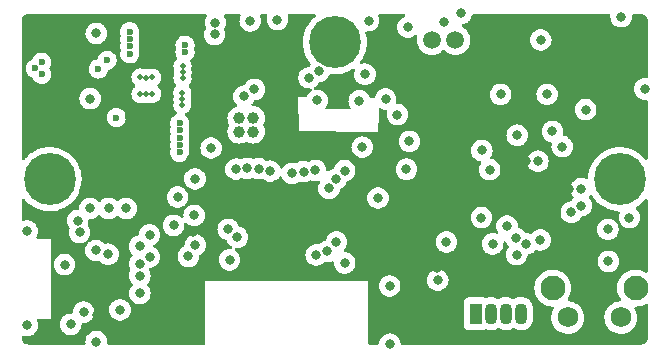
<source format=gbr>
%TF.GenerationSoftware,KiCad,Pcbnew,(6.0.7)*%
%TF.CreationDate,2022-10-18T17:16:59-04:00*%
%TF.ProjectId,PCB,5043422e-6b69-4636-9164-5f7063625858,rev?*%
%TF.SameCoordinates,Original*%
%TF.FileFunction,Copper,L2,Inr*%
%TF.FilePolarity,Positive*%
%FSLAX46Y46*%
G04 Gerber Fmt 4.6, Leading zero omitted, Abs format (unit mm)*
G04 Created by KiCad (PCBNEW (6.0.7)) date 2022-10-18 17:16:59*
%MOMM*%
%LPD*%
G01*
G04 APERTURE LIST*
%TA.AperFunction,ComponentPad*%
%ADD10C,2.100000*%
%TD*%
%TA.AperFunction,ComponentPad*%
%ADD11C,1.750000*%
%TD*%
%TA.AperFunction,ComponentPad*%
%ADD12R,1.070000X1.800000*%
%TD*%
%TA.AperFunction,ComponentPad*%
%ADD13O,1.070000X1.800000*%
%TD*%
%TA.AperFunction,ComponentPad*%
%ADD14C,1.508000*%
%TD*%
%TA.AperFunction,ComponentPad*%
%ADD15C,0.700000*%
%TD*%
%TA.AperFunction,ComponentPad*%
%ADD16C,4.400000*%
%TD*%
%TA.AperFunction,ViaPad*%
%ADD17C,0.800000*%
%TD*%
%TA.AperFunction,ViaPad*%
%ADD18C,0.600000*%
%TD*%
%TA.AperFunction,ViaPad*%
%ADD19C,0.500000*%
%TD*%
%TA.AperFunction,ViaPad*%
%ADD20C,1.000000*%
%TD*%
G04 APERTURE END LIST*
D10*
%TO.N,*%
%TO.C,SW3*%
X244120000Y-114910000D03*
X237110000Y-114910000D03*
D11*
%TO.N,SESSION_BUTTON*%
X242870000Y-117400000D03*
%TO.N,GND*%
X238370000Y-117400000D03*
%TD*%
D12*
%TO.N,Net-(D6-Pad1)*%
%TO.C,D6*%
X230600000Y-117070000D03*
D13*
%TO.N,Net-(D6-Pad2)*%
X231870000Y-117070000D03*
%TO.N,Net-(D6-Pad3)*%
X233140000Y-117070000D03*
%TO.N,GND*%
X234410000Y-117070000D03*
%TD*%
D14*
%TO.N,+BATT*%
%TO.C,J2*%
X228870000Y-93910000D03*
%TO.N,GND*%
X226870000Y-93910000D03*
%TD*%
D15*
%TO.N,N/C*%
%TO.C,H1*%
X241633274Y-104533274D03*
X242800000Y-107350000D03*
X244450000Y-105700000D03*
X241633274Y-106866726D03*
X241150000Y-105700000D03*
X243966726Y-106866726D03*
X243966726Y-104533274D03*
D16*
X242800000Y-105700000D03*
D15*
X242800000Y-104050000D03*
%TD*%
D16*
%TO.N,N/C*%
%TO.C,H3*%
X218650000Y-94100000D03*
D15*
X219816726Y-95266726D03*
X217483274Y-95266726D03*
X219816726Y-92933274D03*
X218650000Y-95750000D03*
X220300000Y-94100000D03*
X217000000Y-94100000D03*
X217483274Y-92933274D03*
X218650000Y-92450000D03*
%TD*%
%TO.N,N/C*%
%TO.C,H2*%
X194500000Y-104050000D03*
X195666726Y-104533274D03*
X192850000Y-105700000D03*
X193333274Y-104533274D03*
D16*
X194500000Y-105700000D03*
D15*
X195666726Y-106866726D03*
X196150000Y-105700000D03*
X194500000Y-107350000D03*
X193333274Y-106866726D03*
%TD*%
D17*
%TO.N,+3.3V*%
X206890000Y-116480000D03*
%TO.N,GND*%
X192610000Y-118060000D03*
X192610000Y-110080000D03*
%TO.N,+3.3V*%
X193570000Y-118910000D03*
%TO.N,Net-(R8-Pad2)*%
X196300000Y-117980000D03*
%TO.N,BNO_INTERRUPT*%
X199450000Y-112040000D03*
%TO.N,GND*%
X198430000Y-111720000D03*
%TO.N,I2C_SCL*%
X205000000Y-109600000D03*
X196870000Y-109200000D03*
%TO.N,Net-(R15-Pad2)*%
X200990000Y-108164500D03*
%TO.N,I2C_SDA*%
X202970000Y-112276889D03*
X202970000Y-110400000D03*
X197050000Y-110200000D03*
%TO.N,Net-(R16-Pad2)*%
X199510000Y-108169500D03*
%TO.N,Net-(R7-Pad2)*%
X197930000Y-108154500D03*
%TO.N,GND*%
X202150000Y-115360000D03*
%TO.N,Net-(C11-Pad1)*%
X202150000Y-113860000D03*
%TO.N,~{BNO_RST}*%
X202130000Y-112870000D03*
%TO.N,BNO_INTERRUPT*%
X206840000Y-111260000D03*
X202120000Y-111360000D03*
%TO.N,I2C_SDA*%
X206254754Y-112226389D03*
%TO.N,Net-(R38-Pad2)*%
X198455000Y-119450000D03*
%TO.N,USB_D+*%
X239510000Y-107924500D03*
X239510378Y-106500378D03*
%TO.N,+5V*%
X208550496Y-92442987D03*
X227892345Y-92417655D03*
X229340000Y-91660000D03*
X242900000Y-91940000D03*
X239897372Y-99801872D03*
X211840000Y-98084500D03*
X221510000Y-92264500D03*
X237080000Y-101650000D03*
X221210000Y-96800000D03*
%TO.N,GPIO0*%
X224967457Y-102491185D03*
X210290000Y-104840000D03*
%TO.N,~{RESET}*%
X222310000Y-107280000D03*
%TO.N,+BATT*%
X213800000Y-92190000D03*
X236090000Y-93910000D03*
%TO.N,Net-(R5-Pad2)*%
X235850500Y-104164500D03*
D18*
%TO.N,Vin*%
X201290000Y-94450000D03*
X198624500Y-96360000D03*
X201290000Y-93210000D03*
X201290000Y-95080000D03*
X201290000Y-93830000D03*
D17*
%TO.N,+3.3V*%
X222800000Y-109205500D03*
X227331435Y-113238972D03*
D18*
X201110000Y-100350000D03*
D17*
X206630000Y-110200000D03*
X195801203Y-115047273D03*
D18*
X201110000Y-100970000D03*
D17*
X206520000Y-103960000D03*
X241180000Y-113880000D03*
D18*
X200950000Y-104250000D03*
X201110000Y-101590000D03*
D17*
X202155000Y-107255000D03*
X198520964Y-117160273D03*
X234851018Y-104158075D03*
X238511191Y-106525500D03*
%TO.N,RGB_RED*%
X217076892Y-112100982D03*
X218162933Y-106465234D03*
X215037823Y-105205997D03*
%TO.N,RGB_GREEN*%
X216026464Y-105059047D03*
X218030000Y-111800000D03*
X218770381Y-105671502D03*
%TO.N,RGB_BLUE*%
X219490498Y-104972002D03*
X217020000Y-104950000D03*
X218790998Y-111012682D03*
%TO.N,~{CHRG}*%
X216477844Y-97105812D03*
%TO.N,~{STDBY}*%
X217315937Y-96561197D03*
%TO.N,Net-(R3-Pad2)*%
X211250743Y-104768426D03*
%TO.N,~{BNO_RST}*%
X209750000Y-112520000D03*
%TO.N,SESSION_BUTTON*%
X223300000Y-114740000D03*
X223320000Y-119660000D03*
X219490498Y-112772998D03*
%TO.N,I2C_SCL*%
X206820000Y-105660000D03*
X205350000Y-107200000D03*
%TO.N,PROG_DTR*%
X231100000Y-103260000D03*
X231070000Y-108950500D03*
X236050000Y-110840000D03*
%TO.N,BATT_READ*%
X222948453Y-98895317D03*
%TO.N,PROG_RTS*%
X232022286Y-111167214D03*
X233230000Y-109650000D03*
X228099500Y-111004500D03*
%TO.N,PROG_TX*%
X234882691Y-111161752D03*
X210398907Y-110604500D03*
%TO.N,PROG_RX*%
X234050000Y-112074000D03*
X209630000Y-109930000D03*
X234010000Y-110674500D03*
%TO.N,PROG_CTS*%
X231769500Y-104890000D03*
%TO.N,GND*%
X208480000Y-93440000D03*
X227372362Y-114237637D03*
D18*
X193310000Y-96320000D03*
D17*
X232700000Y-98500000D03*
D18*
X205980000Y-94940000D03*
D17*
X220720000Y-99050000D03*
X197390464Y-116950273D03*
D18*
X200171110Y-100472067D03*
X205980000Y-94340000D03*
D17*
X211495649Y-92292141D03*
X238682748Y-108485445D03*
X224721622Y-104847739D03*
D18*
X205530000Y-103410000D03*
D17*
X200470464Y-116750273D03*
D18*
X205530000Y-100950000D03*
X199370000Y-95624500D03*
D17*
X223960000Y-100220000D03*
X217150000Y-99020000D03*
D18*
X205530000Y-101560000D03*
D17*
X224850000Y-92814500D03*
X237910000Y-102940000D03*
X195770962Y-112920273D03*
D18*
X205530000Y-102790000D03*
D17*
X208180000Y-103045500D03*
D18*
X193840000Y-96800000D03*
X193830000Y-95780000D03*
D17*
X210965656Y-98661093D03*
X234100000Y-101970000D03*
X236630000Y-98500000D03*
X220980000Y-102970000D03*
X244880000Y-98050000D03*
X198460000Y-93340000D03*
X197935000Y-98865000D03*
D18*
X205530000Y-102170000D03*
D19*
%TO.N,Net-(L1-Pad1)*%
X205760000Y-97160000D03*
X203210000Y-97080000D03*
X202190000Y-97080000D03*
X202700000Y-97090000D03*
X205760000Y-96130000D03*
X205770000Y-96650000D03*
%TO.N,Net-(L1-Pad2)*%
X203210000Y-98470000D03*
X205740000Y-98880000D03*
X205740000Y-98360000D03*
X205740000Y-99400000D03*
X202200000Y-98490000D03*
X202710000Y-98490000D03*
D17*
%TO.N,Net-(R31-Pad1)*%
X241780000Y-109930000D03*
%TO.N,Net-(R32-Pad1)*%
X241810000Y-112650000D03*
%TO.N,Net-(R35-Pad1)*%
X243600000Y-108940000D03*
%TO.N,Net-(R37-Pad2)*%
X206750000Y-108750000D03*
%TO.N,JTAG_TDI*%
X213175188Y-105009119D03*
%TO.N,JTAG_TDO*%
X212200000Y-104790000D03*
D20*
%TO.N,unconnected-(R39-Pad1)*%
X211729357Y-100510547D03*
%TO.N,unconnected-(R40-Pad1)*%
X211740000Y-101660000D03*
%TO.N,unconnected-(R41-Pad1)*%
X210579898Y-100520540D03*
%TO.N,unconnected-(R42-Pad1)*%
X210570000Y-101670000D03*
%TD*%
%TA.AperFunction,Conductor*%
%TO.N,+3.3V*%
G36*
X207776665Y-91728502D02*
G01*
X207823158Y-91782158D01*
X207833262Y-91852432D01*
X207811539Y-91905951D01*
X207811456Y-91906043D01*
X207791851Y-91940000D01*
X207720545Y-92063506D01*
X207715969Y-92071431D01*
X207656954Y-92253059D01*
X207656264Y-92259620D01*
X207656264Y-92259622D01*
X207647935Y-92338866D01*
X207636992Y-92442987D01*
X207637682Y-92449552D01*
X207656193Y-92625670D01*
X207656954Y-92632915D01*
X207715969Y-92814543D01*
X207719273Y-92820266D01*
X207721957Y-92826294D01*
X207720000Y-92827165D01*
X207734382Y-92886429D01*
X207717643Y-92943442D01*
X207651886Y-93057337D01*
X207645473Y-93068444D01*
X207586458Y-93250072D01*
X207585768Y-93256633D01*
X207585768Y-93256635D01*
X207575288Y-93356352D01*
X207566496Y-93440000D01*
X207567186Y-93446565D01*
X207585704Y-93622750D01*
X207586458Y-93629928D01*
X207645473Y-93811556D01*
X207740960Y-93976944D01*
X207745378Y-93981851D01*
X207745379Y-93981852D01*
X207864325Y-94113955D01*
X207868747Y-94118866D01*
X208023248Y-94231118D01*
X208029276Y-94233802D01*
X208029278Y-94233803D01*
X208125726Y-94276744D01*
X208197712Y-94308794D01*
X208258176Y-94321646D01*
X208378056Y-94347128D01*
X208378061Y-94347128D01*
X208384513Y-94348500D01*
X208575487Y-94348500D01*
X208581939Y-94347128D01*
X208581944Y-94347128D01*
X208701824Y-94321646D01*
X208762288Y-94308794D01*
X208834274Y-94276744D01*
X208930722Y-94233803D01*
X208930724Y-94233802D01*
X208936752Y-94231118D01*
X209091253Y-94118866D01*
X209095675Y-94113955D01*
X209214621Y-93981852D01*
X209214622Y-93981851D01*
X209219040Y-93976944D01*
X209314527Y-93811556D01*
X209373542Y-93629928D01*
X209374297Y-93622750D01*
X209392814Y-93446565D01*
X209393504Y-93440000D01*
X209384712Y-93356352D01*
X209374232Y-93256635D01*
X209374232Y-93256633D01*
X209373542Y-93250072D01*
X209314527Y-93068444D01*
X209311223Y-93062721D01*
X209308539Y-93056693D01*
X209310496Y-93055822D01*
X209296114Y-92996558D01*
X209312853Y-92939545D01*
X209381719Y-92820266D01*
X209381720Y-92820265D01*
X209385023Y-92814543D01*
X209444038Y-92632915D01*
X209444800Y-92625670D01*
X209463310Y-92449552D01*
X209464000Y-92442987D01*
X209453057Y-92338866D01*
X209444728Y-92259622D01*
X209444728Y-92259620D01*
X209444038Y-92253059D01*
X209385023Y-92071431D01*
X209380448Y-92063506D01*
X209309141Y-91940000D01*
X209289536Y-91906043D01*
X209289601Y-91906006D01*
X209266654Y-91841695D01*
X209282733Y-91772543D01*
X209333647Y-91723062D01*
X209392448Y-91708500D01*
X210565331Y-91708500D01*
X210633452Y-91728502D01*
X210679945Y-91782158D01*
X210690049Y-91852432D01*
X210674450Y-91897500D01*
X210666217Y-91911761D01*
X210661122Y-91920585D01*
X210602107Y-92102213D01*
X210601417Y-92108774D01*
X210601417Y-92108776D01*
X210592880Y-92190000D01*
X210582145Y-92292141D01*
X210582835Y-92298706D01*
X210599862Y-92460706D01*
X210602107Y-92482069D01*
X210661122Y-92663697D01*
X210756609Y-92829085D01*
X210761027Y-92833992D01*
X210761028Y-92833993D01*
X210876935Y-92962721D01*
X210884396Y-92971007D01*
X210930396Y-93004428D01*
X211027157Y-93074729D01*
X211038897Y-93083259D01*
X211044925Y-93085943D01*
X211044927Y-93085944D01*
X211168278Y-93140863D01*
X211213361Y-93160935D01*
X211301977Y-93179771D01*
X211393705Y-93199269D01*
X211393710Y-93199269D01*
X211400162Y-93200641D01*
X211591136Y-93200641D01*
X211597588Y-93199269D01*
X211597593Y-93199269D01*
X211689321Y-93179771D01*
X211777937Y-93160935D01*
X211823020Y-93140863D01*
X211946371Y-93085944D01*
X211946373Y-93085943D01*
X211952401Y-93083259D01*
X211964142Y-93074729D01*
X212060902Y-93004428D01*
X212106902Y-92971007D01*
X212114363Y-92962721D01*
X212230270Y-92833993D01*
X212230271Y-92833992D01*
X212234689Y-92829085D01*
X212330176Y-92663697D01*
X212389191Y-92482069D01*
X212391437Y-92460706D01*
X212408463Y-92298706D01*
X212409153Y-92292141D01*
X212398418Y-92190000D01*
X212389881Y-92108776D01*
X212389881Y-92108774D01*
X212389191Y-92102213D01*
X212330176Y-91920585D01*
X212325082Y-91911761D01*
X212316848Y-91897500D01*
X212300110Y-91828504D01*
X212323331Y-91761412D01*
X212379138Y-91717525D01*
X212425967Y-91708500D01*
X212827772Y-91708500D01*
X212895893Y-91728502D01*
X212942386Y-91782158D01*
X212952490Y-91852432D01*
X212947606Y-91873432D01*
X212906458Y-92000072D01*
X212905768Y-92006633D01*
X212905768Y-92006635D01*
X212888107Y-92174670D01*
X212886496Y-92190000D01*
X212887186Y-92196565D01*
X212895183Y-92272648D01*
X212906458Y-92379928D01*
X212965473Y-92561556D01*
X213060960Y-92726944D01*
X213065378Y-92731851D01*
X213065379Y-92731852D01*
X213184325Y-92863955D01*
X213188747Y-92868866D01*
X213267536Y-92926110D01*
X213296632Y-92947249D01*
X213343248Y-92981118D01*
X213349276Y-92983802D01*
X213349278Y-92983803D01*
X213511681Y-93056109D01*
X213517712Y-93058794D01*
X213592680Y-93074729D01*
X213698056Y-93097128D01*
X213698061Y-93097128D01*
X213704513Y-93098500D01*
X213895487Y-93098500D01*
X213901939Y-93097128D01*
X213901944Y-93097128D01*
X214007320Y-93074729D01*
X214082288Y-93058794D01*
X214088319Y-93056109D01*
X214250722Y-92983803D01*
X214250724Y-92983802D01*
X214256752Y-92981118D01*
X214303369Y-92947249D01*
X214332464Y-92926110D01*
X214411253Y-92868866D01*
X214415675Y-92863955D01*
X214534621Y-92731852D01*
X214534622Y-92731851D01*
X214539040Y-92726944D01*
X214634527Y-92561556D01*
X214693542Y-92379928D01*
X214704818Y-92272648D01*
X214712814Y-92196565D01*
X214713504Y-92190000D01*
X214711893Y-92174670D01*
X214694232Y-92006635D01*
X214694232Y-92006633D01*
X214693542Y-92000072D01*
X214652395Y-91873435D01*
X214650367Y-91802469D01*
X214687030Y-91741671D01*
X214750742Y-91710345D01*
X214772228Y-91708500D01*
X216946093Y-91708500D01*
X217014214Y-91728502D01*
X217060707Y-91782158D01*
X217070811Y-91852432D01*
X217041317Y-91917012D01*
X217023058Y-91934261D01*
X216885514Y-92040376D01*
X216866244Y-92055243D01*
X216760595Y-92159246D01*
X216640412Y-92277556D01*
X216633513Y-92284347D01*
X216631149Y-92287314D01*
X216631146Y-92287317D01*
X216440862Y-92526109D01*
X216429991Y-92539751D01*
X216258626Y-92817757D01*
X216227449Y-92885386D01*
X216136229Y-93083259D01*
X216121902Y-93114336D01*
X216120741Y-93117940D01*
X216120741Y-93117941D01*
X216112416Y-93143794D01*
X216021797Y-93425192D01*
X216021079Y-93428903D01*
X216021078Y-93428907D01*
X215960482Y-93742105D01*
X215960481Y-93742114D01*
X215959763Y-93745824D01*
X215959496Y-93749600D01*
X215959495Y-93749605D01*
X215939970Y-94025366D01*
X215936698Y-94071585D01*
X215939874Y-94135381D01*
X215951387Y-94366639D01*
X215952936Y-94397759D01*
X215953577Y-94401490D01*
X215953578Y-94401498D01*
X216005062Y-94701118D01*
X216008241Y-94719619D01*
X216009329Y-94723258D01*
X216009330Y-94723261D01*
X216089228Y-94990418D01*
X216101814Y-95032504D01*
X216103327Y-95035975D01*
X216103329Y-95035981D01*
X216164724Y-95176844D01*
X216232297Y-95331881D01*
X216234220Y-95335152D01*
X216234222Y-95335156D01*
X216298981Y-95445314D01*
X216397802Y-95613414D01*
X216575132Y-95845771D01*
X216586259Y-95860351D01*
X216611686Y-95926638D01*
X216597239Y-95996149D01*
X216584878Y-96013769D01*
X216585198Y-96014002D01*
X216581316Y-96019345D01*
X216576897Y-96024253D01*
X216573595Y-96029972D01*
X216573593Y-96029975D01*
X216513354Y-96134312D01*
X216461971Y-96183305D01*
X216404235Y-96197312D01*
X216382357Y-96197312D01*
X216375905Y-96198684D01*
X216375900Y-96198684D01*
X216288957Y-96217165D01*
X216195556Y-96237018D01*
X216189526Y-96239703D01*
X216189525Y-96239703D01*
X216027122Y-96312009D01*
X216027120Y-96312010D01*
X216021092Y-96314694D01*
X216015751Y-96318574D01*
X216015750Y-96318575D01*
X215974365Y-96348643D01*
X215866591Y-96426946D01*
X215862170Y-96431856D01*
X215862169Y-96431857D01*
X215744684Y-96562338D01*
X215738804Y-96568868D01*
X215643317Y-96734256D01*
X215584302Y-96915884D01*
X215583612Y-96922445D01*
X215583612Y-96922447D01*
X215577118Y-96984239D01*
X215564340Y-97105812D01*
X215565030Y-97112377D01*
X215580845Y-97262845D01*
X215584302Y-97295740D01*
X215643317Y-97477368D01*
X215646620Y-97483090D01*
X215646621Y-97483091D01*
X215671523Y-97526222D01*
X215738804Y-97642756D01*
X215743222Y-97647663D01*
X215743223Y-97647664D01*
X215858830Y-97776059D01*
X215866591Y-97784678D01*
X215907774Y-97814599D01*
X216014106Y-97891854D01*
X216021092Y-97896930D01*
X216027120Y-97899614D01*
X216027122Y-97899615D01*
X216169614Y-97963056D01*
X216195556Y-97974606D01*
X216259459Y-97988189D01*
X216375900Y-98012940D01*
X216375905Y-98012940D01*
X216382357Y-98014312D01*
X216573331Y-98014312D01*
X216579789Y-98012939D01*
X216579792Y-98012939D01*
X216580470Y-98012795D01*
X216580872Y-98012826D01*
X216586359Y-98012249D01*
X216586464Y-98013252D01*
X216651261Y-98018195D01*
X216707894Y-98061011D01*
X216732389Y-98127648D01*
X216716969Y-98196950D01*
X216680730Y-98237977D01*
X216563503Y-98323148D01*
X216538747Y-98341134D01*
X216534326Y-98346044D01*
X216534325Y-98346045D01*
X216420601Y-98472349D01*
X216410960Y-98483056D01*
X216315473Y-98648444D01*
X216313431Y-98654729D01*
X216313430Y-98654731D01*
X216306318Y-98676620D01*
X216266245Y-98735226D01*
X216200849Y-98762864D01*
X216185142Y-98763678D01*
X215538231Y-98756765D01*
X215538483Y-98771205D01*
X215538483Y-98771207D01*
X215588440Y-101628724D01*
X215588757Y-101646836D01*
X222012715Y-101659965D01*
X222331785Y-101660617D01*
X222349899Y-101660654D01*
X222354972Y-100213818D01*
X222356354Y-99819755D01*
X222376595Y-99751705D01*
X222430413Y-99705401D01*
X222500722Y-99695543D01*
X222533599Y-99705089D01*
X222598072Y-99733794D01*
X222638301Y-99751705D01*
X222666165Y-99764111D01*
X222730656Y-99777819D01*
X222846509Y-99802445D01*
X222846514Y-99802445D01*
X222852966Y-99803817D01*
X222966549Y-99803817D01*
X223034670Y-99823819D01*
X223081163Y-99877475D01*
X223091267Y-99947749D01*
X223086383Y-99968750D01*
X223066458Y-100030072D01*
X223065768Y-100036633D01*
X223065768Y-100036635D01*
X223057118Y-100118939D01*
X223046496Y-100220000D01*
X223047186Y-100226565D01*
X223052186Y-100274133D01*
X223066458Y-100409928D01*
X223125473Y-100591556D01*
X223220960Y-100756944D01*
X223225378Y-100761851D01*
X223225379Y-100761852D01*
X223304604Y-100849840D01*
X223348747Y-100898866D01*
X223503248Y-101011118D01*
X223509276Y-101013802D01*
X223509278Y-101013803D01*
X223653704Y-101078105D01*
X223677712Y-101088794D01*
X223768765Y-101108148D01*
X223858056Y-101127128D01*
X223858061Y-101127128D01*
X223864513Y-101128500D01*
X224055487Y-101128500D01*
X224061939Y-101127128D01*
X224061944Y-101127128D01*
X224151235Y-101108148D01*
X224242288Y-101088794D01*
X224266296Y-101078105D01*
X224410722Y-101013803D01*
X224410724Y-101013802D01*
X224416752Y-101011118D01*
X224571253Y-100898866D01*
X224615396Y-100849840D01*
X224694621Y-100761852D01*
X224694622Y-100761851D01*
X224699040Y-100756944D01*
X224794527Y-100591556D01*
X224853542Y-100409928D01*
X224867815Y-100274133D01*
X224872814Y-100226565D01*
X224873504Y-100220000D01*
X224862882Y-100118939D01*
X224854232Y-100036635D01*
X224854232Y-100036633D01*
X224853542Y-100030072D01*
X224794527Y-99848444D01*
X224788489Y-99837985D01*
X224767639Y-99801872D01*
X238983868Y-99801872D01*
X238984558Y-99808437D01*
X238999743Y-99952910D01*
X239003830Y-99991800D01*
X239062845Y-100173428D01*
X239158332Y-100338816D01*
X239162750Y-100343723D01*
X239162751Y-100343724D01*
X239281697Y-100475827D01*
X239286119Y-100480738D01*
X239361242Y-100535318D01*
X239429996Y-100585271D01*
X239440620Y-100592990D01*
X239446648Y-100595674D01*
X239446650Y-100595675D01*
X239609053Y-100667981D01*
X239615084Y-100670666D01*
X239708485Y-100690519D01*
X239795428Y-100709000D01*
X239795433Y-100709000D01*
X239801885Y-100710372D01*
X239992859Y-100710372D01*
X239999311Y-100709000D01*
X239999316Y-100709000D01*
X240086259Y-100690519D01*
X240179660Y-100670666D01*
X240185691Y-100667981D01*
X240348094Y-100595675D01*
X240348096Y-100595674D01*
X240354124Y-100592990D01*
X240364749Y-100585271D01*
X240433502Y-100535318D01*
X240508625Y-100480738D01*
X240513047Y-100475827D01*
X240631993Y-100343724D01*
X240631994Y-100343723D01*
X240636412Y-100338816D01*
X240731899Y-100173428D01*
X240790914Y-99991800D01*
X240795002Y-99952910D01*
X240810186Y-99808437D01*
X240810876Y-99801872D01*
X240801586Y-99713484D01*
X240791604Y-99618507D01*
X240791604Y-99618505D01*
X240790914Y-99611944D01*
X240731899Y-99430316D01*
X240726842Y-99421556D01*
X240678310Y-99337498D01*
X240636412Y-99264928D01*
X240625217Y-99252494D01*
X240513047Y-99127917D01*
X240513046Y-99127916D01*
X240508625Y-99123006D01*
X240354124Y-99010754D01*
X240348096Y-99008070D01*
X240348094Y-99008069D01*
X240185691Y-98935763D01*
X240185690Y-98935763D01*
X240179660Y-98933078D01*
X240086260Y-98913225D01*
X239999316Y-98894744D01*
X239999311Y-98894744D01*
X239992859Y-98893372D01*
X239801885Y-98893372D01*
X239795433Y-98894744D01*
X239795428Y-98894744D01*
X239708484Y-98913225D01*
X239615084Y-98933078D01*
X239609054Y-98935763D01*
X239609053Y-98935763D01*
X239446650Y-99008069D01*
X239446648Y-99008070D01*
X239440620Y-99010754D01*
X239286119Y-99123006D01*
X239281698Y-99127916D01*
X239281697Y-99127917D01*
X239169528Y-99252494D01*
X239158332Y-99264928D01*
X239116434Y-99337498D01*
X239067903Y-99421556D01*
X239062845Y-99430316D01*
X239003830Y-99611944D01*
X239003140Y-99618505D01*
X239003140Y-99618507D01*
X238993158Y-99713484D01*
X238983868Y-99801872D01*
X224767639Y-99801872D01*
X224740397Y-99754689D01*
X224699040Y-99683056D01*
X224691198Y-99674346D01*
X224575675Y-99546045D01*
X224575674Y-99546044D01*
X224571253Y-99541134D01*
X224470253Y-99467753D01*
X224422094Y-99432763D01*
X224422093Y-99432762D01*
X224416752Y-99428882D01*
X224410724Y-99426198D01*
X224410722Y-99426197D01*
X224248319Y-99353891D01*
X224248318Y-99353891D01*
X224242288Y-99351206D01*
X224148887Y-99331353D01*
X224061944Y-99312872D01*
X224061939Y-99312872D01*
X224055487Y-99311500D01*
X223941904Y-99311500D01*
X223873783Y-99291498D01*
X223827290Y-99237842D01*
X223817186Y-99167568D01*
X223822071Y-99146563D01*
X223829726Y-99123006D01*
X223841995Y-99085245D01*
X223843554Y-99070417D01*
X223861267Y-98901882D01*
X223861957Y-98895317D01*
X223853233Y-98812314D01*
X223842685Y-98711952D01*
X223842685Y-98711950D01*
X223841995Y-98705389D01*
X223782980Y-98523761D01*
X223776800Y-98513056D01*
X223769262Y-98500000D01*
X231786496Y-98500000D01*
X231787186Y-98506565D01*
X231804897Y-98675072D01*
X231806458Y-98689928D01*
X231865473Y-98871556D01*
X231868776Y-98877278D01*
X231868777Y-98877279D01*
X231879191Y-98895317D01*
X231960960Y-99036944D01*
X231965378Y-99041851D01*
X231965379Y-99041852D01*
X232084156Y-99173767D01*
X232088747Y-99178866D01*
X232243248Y-99291118D01*
X232249276Y-99293802D01*
X232249278Y-99293803D01*
X232411681Y-99366109D01*
X232417712Y-99368794D01*
X232495230Y-99385271D01*
X232598056Y-99407128D01*
X232598061Y-99407128D01*
X232604513Y-99408500D01*
X232795487Y-99408500D01*
X232801939Y-99407128D01*
X232801944Y-99407128D01*
X232904770Y-99385271D01*
X232982288Y-99368794D01*
X232988319Y-99366109D01*
X233150722Y-99293803D01*
X233150724Y-99293802D01*
X233156752Y-99291118D01*
X233311253Y-99178866D01*
X233315844Y-99173767D01*
X233434621Y-99041852D01*
X233434622Y-99041851D01*
X233439040Y-99036944D01*
X233520809Y-98895317D01*
X233531223Y-98877279D01*
X233531224Y-98877278D01*
X233534527Y-98871556D01*
X233593542Y-98689928D01*
X233595104Y-98675072D01*
X233612814Y-98506565D01*
X233613504Y-98500000D01*
X235716496Y-98500000D01*
X235717186Y-98506565D01*
X235734897Y-98675072D01*
X235736458Y-98689928D01*
X235795473Y-98871556D01*
X235798776Y-98877278D01*
X235798777Y-98877279D01*
X235809191Y-98895317D01*
X235890960Y-99036944D01*
X235895378Y-99041851D01*
X235895379Y-99041852D01*
X236014156Y-99173767D01*
X236018747Y-99178866D01*
X236173248Y-99291118D01*
X236179276Y-99293802D01*
X236179278Y-99293803D01*
X236341681Y-99366109D01*
X236347712Y-99368794D01*
X236425230Y-99385271D01*
X236528056Y-99407128D01*
X236528061Y-99407128D01*
X236534513Y-99408500D01*
X236725487Y-99408500D01*
X236731939Y-99407128D01*
X236731944Y-99407128D01*
X236834770Y-99385271D01*
X236912288Y-99368794D01*
X236918319Y-99366109D01*
X237080722Y-99293803D01*
X237080724Y-99293802D01*
X237086752Y-99291118D01*
X237241253Y-99178866D01*
X237245844Y-99173767D01*
X237364621Y-99041852D01*
X237364622Y-99041851D01*
X237369040Y-99036944D01*
X237450809Y-98895317D01*
X237461223Y-98877279D01*
X237461224Y-98877278D01*
X237464527Y-98871556D01*
X237523542Y-98689928D01*
X237525104Y-98675072D01*
X237542814Y-98506565D01*
X237543504Y-98500000D01*
X237528619Y-98358373D01*
X237524232Y-98316635D01*
X237524232Y-98316633D01*
X237523542Y-98310072D01*
X237464527Y-98128444D01*
X237455936Y-98113563D01*
X237402269Y-98020610D01*
X237369040Y-97963056D01*
X237306006Y-97893049D01*
X237245675Y-97826045D01*
X237245674Y-97826044D01*
X237241253Y-97821134D01*
X237108456Y-97724651D01*
X237092094Y-97712763D01*
X237092093Y-97712762D01*
X237086752Y-97708882D01*
X237080724Y-97706198D01*
X237080722Y-97706197D01*
X236918319Y-97633891D01*
X236918318Y-97633891D01*
X236912288Y-97631206D01*
X236818887Y-97611353D01*
X236731944Y-97592872D01*
X236731939Y-97592872D01*
X236725487Y-97591500D01*
X236534513Y-97591500D01*
X236528061Y-97592872D01*
X236528056Y-97592872D01*
X236441112Y-97611353D01*
X236347712Y-97631206D01*
X236341682Y-97633891D01*
X236341681Y-97633891D01*
X236179278Y-97706197D01*
X236179276Y-97706198D01*
X236173248Y-97708882D01*
X236167907Y-97712762D01*
X236167906Y-97712763D01*
X236151544Y-97724651D01*
X236018747Y-97821134D01*
X236014326Y-97826044D01*
X236014325Y-97826045D01*
X235953995Y-97893049D01*
X235890960Y-97963056D01*
X235857731Y-98020610D01*
X235804065Y-98113563D01*
X235795473Y-98128444D01*
X235736458Y-98310072D01*
X235735768Y-98316633D01*
X235735768Y-98316635D01*
X235731381Y-98358373D01*
X235716496Y-98500000D01*
X233613504Y-98500000D01*
X233598619Y-98358373D01*
X233594232Y-98316635D01*
X233594232Y-98316633D01*
X233593542Y-98310072D01*
X233534527Y-98128444D01*
X233525936Y-98113563D01*
X233472269Y-98020610D01*
X233439040Y-97963056D01*
X233376006Y-97893049D01*
X233315675Y-97826045D01*
X233315674Y-97826044D01*
X233311253Y-97821134D01*
X233178456Y-97724651D01*
X233162094Y-97712763D01*
X233162093Y-97712762D01*
X233156752Y-97708882D01*
X233150724Y-97706198D01*
X233150722Y-97706197D01*
X232988319Y-97633891D01*
X232988318Y-97633891D01*
X232982288Y-97631206D01*
X232888887Y-97611353D01*
X232801944Y-97592872D01*
X232801939Y-97592872D01*
X232795487Y-97591500D01*
X232604513Y-97591500D01*
X232598061Y-97592872D01*
X232598056Y-97592872D01*
X232511112Y-97611353D01*
X232417712Y-97631206D01*
X232411682Y-97633891D01*
X232411681Y-97633891D01*
X232249278Y-97706197D01*
X232249276Y-97706198D01*
X232243248Y-97708882D01*
X232237907Y-97712762D01*
X232237906Y-97712763D01*
X232221544Y-97724651D01*
X232088747Y-97821134D01*
X232084326Y-97826044D01*
X232084325Y-97826045D01*
X232023995Y-97893049D01*
X231960960Y-97963056D01*
X231927731Y-98020610D01*
X231874065Y-98113563D01*
X231865473Y-98128444D01*
X231806458Y-98310072D01*
X231805768Y-98316633D01*
X231805768Y-98316635D01*
X231801381Y-98358373D01*
X231786496Y-98500000D01*
X223769262Y-98500000D01*
X223700737Y-98381313D01*
X223687493Y-98358373D01*
X223679363Y-98349343D01*
X223564128Y-98221362D01*
X223564127Y-98221361D01*
X223559706Y-98216451D01*
X223430698Y-98122721D01*
X223410547Y-98108080D01*
X223410546Y-98108079D01*
X223405205Y-98104199D01*
X223399177Y-98101515D01*
X223399175Y-98101514D01*
X223236772Y-98029208D01*
X223236771Y-98029208D01*
X223230741Y-98026523D01*
X223118419Y-98002648D01*
X223050397Y-97988189D01*
X223050392Y-97988189D01*
X223043940Y-97986817D01*
X222852966Y-97986817D01*
X222846514Y-97988189D01*
X222846509Y-97988189D01*
X222778487Y-98002648D01*
X222666165Y-98026523D01*
X222660135Y-98029208D01*
X222660134Y-98029208D01*
X222497731Y-98101514D01*
X222497729Y-98101515D01*
X222491701Y-98104199D01*
X222486360Y-98108079D01*
X222486359Y-98108080D01*
X222466208Y-98122721D01*
X222337200Y-98216451D01*
X222332779Y-98221361D01*
X222332778Y-98221362D01*
X222217544Y-98349343D01*
X222209413Y-98358373D01*
X222196169Y-98381313D01*
X222120107Y-98513056D01*
X222113926Y-98523761D01*
X222071159Y-98655385D01*
X222059013Y-98692765D01*
X222018939Y-98751371D01*
X221953543Y-98779008D01*
X221939131Y-98779829D01*
X221870121Y-98779801D01*
X221678927Y-98779722D01*
X221610815Y-98759692D01*
X221564344Y-98706017D01*
X221559147Y-98692660D01*
X221556571Y-98684732D01*
X221556568Y-98684725D01*
X221554527Y-98678444D01*
X221459040Y-98513056D01*
X221453196Y-98506565D01*
X221335675Y-98376045D01*
X221335674Y-98376044D01*
X221331253Y-98371134D01*
X221176752Y-98258882D01*
X221170724Y-98256198D01*
X221170722Y-98256197D01*
X221008319Y-98183891D01*
X221008318Y-98183891D01*
X221002288Y-98181206D01*
X220889500Y-98157232D01*
X220821944Y-98142872D01*
X220821939Y-98142872D01*
X220815487Y-98141500D01*
X220624513Y-98141500D01*
X220618061Y-98142872D01*
X220618056Y-98142872D01*
X220550500Y-98157232D01*
X220437712Y-98181206D01*
X220431682Y-98183891D01*
X220431681Y-98183891D01*
X220269278Y-98256197D01*
X220269276Y-98256198D01*
X220263248Y-98258882D01*
X220108747Y-98371134D01*
X220104326Y-98376044D01*
X220104325Y-98376045D01*
X219986805Y-98506565D01*
X219980960Y-98513056D01*
X219922686Y-98613990D01*
X219892419Y-98666414D01*
X219885473Y-98678444D01*
X219826458Y-98860072D01*
X219825768Y-98866633D01*
X219825768Y-98866635D01*
X219815854Y-98960964D01*
X219806496Y-99050000D01*
X219807186Y-99056565D01*
X219825677Y-99232494D01*
X219826458Y-99239928D01*
X219885473Y-99421556D01*
X219888776Y-99427278D01*
X219888777Y-99427279D01*
X219894159Y-99436601D01*
X219970943Y-99569593D01*
X219973939Y-99574783D01*
X219990677Y-99643778D01*
X219967457Y-99710870D01*
X219911650Y-99754757D01*
X219865524Y-99763781D01*
X218455855Y-99771641D01*
X217977023Y-99774311D01*
X217908791Y-99754689D01*
X217862000Y-99701294D01*
X217851504Y-99631077D01*
X217881085Y-99567442D01*
X217880741Y-99567192D01*
X217882018Y-99565434D01*
X217882683Y-99564004D01*
X217889040Y-99556944D01*
X217965453Y-99424593D01*
X217981223Y-99397279D01*
X217981224Y-99397278D01*
X217984527Y-99391556D01*
X218043542Y-99209928D01*
X218046509Y-99181705D01*
X218062814Y-99026565D01*
X218063504Y-99020000D01*
X218056115Y-98949700D01*
X218044232Y-98836635D01*
X218044232Y-98836633D01*
X218043542Y-98830072D01*
X217984527Y-98648444D01*
X217889040Y-98483056D01*
X217879400Y-98472349D01*
X217765675Y-98346045D01*
X217765674Y-98346044D01*
X217761253Y-98341134D01*
X217644348Y-98256197D01*
X217612094Y-98232763D01*
X217612093Y-98232762D01*
X217606752Y-98228882D01*
X217600724Y-98226198D01*
X217600722Y-98226197D01*
X217438319Y-98153891D01*
X217438318Y-98153891D01*
X217432288Y-98151206D01*
X217338887Y-98131353D01*
X217251944Y-98112872D01*
X217251939Y-98112872D01*
X217245487Y-98111500D01*
X217054513Y-98111500D01*
X217048055Y-98112873D01*
X217048052Y-98112873D01*
X217047374Y-98113017D01*
X217046972Y-98112986D01*
X217041485Y-98113563D01*
X217041380Y-98112560D01*
X216976583Y-98107617D01*
X216919950Y-98064801D01*
X216895455Y-97998164D01*
X216910875Y-97928862D01*
X216947114Y-97887835D01*
X216961239Y-97877573D01*
X216979029Y-97864647D01*
X217083753Y-97788561D01*
X217083755Y-97788559D01*
X217089097Y-97784678D01*
X217096858Y-97776059D01*
X217212465Y-97647664D01*
X217212466Y-97647663D01*
X217216884Y-97642756D01*
X217258521Y-97570639D01*
X217280427Y-97532697D01*
X217331810Y-97483704D01*
X217389546Y-97469697D01*
X217411424Y-97469697D01*
X217417876Y-97468325D01*
X217417881Y-97468325D01*
X217513175Y-97448069D01*
X217598225Y-97429991D01*
X217652932Y-97405634D01*
X217766659Y-97355000D01*
X217766661Y-97354999D01*
X217772689Y-97352315D01*
X217785724Y-97342845D01*
X217853803Y-97293382D01*
X217927190Y-97240063D01*
X217949121Y-97215706D01*
X218050558Y-97103049D01*
X218050559Y-97103048D01*
X218054977Y-97098141D01*
X218119201Y-96986902D01*
X218147160Y-96938476D01*
X218147161Y-96938475D01*
X218150464Y-96932753D01*
X218168807Y-96876299D01*
X218208880Y-96817693D01*
X218274277Y-96790056D01*
X218298197Y-96789598D01*
X218603602Y-96812829D01*
X218603607Y-96812829D01*
X218607379Y-96813116D01*
X218933633Y-96798586D01*
X218948797Y-96796062D01*
X219252037Y-96745590D01*
X219252042Y-96745589D01*
X219255778Y-96744967D01*
X219569149Y-96653034D01*
X219572616Y-96651544D01*
X219572620Y-96651543D01*
X219865721Y-96525616D01*
X219865723Y-96525615D01*
X219869205Y-96524119D01*
X220151601Y-96360091D01*
X220154623Y-96357810D01*
X220154633Y-96357803D01*
X220158230Y-96355087D01*
X220224649Y-96330005D01*
X220294084Y-96344813D01*
X220344490Y-96394810D01*
X220359865Y-96464122D01*
X220353983Y-96494582D01*
X220331968Y-96562338D01*
X220316458Y-96610072D01*
X220315768Y-96616633D01*
X220315768Y-96616635D01*
X220306239Y-96707297D01*
X220296496Y-96800000D01*
X220297186Y-96806565D01*
X220309366Y-96922447D01*
X220316458Y-96989928D01*
X220375473Y-97171556D01*
X220378776Y-97177278D01*
X220378777Y-97177279D01*
X220383364Y-97185223D01*
X220470960Y-97336944D01*
X220475378Y-97341851D01*
X220475379Y-97341852D01*
X220566643Y-97443211D01*
X220598747Y-97478866D01*
X220753248Y-97591118D01*
X220759276Y-97593802D01*
X220759278Y-97593803D01*
X220911902Y-97661755D01*
X220927712Y-97668794D01*
X221002680Y-97684729D01*
X221108056Y-97707128D01*
X221108061Y-97707128D01*
X221114513Y-97708500D01*
X221305487Y-97708500D01*
X221311939Y-97707128D01*
X221311944Y-97707128D01*
X221417320Y-97684729D01*
X221492288Y-97668794D01*
X221508098Y-97661755D01*
X221660722Y-97593803D01*
X221660724Y-97593802D01*
X221666752Y-97591118D01*
X221821253Y-97478866D01*
X221853357Y-97443211D01*
X221944621Y-97341852D01*
X221944622Y-97341851D01*
X221949040Y-97336944D01*
X222036636Y-97185223D01*
X222041223Y-97177279D01*
X222041224Y-97177278D01*
X222044527Y-97171556D01*
X222103542Y-96989928D01*
X222110635Y-96922447D01*
X222122814Y-96806565D01*
X222123504Y-96800000D01*
X222113761Y-96707297D01*
X222104232Y-96616635D01*
X222104232Y-96616633D01*
X222103542Y-96610072D01*
X222044527Y-96428444D01*
X222024613Y-96393951D01*
X222003742Y-96357803D01*
X221949040Y-96263056D01*
X221851942Y-96155217D01*
X221825675Y-96126045D01*
X221825674Y-96126044D01*
X221821253Y-96121134D01*
X221673799Y-96014002D01*
X221672094Y-96012763D01*
X221672093Y-96012762D01*
X221666752Y-96008882D01*
X221660724Y-96006198D01*
X221660722Y-96006197D01*
X221498319Y-95933891D01*
X221498318Y-95933891D01*
X221492288Y-95931206D01*
X221398888Y-95911353D01*
X221311944Y-95892872D01*
X221311939Y-95892872D01*
X221305487Y-95891500D01*
X221114513Y-95891500D01*
X221108061Y-95892872D01*
X221108056Y-95892872D01*
X220943567Y-95927836D01*
X220872776Y-95922434D01*
X220816144Y-95879617D01*
X220791650Y-95812980D01*
X220807071Y-95743678D01*
X220819654Y-95725044D01*
X220853549Y-95683410D01*
X220872428Y-95653489D01*
X221025788Y-95410428D01*
X221025790Y-95410425D01*
X221027815Y-95407215D01*
X221167638Y-95112084D01*
X221170952Y-95102151D01*
X221269790Y-94805897D01*
X221269792Y-94805891D01*
X221270992Y-94802293D01*
X221336381Y-94482329D01*
X221338689Y-94453962D01*
X221357129Y-94227237D01*
X221362856Y-94156826D01*
X221363451Y-94100000D01*
X221363191Y-94095676D01*
X221344026Y-93777793D01*
X221344026Y-93777789D01*
X221343798Y-93774015D01*
X221338650Y-93745824D01*
X221285805Y-93456473D01*
X221285804Y-93456469D01*
X221285125Y-93452751D01*
X221284006Y-93449147D01*
X221284004Y-93449139D01*
X221246729Y-93329093D01*
X221245631Y-93258104D01*
X221283087Y-93197792D01*
X221347204Y-93167304D01*
X221393261Y-93168483D01*
X221408052Y-93171627D01*
X221408055Y-93171627D01*
X221414513Y-93173000D01*
X221605487Y-93173000D01*
X221611939Y-93171628D01*
X221611944Y-93171628D01*
X221713354Y-93150072D01*
X221792288Y-93133294D01*
X221798319Y-93130609D01*
X221960722Y-93058303D01*
X221960724Y-93058302D01*
X221966752Y-93055618D01*
X221986589Y-93041206D01*
X222070926Y-92979931D01*
X222121253Y-92943366D01*
X222172519Y-92886429D01*
X222244621Y-92806352D01*
X222244622Y-92806351D01*
X222249040Y-92801444D01*
X222312896Y-92690843D01*
X222341223Y-92641779D01*
X222341224Y-92641778D01*
X222344527Y-92636056D01*
X222403542Y-92454428D01*
X222404745Y-92442987D01*
X222422814Y-92271065D01*
X222423504Y-92264500D01*
X222412677Y-92161484D01*
X222404232Y-92081135D01*
X222404232Y-92081133D01*
X222403542Y-92074572D01*
X222344527Y-91892944D01*
X222341221Y-91887219D01*
X222340568Y-91885751D01*
X222331132Y-91815384D01*
X222361238Y-91751087D01*
X222421326Y-91713272D01*
X222455674Y-91708500D01*
X224507701Y-91708500D01*
X224575822Y-91728502D01*
X224622315Y-91782158D01*
X224632419Y-91852432D01*
X224602925Y-91917012D01*
X224558950Y-91949607D01*
X224399278Y-92020697D01*
X224399276Y-92020698D01*
X224393248Y-92023382D01*
X224387907Y-92027262D01*
X224387906Y-92027263D01*
X224361981Y-92046099D01*
X224238747Y-92135634D01*
X224234326Y-92140544D01*
X224234325Y-92140545D01*
X224116805Y-92271065D01*
X224110960Y-92277556D01*
X224015473Y-92442944D01*
X223956458Y-92624572D01*
X223955768Y-92631133D01*
X223955768Y-92631135D01*
X223944977Y-92733803D01*
X223936496Y-92814500D01*
X223937186Y-92821064D01*
X223937186Y-92821065D01*
X223953337Y-92974729D01*
X223956458Y-93004428D01*
X224015473Y-93186056D01*
X224018776Y-93191778D01*
X224018777Y-93191779D01*
X224039257Y-93227251D01*
X224110960Y-93351444D01*
X224115378Y-93356351D01*
X224115379Y-93356352D01*
X224165789Y-93412338D01*
X224238747Y-93493366D01*
X224309303Y-93544628D01*
X224387645Y-93601547D01*
X224393248Y-93605618D01*
X224399276Y-93608302D01*
X224399278Y-93608303D01*
X224492359Y-93649745D01*
X224567712Y-93683294D01*
X224656389Y-93702143D01*
X224748056Y-93721628D01*
X224748061Y-93721628D01*
X224754513Y-93723000D01*
X224945487Y-93723000D01*
X224951939Y-93721628D01*
X224951944Y-93721628D01*
X225043611Y-93702143D01*
X225132288Y-93683294D01*
X225207641Y-93649745D01*
X225300722Y-93608303D01*
X225300724Y-93608302D01*
X225306752Y-93605618D01*
X225312356Y-93601547D01*
X225438314Y-93510032D01*
X225505181Y-93486174D01*
X225574333Y-93502254D01*
X225623813Y-93553168D01*
X225637913Y-93622750D01*
X225634082Y-93644578D01*
X225623354Y-93684615D01*
X225623353Y-93684623D01*
X225621930Y-93689932D01*
X225602677Y-93910000D01*
X225621930Y-94130068D01*
X225658266Y-94265675D01*
X225675138Y-94328640D01*
X225679106Y-94343450D01*
X225681428Y-94348431D01*
X225681429Y-94348432D01*
X225753110Y-94502151D01*
X225772466Y-94543661D01*
X225899174Y-94724620D01*
X226055380Y-94880826D01*
X226059888Y-94883983D01*
X226059891Y-94883985D01*
X226219030Y-94995415D01*
X226236338Y-95007534D01*
X226241320Y-95009857D01*
X226241325Y-95009860D01*
X226382420Y-95075653D01*
X226436550Y-95100894D01*
X226441858Y-95102316D01*
X226441860Y-95102317D01*
X226471545Y-95110271D01*
X226649932Y-95158070D01*
X226870000Y-95177323D01*
X227090068Y-95158070D01*
X227268455Y-95110271D01*
X227298140Y-95102317D01*
X227298142Y-95102316D01*
X227303450Y-95100894D01*
X227357580Y-95075653D01*
X227498675Y-95009860D01*
X227498680Y-95009857D01*
X227503662Y-95007534D01*
X227520970Y-94995415D01*
X227680109Y-94883985D01*
X227680112Y-94883983D01*
X227684620Y-94880826D01*
X227780905Y-94784541D01*
X227843217Y-94750515D01*
X227914032Y-94755580D01*
X227959095Y-94784541D01*
X228055380Y-94880826D01*
X228059888Y-94883983D01*
X228059891Y-94883985D01*
X228219030Y-94995415D01*
X228236338Y-95007534D01*
X228241320Y-95009857D01*
X228241325Y-95009860D01*
X228382420Y-95075653D01*
X228436550Y-95100894D01*
X228441858Y-95102316D01*
X228441860Y-95102317D01*
X228471545Y-95110271D01*
X228649932Y-95158070D01*
X228870000Y-95177323D01*
X229090068Y-95158070D01*
X229268455Y-95110271D01*
X229298140Y-95102317D01*
X229298142Y-95102316D01*
X229303450Y-95100894D01*
X229357580Y-95075653D01*
X229498675Y-95009860D01*
X229498680Y-95009857D01*
X229503662Y-95007534D01*
X229520970Y-94995415D01*
X229680109Y-94883985D01*
X229680112Y-94883983D01*
X229684620Y-94880826D01*
X229840826Y-94724620D01*
X229967534Y-94543661D01*
X229986891Y-94502151D01*
X230058571Y-94348432D01*
X230058572Y-94348431D01*
X230060894Y-94343450D01*
X230064863Y-94328640D01*
X230081734Y-94265675D01*
X230118070Y-94130068D01*
X230137323Y-93910000D01*
X235176496Y-93910000D01*
X235177186Y-93916565D01*
X235193878Y-94075377D01*
X235196458Y-94099928D01*
X235255473Y-94281556D01*
X235350960Y-94446944D01*
X235355378Y-94451851D01*
X235355379Y-94451852D01*
X235442777Y-94548917D01*
X235478747Y-94588866D01*
X235633248Y-94701118D01*
X235639276Y-94703802D01*
X235639278Y-94703803D01*
X235801681Y-94776109D01*
X235807712Y-94778794D01*
X235891115Y-94796522D01*
X235988056Y-94817128D01*
X235988061Y-94817128D01*
X235994513Y-94818500D01*
X236185487Y-94818500D01*
X236191939Y-94817128D01*
X236191944Y-94817128D01*
X236288885Y-94796522D01*
X236372288Y-94778794D01*
X236378319Y-94776109D01*
X236540722Y-94703803D01*
X236540724Y-94703802D01*
X236546752Y-94701118D01*
X236701253Y-94588866D01*
X236737223Y-94548917D01*
X236824621Y-94451852D01*
X236824622Y-94451851D01*
X236829040Y-94446944D01*
X236924527Y-94281556D01*
X236983542Y-94099928D01*
X236986123Y-94075377D01*
X237002814Y-93916565D01*
X237003504Y-93910000D01*
X236983542Y-93720072D01*
X236924527Y-93538444D01*
X236829040Y-93373056D01*
X236809581Y-93351444D01*
X236705675Y-93236045D01*
X236705674Y-93236044D01*
X236701253Y-93231134D01*
X236568477Y-93134666D01*
X236552094Y-93122763D01*
X236552093Y-93122762D01*
X236546752Y-93118882D01*
X236540724Y-93116198D01*
X236540722Y-93116197D01*
X236378319Y-93043891D01*
X236378318Y-93043891D01*
X236372288Y-93041206D01*
X236266336Y-93018685D01*
X236191944Y-93002872D01*
X236191939Y-93002872D01*
X236185487Y-93001500D01*
X235994513Y-93001500D01*
X235988061Y-93002872D01*
X235988056Y-93002872D01*
X235913664Y-93018685D01*
X235807712Y-93041206D01*
X235801682Y-93043891D01*
X235801681Y-93043891D01*
X235639278Y-93116197D01*
X235639276Y-93116198D01*
X235633248Y-93118882D01*
X235627907Y-93122762D01*
X235627906Y-93122763D01*
X235611523Y-93134666D01*
X235478747Y-93231134D01*
X235474326Y-93236044D01*
X235474325Y-93236045D01*
X235370420Y-93351444D01*
X235350960Y-93373056D01*
X235255473Y-93538444D01*
X235196458Y-93720072D01*
X235176496Y-93910000D01*
X230137323Y-93910000D01*
X230118070Y-93689932D01*
X230074450Y-93527140D01*
X230062317Y-93481860D01*
X230062316Y-93481858D01*
X230060894Y-93476550D01*
X230046912Y-93446565D01*
X229969857Y-93281320D01*
X229969855Y-93281317D01*
X229967534Y-93276339D01*
X229840826Y-93095380D01*
X229684620Y-92939174D01*
X229680112Y-92936017D01*
X229680109Y-92936015D01*
X229508171Y-92815623D01*
X229508168Y-92815621D01*
X229503662Y-92812466D01*
X229498680Y-92810143D01*
X229498675Y-92810140D01*
X229464235Y-92794081D01*
X229410950Y-92747164D01*
X229391489Y-92678887D01*
X229412031Y-92610927D01*
X229466053Y-92564861D01*
X229491288Y-92556639D01*
X229509523Y-92552763D01*
X229622288Y-92528794D01*
X229628319Y-92526109D01*
X229790722Y-92453803D01*
X229790724Y-92453802D01*
X229796752Y-92451118D01*
X229807944Y-92442987D01*
X229903769Y-92373365D01*
X229951253Y-92338866D01*
X229997668Y-92287317D01*
X230074621Y-92201852D01*
X230074622Y-92201851D01*
X230079040Y-92196944D01*
X230140937Y-92089735D01*
X230171223Y-92037279D01*
X230171224Y-92037278D01*
X230174527Y-92031556D01*
X230211745Y-91917012D01*
X230231502Y-91856207D01*
X230231502Y-91856205D01*
X230233542Y-91849928D01*
X230235038Y-91835700D01*
X230236548Y-91821329D01*
X230263562Y-91755672D01*
X230321783Y-91715043D01*
X230361858Y-91708500D01*
X241870890Y-91708500D01*
X241939011Y-91728502D01*
X241985504Y-91782158D01*
X241996200Y-91847670D01*
X241990069Y-91906006D01*
X241986496Y-91940000D01*
X241987186Y-91946565D01*
X242002234Y-92089735D01*
X242006458Y-92129928D01*
X242065473Y-92311556D01*
X242160960Y-92476944D01*
X242165378Y-92481851D01*
X242165379Y-92481852D01*
X242237145Y-92561556D01*
X242288747Y-92618866D01*
X242387814Y-92690843D01*
X242399905Y-92699627D01*
X242443248Y-92731118D01*
X242449276Y-92733802D01*
X242449278Y-92733803D01*
X242604824Y-92803056D01*
X242617712Y-92808794D01*
X242700043Y-92826294D01*
X242798056Y-92847128D01*
X242798061Y-92847128D01*
X242804513Y-92848500D01*
X242995487Y-92848500D01*
X243001939Y-92847128D01*
X243001944Y-92847128D01*
X243099957Y-92826294D01*
X243182288Y-92808794D01*
X243195176Y-92803056D01*
X243350722Y-92733803D01*
X243350724Y-92733802D01*
X243356752Y-92731118D01*
X243400096Y-92699627D01*
X243412186Y-92690843D01*
X243511253Y-92618866D01*
X243562855Y-92561556D01*
X243634621Y-92481852D01*
X243634622Y-92481851D01*
X243639040Y-92476944D01*
X243734527Y-92311556D01*
X243793542Y-92129928D01*
X243797767Y-92089735D01*
X243812814Y-91946565D01*
X243813504Y-91940000D01*
X243809931Y-91906006D01*
X243803800Y-91847670D01*
X243816572Y-91777832D01*
X243865074Y-91725985D01*
X243929110Y-91708500D01*
X244600633Y-91708500D01*
X244620018Y-91710000D01*
X244634852Y-91712310D01*
X244634855Y-91712310D01*
X244643724Y-91713691D01*
X244652625Y-91712527D01*
X244661600Y-91712637D01*
X244661598Y-91712765D01*
X244683059Y-91712739D01*
X244742745Y-91720390D01*
X244758161Y-91722366D01*
X244789168Y-91730449D01*
X244875345Y-91765120D01*
X244903310Y-91780763D01*
X244977958Y-91836053D01*
X245001074Y-91858244D01*
X245059361Y-91930576D01*
X245076130Y-91957880D01*
X245114287Y-92042574D01*
X245123627Y-92073224D01*
X245134812Y-92139057D01*
X245135648Y-92143980D01*
X245137377Y-92161484D01*
X245137499Y-92165746D01*
X245136480Y-92174670D01*
X245139667Y-92193145D01*
X245141500Y-92214556D01*
X245141500Y-97021190D01*
X245121498Y-97089311D01*
X245067842Y-97135804D01*
X244997568Y-97145908D01*
X244989300Y-97144436D01*
X244981946Y-97142873D01*
X244981947Y-97142873D01*
X244975487Y-97141500D01*
X244784513Y-97141500D01*
X244778061Y-97142872D01*
X244778056Y-97142872D01*
X244697478Y-97160000D01*
X244597712Y-97181206D01*
X244591682Y-97183891D01*
X244591681Y-97183891D01*
X244429278Y-97256197D01*
X244429276Y-97256198D01*
X244423248Y-97258882D01*
X244417907Y-97262762D01*
X244417906Y-97262763D01*
X244371576Y-97296424D01*
X244268747Y-97371134D01*
X244264326Y-97376044D01*
X244264325Y-97376045D01*
X244167389Y-97483704D01*
X244140960Y-97513056D01*
X244096855Y-97589448D01*
X244051427Y-97668132D01*
X244045473Y-97678444D01*
X243986458Y-97860072D01*
X243985768Y-97866633D01*
X243985768Y-97866635D01*
X243968889Y-98027232D01*
X243966496Y-98050000D01*
X243967186Y-98056565D01*
X243984507Y-98221362D01*
X243986458Y-98239928D01*
X244045473Y-98421556D01*
X244140960Y-98586944D01*
X244145378Y-98591851D01*
X244145379Y-98591852D01*
X244258865Y-98717891D01*
X244268747Y-98728866D01*
X244327024Y-98771207D01*
X244417078Y-98836635D01*
X244423248Y-98841118D01*
X244429276Y-98843802D01*
X244429278Y-98843803D01*
X244591681Y-98916109D01*
X244597712Y-98918794D01*
X244691113Y-98938647D01*
X244778056Y-98957128D01*
X244778061Y-98957128D01*
X244784513Y-98958500D01*
X244975487Y-98958500D01*
X244989300Y-98955564D01*
X245060091Y-98960964D01*
X245116725Y-99003780D01*
X245141220Y-99070417D01*
X245141500Y-99078810D01*
X245141500Y-103931621D01*
X245121498Y-103999742D01*
X245067842Y-104046235D01*
X244997568Y-104056339D01*
X244932988Y-104026845D01*
X244916143Y-104009108D01*
X244837726Y-103908558D01*
X244837724Y-103908556D01*
X244835390Y-103905563D01*
X244605070Y-103674034D01*
X244348603Y-103471852D01*
X244069705Y-103301945D01*
X244066261Y-103300379D01*
X244066257Y-103300377D01*
X243872026Y-103212066D01*
X243772414Y-103166775D01*
X243461037Y-103068300D01*
X243217012Y-103022411D01*
X243143809Y-103008645D01*
X243143807Y-103008645D01*
X243140086Y-103007945D01*
X242814208Y-102986586D01*
X242810428Y-102986794D01*
X242810427Y-102986794D01*
X242712897Y-102992162D01*
X242488124Y-103004532D01*
X242484397Y-103005193D01*
X242484393Y-103005193D01*
X242327340Y-103033027D01*
X242166557Y-103061522D01*
X242162941Y-103062624D01*
X242162933Y-103062626D01*
X241865211Y-103153365D01*
X241854167Y-103156731D01*
X241555477Y-103288781D01*
X241507576Y-103317279D01*
X241278074Y-103453817D01*
X241278068Y-103453821D01*
X241274814Y-103455757D01*
X241271812Y-103458073D01*
X241019477Y-103652749D01*
X241016244Y-103655243D01*
X240946027Y-103724366D01*
X240789453Y-103878500D01*
X240783513Y-103884347D01*
X240781149Y-103887314D01*
X240781146Y-103887317D01*
X240609465Y-104102763D01*
X240579991Y-104139751D01*
X240408626Y-104417757D01*
X240407037Y-104421204D01*
X240275583Y-104706352D01*
X240271902Y-104714336D01*
X240270741Y-104717940D01*
X240270741Y-104717941D01*
X240262196Y-104744477D01*
X240171797Y-105025192D01*
X240171079Y-105028903D01*
X240171078Y-105028907D01*
X240110482Y-105342105D01*
X240110481Y-105342114D01*
X240109763Y-105345824D01*
X240109496Y-105349600D01*
X240109495Y-105349605D01*
X240093155Y-105580386D01*
X240068392Y-105646924D01*
X240011587Y-105689511D01*
X239940775Y-105694627D01*
X239916221Y-105686594D01*
X239798697Y-105634269D01*
X239798696Y-105634269D01*
X239792666Y-105631584D01*
X239699266Y-105611731D01*
X239612322Y-105593250D01*
X239612317Y-105593250D01*
X239605865Y-105591878D01*
X239414891Y-105591878D01*
X239408439Y-105593250D01*
X239408434Y-105593250D01*
X239321491Y-105611731D01*
X239228090Y-105631584D01*
X239222060Y-105634269D01*
X239222059Y-105634269D01*
X239059656Y-105706575D01*
X239059654Y-105706576D01*
X239053626Y-105709260D01*
X239048285Y-105713140D01*
X239048284Y-105713141D01*
X239041727Y-105717905D01*
X238899125Y-105821512D01*
X238894704Y-105826422D01*
X238894703Y-105826423D01*
X238803228Y-105928017D01*
X238771338Y-105963434D01*
X238725367Y-106043058D01*
X238684122Y-106114497D01*
X238675851Y-106128822D01*
X238616836Y-106310450D01*
X238616146Y-106317011D01*
X238616146Y-106317013D01*
X238606390Y-106409834D01*
X238596874Y-106500378D01*
X238597564Y-106506943D01*
X238599056Y-106521134D01*
X238616836Y-106690306D01*
X238675851Y-106871934D01*
X238771338Y-107037322D01*
X238852913Y-107127921D01*
X238883629Y-107191926D01*
X238874865Y-107262380D01*
X238852912Y-107296539D01*
X238770960Y-107387556D01*
X238767659Y-107393274D01*
X238697989Y-107513945D01*
X238646606Y-107562938D01*
X238600213Y-107574193D01*
X238600430Y-107576255D01*
X238593863Y-107576945D01*
X238587261Y-107576945D01*
X238580809Y-107578317D01*
X238580804Y-107578317D01*
X238493860Y-107596798D01*
X238400460Y-107616651D01*
X238394430Y-107619336D01*
X238394429Y-107619336D01*
X238232026Y-107691642D01*
X238232024Y-107691643D01*
X238225996Y-107694327D01*
X238071495Y-107806579D01*
X238067074Y-107811489D01*
X238067073Y-107811490D01*
X237965319Y-107924500D01*
X237943708Y-107948501D01*
X237930640Y-107971135D01*
X237873465Y-108070166D01*
X237848221Y-108113889D01*
X237789206Y-108295517D01*
X237788516Y-108302078D01*
X237788516Y-108302080D01*
X237779527Y-108387606D01*
X237769244Y-108485445D01*
X237769934Y-108492010D01*
X237787396Y-108658148D01*
X237789206Y-108675373D01*
X237848221Y-108857001D01*
X237943708Y-109022389D01*
X237948126Y-109027296D01*
X237948127Y-109027297D01*
X238027339Y-109115271D01*
X238071495Y-109164311D01*
X238151889Y-109222721D01*
X238197756Y-109256045D01*
X238225996Y-109276563D01*
X238232024Y-109279247D01*
X238232026Y-109279248D01*
X238394429Y-109351554D01*
X238400460Y-109354239D01*
X238493861Y-109374092D01*
X238580804Y-109392573D01*
X238580809Y-109392573D01*
X238587261Y-109393945D01*
X238778235Y-109393945D01*
X238784687Y-109392573D01*
X238784692Y-109392573D01*
X238871635Y-109374092D01*
X238965036Y-109354239D01*
X238971067Y-109351554D01*
X239133470Y-109279248D01*
X239133472Y-109279247D01*
X239139500Y-109276563D01*
X239167741Y-109256045D01*
X239213607Y-109222721D01*
X239294001Y-109164311D01*
X239338157Y-109115271D01*
X239417369Y-109027297D01*
X239417370Y-109027296D01*
X239421788Y-109022389D01*
X239494759Y-108896000D01*
X239546142Y-108847007D01*
X239592535Y-108835752D01*
X239592318Y-108833690D01*
X239598885Y-108833000D01*
X239605487Y-108833000D01*
X239611939Y-108831628D01*
X239611944Y-108831628D01*
X239700694Y-108812763D01*
X239792288Y-108793294D01*
X239813408Y-108783891D01*
X239960722Y-108718303D01*
X239960724Y-108718302D01*
X239966752Y-108715618D01*
X239999948Y-108691500D01*
X240045852Y-108658148D01*
X240121253Y-108603366D01*
X240225627Y-108487447D01*
X240244621Y-108466352D01*
X240244622Y-108466351D01*
X240249040Y-108461444D01*
X240314615Y-108347865D01*
X240341223Y-108301779D01*
X240341224Y-108301778D01*
X240344527Y-108296056D01*
X240403542Y-108114428D01*
X240406886Y-108082618D01*
X240422814Y-107931065D01*
X240423504Y-107924500D01*
X240418954Y-107881206D01*
X240404232Y-107741135D01*
X240404232Y-107741133D01*
X240403542Y-107734572D01*
X240344527Y-107552944D01*
X240336652Y-107539303D01*
X240252341Y-107393274D01*
X240249040Y-107387556D01*
X240167465Y-107296957D01*
X240136749Y-107232952D01*
X240145513Y-107162498D01*
X240167466Y-107128339D01*
X240249418Y-107037322D01*
X240250791Y-107038558D01*
X240299916Y-107000687D01*
X240370653Y-106994621D01*
X240433440Y-107027760D01*
X240454236Y-107054253D01*
X240547802Y-107213414D01*
X240550103Y-107216429D01*
X240743631Y-107470012D01*
X240743636Y-107470017D01*
X240745931Y-107473025D01*
X240805070Y-107533733D01*
X240958899Y-107691642D01*
X240973814Y-107706953D01*
X241092682Y-107802696D01*
X241225196Y-107909431D01*
X241225201Y-107909435D01*
X241228149Y-107911809D01*
X241505253Y-108084627D01*
X241801112Y-108222903D01*
X241888478Y-108251543D01*
X242042640Y-108302080D01*
X242111440Y-108324634D01*
X242431742Y-108388346D01*
X242435514Y-108388633D01*
X242435522Y-108388634D01*
X242654730Y-108405308D01*
X242721137Y-108430419D01*
X242763427Y-108487447D01*
X242768171Y-108558285D01*
X242765006Y-108569881D01*
X242706458Y-108750072D01*
X242705768Y-108756633D01*
X242705768Y-108756635D01*
X242689529Y-108911145D01*
X242686496Y-108940000D01*
X242687186Y-108946565D01*
X242705286Y-109118774D01*
X242706458Y-109129928D01*
X242765473Y-109311556D01*
X242860960Y-109476944D01*
X242865378Y-109481851D01*
X242865379Y-109481852D01*
X242882292Y-109500636D01*
X242988747Y-109618866D01*
X243043344Y-109658533D01*
X243136266Y-109726045D01*
X243143248Y-109731118D01*
X243149276Y-109733802D01*
X243149278Y-109733803D01*
X243307688Y-109804331D01*
X243317712Y-109808794D01*
X243410157Y-109828444D01*
X243498056Y-109847128D01*
X243498061Y-109847128D01*
X243504513Y-109848500D01*
X243695487Y-109848500D01*
X243701939Y-109847128D01*
X243701944Y-109847128D01*
X243789843Y-109828444D01*
X243882288Y-109808794D01*
X243892312Y-109804331D01*
X244050722Y-109733803D01*
X244050724Y-109733802D01*
X244056752Y-109731118D01*
X244063735Y-109726045D01*
X244156656Y-109658533D01*
X244211253Y-109618866D01*
X244317708Y-109500636D01*
X244334621Y-109481852D01*
X244334622Y-109481851D01*
X244339040Y-109476944D01*
X244434527Y-109311556D01*
X244493542Y-109129928D01*
X244494715Y-109118774D01*
X244512814Y-108946565D01*
X244513504Y-108940000D01*
X244510471Y-108911145D01*
X244494232Y-108756635D01*
X244494232Y-108756633D01*
X244493542Y-108750072D01*
X244434527Y-108568444D01*
X244429694Y-108560072D01*
X244344848Y-108413116D01*
X244339040Y-108403056D01*
X244334454Y-108397962D01*
X244215675Y-108266045D01*
X244215674Y-108266044D01*
X244211253Y-108261134D01*
X244177649Y-108236719D01*
X244134295Y-108180496D01*
X244128220Y-108109760D01*
X244161352Y-108046968D01*
X244188424Y-108025829D01*
X244248184Y-107991118D01*
X244301601Y-107960091D01*
X244562245Y-107763324D01*
X244684706Y-107645271D01*
X244794632Y-107539303D01*
X244794635Y-107539300D01*
X244797363Y-107536670D01*
X244917789Y-107388750D01*
X244976306Y-107348553D01*
X245047269Y-107346373D01*
X245108146Y-107382905D01*
X245139607Y-107446550D01*
X245141499Y-107468302D01*
X245141499Y-113483135D01*
X245121497Y-113551256D01*
X245067841Y-113597749D01*
X244997567Y-113607853D01*
X244949668Y-113590570D01*
X244829732Y-113517073D01*
X244672305Y-113451864D01*
X244607665Y-113425089D01*
X244607663Y-113425088D01*
X244603092Y-113423195D01*
X244520437Y-113403351D01*
X244369370Y-113367083D01*
X244369364Y-113367082D01*
X244364557Y-113365928D01*
X244120000Y-113346681D01*
X243875443Y-113365928D01*
X243870636Y-113367082D01*
X243870630Y-113367083D01*
X243719563Y-113403351D01*
X243636908Y-113423195D01*
X243632337Y-113425088D01*
X243632335Y-113425089D01*
X243567695Y-113451864D01*
X243410268Y-113517073D01*
X243329119Y-113566801D01*
X243205330Y-113642658D01*
X243205327Y-113642660D01*
X243201104Y-113645248D01*
X243197340Y-113648463D01*
X243197337Y-113648465D01*
X243172039Y-113670072D01*
X243014567Y-113804567D01*
X243011359Y-113808323D01*
X242887995Y-113952763D01*
X242855248Y-113991104D01*
X242727073Y-114200268D01*
X242711594Y-114237637D01*
X242643574Y-114401852D01*
X242633195Y-114426908D01*
X242632040Y-114431720D01*
X242589239Y-114610000D01*
X242575928Y-114665443D01*
X242556681Y-114910000D01*
X242575928Y-115154557D01*
X242577082Y-115159364D01*
X242577083Y-115159370D01*
X242581228Y-115176635D01*
X242633195Y-115393092D01*
X242727073Y-115619732D01*
X242853469Y-115825992D01*
X242872006Y-115894524D01*
X242850549Y-115962201D01*
X242795910Y-116007534D01*
X242765098Y-116016374D01*
X242548278Y-116049552D01*
X242332035Y-116120231D01*
X242327447Y-116122619D01*
X242327443Y-116122621D01*
X242134828Y-116222890D01*
X242130239Y-116225279D01*
X242126106Y-116228382D01*
X242126103Y-116228384D01*
X242026821Y-116302927D01*
X241948310Y-116361875D01*
X241791133Y-116526351D01*
X241662931Y-116714289D01*
X241660758Y-116718971D01*
X241660756Y-116718974D01*
X241641553Y-116760345D01*
X241567145Y-116920643D01*
X241506348Y-117139869D01*
X241505799Y-117145006D01*
X241486290Y-117327552D01*
X241482172Y-117366082D01*
X241482469Y-117371234D01*
X241482469Y-117371238D01*
X241485808Y-117429139D01*
X241495268Y-117593206D01*
X241496405Y-117598252D01*
X241496406Y-117598258D01*
X241514877Y-117680220D01*
X241545283Y-117815141D01*
X241630875Y-118025927D01*
X241749744Y-118219904D01*
X241753128Y-118223810D01*
X241753129Y-118223812D01*
X241775752Y-118249928D01*
X241898698Y-118391861D01*
X242073737Y-118537181D01*
X242078189Y-118539783D01*
X242078194Y-118539786D01*
X242265702Y-118649357D01*
X242270160Y-118651962D01*
X242482693Y-118733120D01*
X242487759Y-118734151D01*
X242487760Y-118734151D01*
X242573034Y-118751500D01*
X242705627Y-118778476D01*
X242833437Y-118783163D01*
X242927811Y-118786624D01*
X242927815Y-118786624D01*
X242932975Y-118786813D01*
X242938095Y-118786157D01*
X242938097Y-118786157D01*
X243153504Y-118758563D01*
X243153505Y-118758563D01*
X243158632Y-118757906D01*
X243209153Y-118742749D01*
X243371591Y-118694015D01*
X243371592Y-118694014D01*
X243376537Y-118692531D01*
X243580839Y-118592444D01*
X243585043Y-118589446D01*
X243585047Y-118589443D01*
X243761847Y-118463333D01*
X243761849Y-118463331D01*
X243766051Y-118460334D01*
X243927199Y-118299747D01*
X243967714Y-118243365D01*
X244056938Y-118119198D01*
X244056942Y-118119192D01*
X244059956Y-118114997D01*
X244129920Y-117973435D01*
X244158461Y-117915688D01*
X244158462Y-117915686D01*
X244160755Y-117911046D01*
X244226890Y-117693370D01*
X244229086Y-117676693D01*
X244256148Y-117471136D01*
X244256148Y-117471132D01*
X244256585Y-117467815D01*
X244258242Y-117400000D01*
X244239601Y-117173264D01*
X244184178Y-116952617D01*
X244093462Y-116743985D01*
X244042939Y-116665888D01*
X244022732Y-116597828D01*
X244042528Y-116529647D01*
X244096044Y-116482993D01*
X244138845Y-116471836D01*
X244203456Y-116466751D01*
X244364557Y-116454072D01*
X244369364Y-116452918D01*
X244369370Y-116452917D01*
X244534264Y-116413329D01*
X244603092Y-116396805D01*
X244607663Y-116394912D01*
X244607665Y-116394911D01*
X244809450Y-116311328D01*
X244829732Y-116302927D01*
X244949667Y-116229431D01*
X245018198Y-116210894D01*
X245085874Y-116232350D01*
X245131207Y-116286990D01*
X245141499Y-116336865D01*
X245141499Y-119150633D01*
X245139999Y-119170018D01*
X245137689Y-119184851D01*
X245137689Y-119184855D01*
X245136308Y-119193724D01*
X245137472Y-119202626D01*
X245137472Y-119202631D01*
X245137488Y-119202750D01*
X245137759Y-119233187D01*
X245130765Y-119295262D01*
X245124487Y-119322767D01*
X245097512Y-119399858D01*
X245085273Y-119425272D01*
X245061068Y-119463794D01*
X245041821Y-119494426D01*
X245024229Y-119516485D01*
X244966485Y-119574229D01*
X244944426Y-119591821D01*
X244877902Y-119633621D01*
X244875274Y-119635272D01*
X244849858Y-119647512D01*
X244772767Y-119674487D01*
X244745263Y-119680765D01*
X244689775Y-119687017D01*
X244674132Y-119686922D01*
X244674121Y-119687799D01*
X244665149Y-119687689D01*
X244656276Y-119686308D01*
X244647374Y-119687472D01*
X244647371Y-119687472D01*
X244624715Y-119690435D01*
X244608378Y-119691499D01*
X224350266Y-119691499D01*
X224282145Y-119671497D01*
X224235652Y-119617841D01*
X224224956Y-119578670D01*
X224214232Y-119476634D01*
X224214231Y-119476631D01*
X224213542Y-119470072D01*
X224154527Y-119288444D01*
X224123369Y-119234476D01*
X224087515Y-119172376D01*
X224059040Y-119123056D01*
X223931253Y-118981134D01*
X223803754Y-118888500D01*
X223782094Y-118872763D01*
X223782093Y-118872762D01*
X223776752Y-118868882D01*
X223770724Y-118866198D01*
X223770722Y-118866197D01*
X223608319Y-118793891D01*
X223608318Y-118793891D01*
X223602288Y-118791206D01*
X223507782Y-118771118D01*
X223421944Y-118752872D01*
X223421939Y-118752872D01*
X223415487Y-118751500D01*
X223224513Y-118751500D01*
X223218061Y-118752872D01*
X223218056Y-118752872D01*
X223132218Y-118771118D01*
X223037712Y-118791206D01*
X223031682Y-118793891D01*
X223031681Y-118793891D01*
X222869278Y-118866197D01*
X222869276Y-118866198D01*
X222863248Y-118868882D01*
X222857907Y-118872762D01*
X222857906Y-118872763D01*
X222836246Y-118888500D01*
X222708747Y-118981134D01*
X222580960Y-119123056D01*
X222552485Y-119172376D01*
X222516632Y-119234476D01*
X222485473Y-119288444D01*
X222426458Y-119470072D01*
X222425769Y-119476631D01*
X222425768Y-119476634D01*
X222415044Y-119578670D01*
X222388031Y-119644326D01*
X222329809Y-119684956D01*
X222289734Y-119691499D01*
X221586000Y-119691499D01*
X221517879Y-119671497D01*
X221471386Y-119617841D01*
X221460000Y-119565499D01*
X221460000Y-118018134D01*
X229556500Y-118018134D01*
X229563255Y-118080316D01*
X229614385Y-118216705D01*
X229701739Y-118333261D01*
X229818295Y-118420615D01*
X229954684Y-118471745D01*
X230016866Y-118478500D01*
X231183134Y-118478500D01*
X231245316Y-118471745D01*
X231352520Y-118431556D01*
X231373303Y-118423765D01*
X231373304Y-118423764D01*
X231381705Y-118420615D01*
X231386467Y-118417046D01*
X231454338Y-118402201D01*
X231482750Y-118407525D01*
X231659160Y-118462133D01*
X231665282Y-118462776D01*
X231665285Y-118462777D01*
X231856551Y-118482879D01*
X231856553Y-118482879D01*
X231862680Y-118483523D01*
X231948066Y-118475752D01*
X232060339Y-118465535D01*
X232060342Y-118465534D01*
X232066478Y-118464976D01*
X232072384Y-118463238D01*
X232072388Y-118463237D01*
X232181015Y-118431266D01*
X232262793Y-118407198D01*
X232268251Y-118404345D01*
X232268255Y-118404343D01*
X232444147Y-118312388D01*
X232444955Y-118313934D01*
X232504960Y-118295769D01*
X232565943Y-118310929D01*
X232571501Y-118313934D01*
X232733671Y-118401619D01*
X232929160Y-118462133D01*
X232935282Y-118462776D01*
X232935285Y-118462777D01*
X233126551Y-118482879D01*
X233126553Y-118482879D01*
X233132680Y-118483523D01*
X233218066Y-118475752D01*
X233330339Y-118465535D01*
X233330342Y-118465534D01*
X233336478Y-118464976D01*
X233342384Y-118463238D01*
X233342388Y-118463237D01*
X233451015Y-118431266D01*
X233532793Y-118407198D01*
X233538251Y-118404345D01*
X233538255Y-118404343D01*
X233714147Y-118312388D01*
X233714955Y-118313934D01*
X233774960Y-118295769D01*
X233835943Y-118310929D01*
X233841501Y-118313934D01*
X234003671Y-118401619D01*
X234199160Y-118462133D01*
X234205282Y-118462776D01*
X234205285Y-118462777D01*
X234396551Y-118482879D01*
X234396553Y-118482879D01*
X234402680Y-118483523D01*
X234488066Y-118475752D01*
X234600339Y-118465535D01*
X234600342Y-118465534D01*
X234606478Y-118464976D01*
X234612384Y-118463238D01*
X234612388Y-118463237D01*
X234721015Y-118431266D01*
X234802793Y-118407198D01*
X234808251Y-118404345D01*
X234808255Y-118404343D01*
X234933928Y-118338642D01*
X234984147Y-118312388D01*
X234995334Y-118303394D01*
X235138824Y-118188025D01*
X235143631Y-118184160D01*
X235275172Y-118027396D01*
X235373758Y-117848067D01*
X235382958Y-117819067D01*
X235422400Y-117694729D01*
X235435636Y-117653006D01*
X235453500Y-117493744D01*
X235453500Y-116653505D01*
X235438580Y-116501336D01*
X235379432Y-116305429D01*
X235309950Y-116174752D01*
X235286253Y-116130184D01*
X235286251Y-116130181D01*
X235283359Y-116124742D01*
X235279469Y-116119972D01*
X235279466Y-116119968D01*
X235157915Y-115970932D01*
X235157912Y-115970929D01*
X235154020Y-115966157D01*
X235142311Y-115956470D01*
X235006637Y-115844231D01*
X234996341Y-115835713D01*
X234816329Y-115738381D01*
X234620840Y-115677867D01*
X234614718Y-115677224D01*
X234614715Y-115677223D01*
X234423449Y-115657121D01*
X234423447Y-115657121D01*
X234417320Y-115656477D01*
X234358072Y-115661869D01*
X234219661Y-115674465D01*
X234219658Y-115674466D01*
X234213522Y-115675024D01*
X234207616Y-115676762D01*
X234207612Y-115676763D01*
X234098985Y-115708734D01*
X234017207Y-115732802D01*
X234011749Y-115735655D01*
X234011745Y-115735657D01*
X233835853Y-115827612D01*
X233835045Y-115826066D01*
X233775040Y-115844231D01*
X233714057Y-115829071D01*
X233672755Y-115806739D01*
X233546329Y-115738381D01*
X233350840Y-115677867D01*
X233344718Y-115677224D01*
X233344715Y-115677223D01*
X233153449Y-115657121D01*
X233153447Y-115657121D01*
X233147320Y-115656477D01*
X233088072Y-115661869D01*
X232949661Y-115674465D01*
X232949658Y-115674466D01*
X232943522Y-115675024D01*
X232937616Y-115676762D01*
X232937612Y-115676763D01*
X232828985Y-115708734D01*
X232747207Y-115732802D01*
X232741749Y-115735655D01*
X232741745Y-115735657D01*
X232565853Y-115827612D01*
X232565045Y-115826066D01*
X232505040Y-115844231D01*
X232444057Y-115829071D01*
X232402755Y-115806739D01*
X232276329Y-115738381D01*
X232080840Y-115677867D01*
X232074718Y-115677224D01*
X232074715Y-115677223D01*
X231883449Y-115657121D01*
X231883447Y-115657121D01*
X231877320Y-115656477D01*
X231818072Y-115661869D01*
X231679661Y-115674465D01*
X231679658Y-115674466D01*
X231673522Y-115675024D01*
X231667616Y-115676762D01*
X231667612Y-115676763D01*
X231533504Y-115716233D01*
X231479500Y-115732127D01*
X231408504Y-115732172D01*
X231386716Y-115723140D01*
X231381705Y-115719385D01*
X231373304Y-115716236D01*
X231373301Y-115716234D01*
X231261881Y-115674465D01*
X231245316Y-115668255D01*
X231183134Y-115661500D01*
X230016866Y-115661500D01*
X229954684Y-115668255D01*
X229818295Y-115719385D01*
X229701739Y-115806739D01*
X229614385Y-115923295D01*
X229563255Y-116059684D01*
X229556500Y-116121866D01*
X229556500Y-118018134D01*
X221460000Y-118018134D01*
X221460000Y-114740000D01*
X222386496Y-114740000D01*
X222387186Y-114746565D01*
X222404882Y-114914930D01*
X222406458Y-114929928D01*
X222465473Y-115111556D01*
X222560960Y-115276944D01*
X222565378Y-115281851D01*
X222565379Y-115281852D01*
X222684325Y-115413955D01*
X222688747Y-115418866D01*
X222843248Y-115531118D01*
X222849276Y-115533802D01*
X222849278Y-115533803D01*
X223011681Y-115606109D01*
X223017712Y-115608794D01*
X223089020Y-115623951D01*
X223198056Y-115647128D01*
X223198061Y-115647128D01*
X223204513Y-115648500D01*
X223395487Y-115648500D01*
X223401939Y-115647128D01*
X223401944Y-115647128D01*
X223510980Y-115623951D01*
X223582288Y-115608794D01*
X223588319Y-115606109D01*
X223750722Y-115533803D01*
X223750724Y-115533802D01*
X223756752Y-115531118D01*
X223911253Y-115418866D01*
X223915675Y-115413955D01*
X224034621Y-115281852D01*
X224034622Y-115281851D01*
X224039040Y-115276944D01*
X224134527Y-115111556D01*
X224193542Y-114929928D01*
X224195119Y-114914930D01*
X224212814Y-114746565D01*
X224213504Y-114740000D01*
X224193542Y-114550072D01*
X224134527Y-114368444D01*
X224059005Y-114237637D01*
X226458858Y-114237637D01*
X226459548Y-114244202D01*
X226475602Y-114396944D01*
X226478820Y-114427565D01*
X226537835Y-114609193D01*
X226633322Y-114774581D01*
X226637740Y-114779488D01*
X226637741Y-114779489D01*
X226750815Y-114905070D01*
X226761109Y-114916503D01*
X226915610Y-115028755D01*
X226921638Y-115031439D01*
X226921640Y-115031440D01*
X227084043Y-115103746D01*
X227090074Y-115106431D01*
X227183474Y-115126284D01*
X227270418Y-115144765D01*
X227270423Y-115144765D01*
X227276875Y-115146137D01*
X227467849Y-115146137D01*
X227474301Y-115144765D01*
X227474306Y-115144765D01*
X227561250Y-115126284D01*
X227654650Y-115106431D01*
X227660681Y-115103746D01*
X227823084Y-115031440D01*
X227823086Y-115031439D01*
X227829114Y-115028755D01*
X227983615Y-114916503D01*
X227989470Y-114910000D01*
X235546681Y-114910000D01*
X235565928Y-115154557D01*
X235567082Y-115159364D01*
X235567083Y-115159370D01*
X235571228Y-115176635D01*
X235623195Y-115393092D01*
X235717073Y-115619732D01*
X235845248Y-115828896D01*
X235848463Y-115832660D01*
X235848465Y-115832663D01*
X235925873Y-115923295D01*
X236004567Y-116015433D01*
X236008323Y-116018641D01*
X236169699Y-116156470D01*
X236191104Y-116174752D01*
X236195327Y-116177340D01*
X236195330Y-116177342D01*
X236246047Y-116208421D01*
X236400268Y-116302927D01*
X236420550Y-116311328D01*
X236622335Y-116394911D01*
X236622337Y-116394912D01*
X236626908Y-116396805D01*
X236695736Y-116413329D01*
X236860630Y-116452917D01*
X236860636Y-116452918D01*
X236865443Y-116454072D01*
X237099546Y-116472496D01*
X237165886Y-116497781D01*
X237208026Y-116554919D01*
X237212585Y-116625769D01*
X237193748Y-116669111D01*
X237165844Y-116710017D01*
X237165841Y-116710023D01*
X237162931Y-116714289D01*
X237160758Y-116718971D01*
X237160756Y-116718974D01*
X237141553Y-116760345D01*
X237067145Y-116920643D01*
X237006348Y-117139869D01*
X237005799Y-117145006D01*
X236986290Y-117327552D01*
X236982172Y-117366082D01*
X236982469Y-117371234D01*
X236982469Y-117371238D01*
X236985808Y-117429139D01*
X236995268Y-117593206D01*
X236996405Y-117598252D01*
X236996406Y-117598258D01*
X237014877Y-117680220D01*
X237045283Y-117815141D01*
X237130875Y-118025927D01*
X237249744Y-118219904D01*
X237253128Y-118223810D01*
X237253129Y-118223812D01*
X237275752Y-118249928D01*
X237398698Y-118391861D01*
X237573737Y-118537181D01*
X237578189Y-118539783D01*
X237578194Y-118539786D01*
X237765702Y-118649357D01*
X237770160Y-118651962D01*
X237982693Y-118733120D01*
X237987759Y-118734151D01*
X237987760Y-118734151D01*
X238073034Y-118751500D01*
X238205627Y-118778476D01*
X238333437Y-118783163D01*
X238427811Y-118786624D01*
X238427815Y-118786624D01*
X238432975Y-118786813D01*
X238438095Y-118786157D01*
X238438097Y-118786157D01*
X238653504Y-118758563D01*
X238653505Y-118758563D01*
X238658632Y-118757906D01*
X238709153Y-118742749D01*
X238871591Y-118694015D01*
X238871592Y-118694014D01*
X238876537Y-118692531D01*
X239080839Y-118592444D01*
X239085043Y-118589446D01*
X239085047Y-118589443D01*
X239261847Y-118463333D01*
X239261849Y-118463331D01*
X239266051Y-118460334D01*
X239427199Y-118299747D01*
X239467714Y-118243365D01*
X239556938Y-118119198D01*
X239556942Y-118119192D01*
X239559956Y-118114997D01*
X239629920Y-117973435D01*
X239658461Y-117915688D01*
X239658462Y-117915686D01*
X239660755Y-117911046D01*
X239726890Y-117693370D01*
X239729086Y-117676693D01*
X239756148Y-117471136D01*
X239756148Y-117471132D01*
X239756585Y-117467815D01*
X239758242Y-117400000D01*
X239739601Y-117173264D01*
X239684178Y-116952617D01*
X239593462Y-116743985D01*
X239486546Y-116578717D01*
X239472698Y-116557311D01*
X239472696Y-116557308D01*
X239469890Y-116552971D01*
X239316779Y-116384704D01*
X239138241Y-116243704D01*
X239100537Y-116222890D01*
X239013334Y-116174752D01*
X238939072Y-116133757D01*
X238934203Y-116132033D01*
X238934199Y-116132031D01*
X238729496Y-116059541D01*
X238729492Y-116059540D01*
X238724621Y-116057815D01*
X238719528Y-116056908D01*
X238719525Y-116056907D01*
X238505734Y-116018825D01*
X238505728Y-116018824D01*
X238500645Y-116017919D01*
X238492620Y-116017821D01*
X238482497Y-116017697D01*
X238414626Y-115996863D01*
X238368793Y-115942642D01*
X238359549Y-115872250D01*
X238376604Y-115825874D01*
X238502927Y-115619732D01*
X238596805Y-115393092D01*
X238648772Y-115176635D01*
X238652917Y-115159370D01*
X238652918Y-115159364D01*
X238654072Y-115154557D01*
X238673319Y-114910000D01*
X238654072Y-114665443D01*
X238640762Y-114610000D01*
X238597960Y-114431720D01*
X238596805Y-114426908D01*
X238586427Y-114401852D01*
X238518406Y-114237637D01*
X238502927Y-114200268D01*
X238374752Y-113991104D01*
X238342006Y-113952763D01*
X238218641Y-113808323D01*
X238215433Y-113804567D01*
X238057961Y-113670072D01*
X238032663Y-113648465D01*
X238032660Y-113648463D01*
X238028896Y-113645248D01*
X238024673Y-113642660D01*
X238024670Y-113642658D01*
X237900881Y-113566801D01*
X237819732Y-113517073D01*
X237662305Y-113451864D01*
X237597665Y-113425089D01*
X237597663Y-113425088D01*
X237593092Y-113423195D01*
X237510437Y-113403351D01*
X237359370Y-113367083D01*
X237359364Y-113367082D01*
X237354557Y-113365928D01*
X237110000Y-113346681D01*
X236865443Y-113365928D01*
X236860636Y-113367082D01*
X236860630Y-113367083D01*
X236709563Y-113403351D01*
X236626908Y-113423195D01*
X236622337Y-113425088D01*
X236622335Y-113425089D01*
X236557695Y-113451864D01*
X236400268Y-113517073D01*
X236319119Y-113566801D01*
X236195330Y-113642658D01*
X236195327Y-113642660D01*
X236191104Y-113645248D01*
X236187340Y-113648463D01*
X236187337Y-113648465D01*
X236162039Y-113670072D01*
X236004567Y-113804567D01*
X236001359Y-113808323D01*
X235877995Y-113952763D01*
X235845248Y-113991104D01*
X235717073Y-114200268D01*
X235701594Y-114237637D01*
X235633574Y-114401852D01*
X235623195Y-114426908D01*
X235622040Y-114431720D01*
X235579239Y-114610000D01*
X235565928Y-114665443D01*
X235546681Y-114910000D01*
X227989470Y-114910000D01*
X227993909Y-114905070D01*
X228106983Y-114779489D01*
X228106984Y-114779488D01*
X228111402Y-114774581D01*
X228206889Y-114609193D01*
X228265904Y-114427565D01*
X228269123Y-114396944D01*
X228285176Y-114244202D01*
X228285866Y-114237637D01*
X228265904Y-114047709D01*
X228206889Y-113866081D01*
X228111402Y-113700693D01*
X228092884Y-113680126D01*
X227988037Y-113563682D01*
X227988036Y-113563681D01*
X227983615Y-113558771D01*
X227850594Y-113462125D01*
X227834456Y-113450400D01*
X227834455Y-113450399D01*
X227829114Y-113446519D01*
X227823086Y-113443835D01*
X227823084Y-113443834D01*
X227660681Y-113371528D01*
X227660680Y-113371528D01*
X227654650Y-113368843D01*
X227561250Y-113348990D01*
X227474306Y-113330509D01*
X227474301Y-113330509D01*
X227467849Y-113329137D01*
X227276875Y-113329137D01*
X227270423Y-113330509D01*
X227270418Y-113330509D01*
X227183474Y-113348990D01*
X227090074Y-113368843D01*
X227084044Y-113371528D01*
X227084043Y-113371528D01*
X226921640Y-113443834D01*
X226921638Y-113443835D01*
X226915610Y-113446519D01*
X226910269Y-113450399D01*
X226910268Y-113450400D01*
X226894130Y-113462125D01*
X226761109Y-113558771D01*
X226756688Y-113563681D01*
X226756687Y-113563682D01*
X226651841Y-113680126D01*
X226633322Y-113700693D01*
X226537835Y-113866081D01*
X226478820Y-114047709D01*
X226458858Y-114237637D01*
X224059005Y-114237637D01*
X224039040Y-114203056D01*
X223911253Y-114061134D01*
X223756752Y-113948882D01*
X223750724Y-113946198D01*
X223750722Y-113946197D01*
X223588319Y-113873891D01*
X223588318Y-113873891D01*
X223582288Y-113871206D01*
X223488888Y-113851353D01*
X223401944Y-113832872D01*
X223401939Y-113832872D01*
X223395487Y-113831500D01*
X223204513Y-113831500D01*
X223198061Y-113832872D01*
X223198056Y-113832872D01*
X223111113Y-113851353D01*
X223017712Y-113871206D01*
X223011682Y-113873891D01*
X223011681Y-113873891D01*
X222849278Y-113946197D01*
X222849276Y-113946198D01*
X222843248Y-113948882D01*
X222688747Y-114061134D01*
X222560960Y-114203056D01*
X222465473Y-114368444D01*
X222406458Y-114550072D01*
X222386496Y-114740000D01*
X221460000Y-114740000D01*
X221460000Y-114300000D01*
X214433664Y-114320425D01*
X207718119Y-114339947D01*
X207718118Y-114339947D01*
X207700000Y-114340000D01*
X207700000Y-119565500D01*
X207679998Y-119633621D01*
X207626342Y-119680114D01*
X207574002Y-119691500D01*
X199483059Y-119691500D01*
X199414938Y-119671498D01*
X199368445Y-119617842D01*
X199357749Y-119552330D01*
X199367814Y-119456565D01*
X199368504Y-119450000D01*
X199351524Y-119288444D01*
X199349232Y-119266635D01*
X199349232Y-119266633D01*
X199348542Y-119260072D01*
X199289527Y-119078444D01*
X199194040Y-118913056D01*
X199170695Y-118887128D01*
X199070675Y-118776045D01*
X199070674Y-118776044D01*
X199066253Y-118771134D01*
X198911752Y-118658882D01*
X198905724Y-118656198D01*
X198905722Y-118656197D01*
X198743319Y-118583891D01*
X198743318Y-118583891D01*
X198737288Y-118581206D01*
X198643887Y-118561353D01*
X198556944Y-118542872D01*
X198556939Y-118542872D01*
X198550487Y-118541500D01*
X198359513Y-118541500D01*
X198353061Y-118542872D01*
X198353056Y-118542872D01*
X198266113Y-118561353D01*
X198172712Y-118581206D01*
X198166682Y-118583891D01*
X198166681Y-118583891D01*
X198004278Y-118656197D01*
X198004276Y-118656198D01*
X197998248Y-118658882D01*
X197843747Y-118771134D01*
X197839326Y-118776044D01*
X197839325Y-118776045D01*
X197739306Y-118887128D01*
X197715960Y-118913056D01*
X197620473Y-119078444D01*
X197561458Y-119260072D01*
X197560768Y-119266633D01*
X197560768Y-119266635D01*
X197558476Y-119288444D01*
X197541496Y-119450000D01*
X197542186Y-119456565D01*
X197552251Y-119552330D01*
X197539479Y-119622168D01*
X197490977Y-119674015D01*
X197426941Y-119691500D01*
X192699367Y-119691500D01*
X192679982Y-119690000D01*
X192665148Y-119687690D01*
X192665145Y-119687690D01*
X192656276Y-119686309D01*
X192647374Y-119687473D01*
X192647250Y-119687489D01*
X192616808Y-119687760D01*
X192591922Y-119684956D01*
X192554736Y-119680766D01*
X192527229Y-119674487D01*
X192450147Y-119647515D01*
X192424726Y-119635273D01*
X192355574Y-119591822D01*
X192333515Y-119574230D01*
X192275770Y-119516485D01*
X192258178Y-119494426D01*
X192214727Y-119425274D01*
X192202485Y-119399853D01*
X192175513Y-119322772D01*
X192169234Y-119295266D01*
X192166008Y-119266635D01*
X192163170Y-119241447D01*
X192162888Y-119216640D01*
X192163576Y-119212552D01*
X192163729Y-119200000D01*
X192159773Y-119172376D01*
X192158500Y-119154514D01*
X192158500Y-119046512D01*
X192178502Y-118978391D01*
X192232158Y-118931898D01*
X192302432Y-118921794D01*
X192322444Y-118926449D01*
X192327712Y-118928794D01*
X192334168Y-118930166D01*
X192334167Y-118930166D01*
X192508056Y-118967128D01*
X192508061Y-118967128D01*
X192514513Y-118968500D01*
X192705487Y-118968500D01*
X192711939Y-118967128D01*
X192711944Y-118967128D01*
X192798887Y-118948647D01*
X192892288Y-118928794D01*
X192898319Y-118926109D01*
X193060722Y-118853803D01*
X193060724Y-118853802D01*
X193066752Y-118851118D01*
X193073647Y-118846109D01*
X193156163Y-118786157D01*
X193221253Y-118738866D01*
X193265021Y-118690257D01*
X193344621Y-118601852D01*
X193344622Y-118601851D01*
X193349040Y-118596944D01*
X193444527Y-118431556D01*
X193503542Y-118249928D01*
X193507161Y-118215501D01*
X193522814Y-118066565D01*
X193523504Y-118060000D01*
X193515597Y-117984773D01*
X193515095Y-117980000D01*
X195386496Y-117980000D01*
X195387186Y-117986565D01*
X195400685Y-118114997D01*
X195406458Y-118169928D01*
X195465473Y-118351556D01*
X195468776Y-118357278D01*
X195468777Y-118357279D01*
X195488743Y-118391861D01*
X195560960Y-118516944D01*
X195565378Y-118521851D01*
X195565379Y-118521852D01*
X195684189Y-118653804D01*
X195688747Y-118658866D01*
X195787843Y-118730864D01*
X195825968Y-118758563D01*
X195843248Y-118771118D01*
X195849276Y-118773802D01*
X195849278Y-118773803D01*
X195894397Y-118793891D01*
X196017712Y-118848794D01*
X196111112Y-118868647D01*
X196198056Y-118887128D01*
X196198061Y-118887128D01*
X196204513Y-118888500D01*
X196395487Y-118888500D01*
X196401939Y-118887128D01*
X196401944Y-118887128D01*
X196488888Y-118868647D01*
X196582288Y-118848794D01*
X196705603Y-118793891D01*
X196750722Y-118773803D01*
X196750724Y-118773802D01*
X196756752Y-118771118D01*
X196774033Y-118758563D01*
X196812157Y-118730864D01*
X196911253Y-118658866D01*
X196915811Y-118653804D01*
X197034621Y-118521852D01*
X197034622Y-118521851D01*
X197039040Y-118516944D01*
X197111257Y-118391861D01*
X197131223Y-118357279D01*
X197131224Y-118357278D01*
X197134527Y-118351556D01*
X197193542Y-118169928D01*
X197199316Y-118114997D01*
X197212814Y-117986565D01*
X197213504Y-117980000D01*
X197214194Y-117980073D01*
X197232816Y-117916652D01*
X197286472Y-117870159D01*
X197338814Y-117858773D01*
X197485951Y-117858773D01*
X197492403Y-117857401D01*
X197492408Y-117857401D01*
X197582320Y-117838289D01*
X197672752Y-117819067D01*
X197692906Y-117810094D01*
X197841186Y-117744076D01*
X197841188Y-117744075D01*
X197847216Y-117741391D01*
X198001717Y-117629139D01*
X198010786Y-117619067D01*
X198125085Y-117492125D01*
X198125086Y-117492124D01*
X198129504Y-117487217D01*
X198196465Y-117371238D01*
X198221687Y-117327552D01*
X198221688Y-117327551D01*
X198224991Y-117321829D01*
X198284006Y-117140201D01*
X198285336Y-117127552D01*
X198303278Y-116956838D01*
X198303968Y-116950273D01*
X198284006Y-116760345D01*
X198280733Y-116750273D01*
X199556960Y-116750273D01*
X199576922Y-116940201D01*
X199635937Y-117121829D01*
X199731424Y-117287217D01*
X199735842Y-117292124D01*
X199735843Y-117292125D01*
X199743955Y-117301134D01*
X199859211Y-117429139D01*
X200013712Y-117541391D01*
X200019740Y-117544075D01*
X200019742Y-117544076D01*
X200182145Y-117616382D01*
X200188176Y-117619067D01*
X200253829Y-117633022D01*
X200368520Y-117657401D01*
X200368525Y-117657401D01*
X200374977Y-117658773D01*
X200565951Y-117658773D01*
X200572403Y-117657401D01*
X200572408Y-117657401D01*
X200687099Y-117633022D01*
X200752752Y-117619067D01*
X200758783Y-117616382D01*
X200921186Y-117544076D01*
X200921188Y-117544075D01*
X200927216Y-117541391D01*
X201081717Y-117429139D01*
X201196973Y-117301134D01*
X201205085Y-117292125D01*
X201205086Y-117292124D01*
X201209504Y-117287217D01*
X201304991Y-117121829D01*
X201364006Y-116940201D01*
X201383968Y-116750273D01*
X201375099Y-116665888D01*
X201364696Y-116566908D01*
X201364696Y-116566906D01*
X201364006Y-116560345D01*
X201304991Y-116378717D01*
X201297426Y-116365613D01*
X201262326Y-116304820D01*
X201209504Y-116213329D01*
X201127151Y-116121866D01*
X201086139Y-116076318D01*
X201086138Y-116076317D01*
X201081717Y-116071407D01*
X200943426Y-115970932D01*
X200932558Y-115963036D01*
X200932557Y-115963035D01*
X200927216Y-115959155D01*
X200921188Y-115956471D01*
X200921186Y-115956470D01*
X200758783Y-115884164D01*
X200758782Y-115884164D01*
X200752752Y-115881479D01*
X200659352Y-115861626D01*
X200572408Y-115843145D01*
X200572403Y-115843145D01*
X200565951Y-115841773D01*
X200374977Y-115841773D01*
X200368525Y-115843145D01*
X200368520Y-115843145D01*
X200281576Y-115861626D01*
X200188176Y-115881479D01*
X200182146Y-115884164D01*
X200182145Y-115884164D01*
X200019742Y-115956470D01*
X200019740Y-115956471D01*
X200013712Y-115959155D01*
X200008371Y-115963035D01*
X200008370Y-115963036D01*
X199997502Y-115970932D01*
X199859211Y-116071407D01*
X199854790Y-116076317D01*
X199854789Y-116076318D01*
X199813778Y-116121866D01*
X199731424Y-116213329D01*
X199678602Y-116304820D01*
X199643503Y-116365613D01*
X199635937Y-116378717D01*
X199576922Y-116560345D01*
X199576232Y-116566906D01*
X199576232Y-116566908D01*
X199565829Y-116665888D01*
X199556960Y-116750273D01*
X198280733Y-116750273D01*
X198224991Y-116578717D01*
X198129504Y-116413329D01*
X198112921Y-116394911D01*
X198006139Y-116276318D01*
X198006138Y-116276317D01*
X198001717Y-116271407D01*
X197872248Y-116177342D01*
X197852558Y-116163036D01*
X197852557Y-116163035D01*
X197847216Y-116159155D01*
X197841188Y-116156471D01*
X197841186Y-116156470D01*
X197678783Y-116084164D01*
X197678782Y-116084164D01*
X197672752Y-116081479D01*
X197570215Y-116059684D01*
X197492408Y-116043145D01*
X197492403Y-116043145D01*
X197485951Y-116041773D01*
X197294977Y-116041773D01*
X197288525Y-116043145D01*
X197288520Y-116043145D01*
X197210713Y-116059684D01*
X197108176Y-116081479D01*
X197102146Y-116084164D01*
X197102145Y-116084164D01*
X196939742Y-116156470D01*
X196939740Y-116156471D01*
X196933712Y-116159155D01*
X196928371Y-116163035D01*
X196928370Y-116163036D01*
X196908680Y-116177342D01*
X196779211Y-116271407D01*
X196774790Y-116276317D01*
X196774789Y-116276318D01*
X196668008Y-116394911D01*
X196651424Y-116413329D01*
X196555937Y-116578717D01*
X196496922Y-116760345D01*
X196476960Y-116950273D01*
X196476270Y-116950200D01*
X196457648Y-117013621D01*
X196403992Y-117060114D01*
X196351650Y-117071500D01*
X196204513Y-117071500D01*
X196198061Y-117072872D01*
X196198056Y-117072872D01*
X196111113Y-117091353D01*
X196017712Y-117111206D01*
X196011682Y-117113891D01*
X196011681Y-117113891D01*
X195849278Y-117186197D01*
X195849276Y-117186198D01*
X195843248Y-117188882D01*
X195688747Y-117301134D01*
X195684326Y-117306044D01*
X195684325Y-117306045D01*
X195569995Y-117433022D01*
X195560960Y-117443056D01*
X195465473Y-117608444D01*
X195406458Y-117790072D01*
X195405768Y-117796633D01*
X195405768Y-117796635D01*
X195397360Y-117876635D01*
X195386496Y-117980000D01*
X193515095Y-117980000D01*
X193504232Y-117876635D01*
X193504232Y-117876633D01*
X193503542Y-117870072D01*
X193444527Y-117688444D01*
X193440349Y-117681207D01*
X193440109Y-117680220D01*
X193438539Y-117676693D01*
X193439184Y-117676406D01*
X193423612Y-117612212D01*
X193446833Y-117545120D01*
X193502641Y-117501234D01*
X193550507Y-117492213D01*
X194033347Y-117496197D01*
X194604584Y-117500910D01*
X194604586Y-117500910D01*
X194622700Y-117501059D01*
X194597879Y-112920273D01*
X194857458Y-112920273D01*
X194858148Y-112926838D01*
X194875842Y-113095183D01*
X194877420Y-113110201D01*
X194936435Y-113291829D01*
X194939738Y-113297551D01*
X194939739Y-113297552D01*
X194954983Y-113323955D01*
X195031922Y-113457217D01*
X195036340Y-113462124D01*
X195036341Y-113462125D01*
X195124680Y-113560235D01*
X195159709Y-113599139D01*
X195227600Y-113648465D01*
X195307356Y-113706411D01*
X195314210Y-113711391D01*
X195320238Y-113714075D01*
X195320240Y-113714076D01*
X195362475Y-113732880D01*
X195488674Y-113789067D01*
X195579266Y-113808323D01*
X195669018Y-113827401D01*
X195669023Y-113827401D01*
X195675475Y-113828773D01*
X195866449Y-113828773D01*
X195872901Y-113827401D01*
X195872906Y-113827401D01*
X195962658Y-113808323D01*
X196053250Y-113789067D01*
X196179449Y-113732880D01*
X196221684Y-113714076D01*
X196221686Y-113714075D01*
X196227714Y-113711391D01*
X196234569Y-113706411D01*
X196314324Y-113648465D01*
X196382215Y-113599139D01*
X196417244Y-113560235D01*
X196505583Y-113462125D01*
X196505584Y-113462124D01*
X196510002Y-113457217D01*
X196586941Y-113323955D01*
X196602185Y-113297552D01*
X196602186Y-113297551D01*
X196605489Y-113291829D01*
X196664504Y-113110201D01*
X196666083Y-113095183D01*
X196683776Y-112926838D01*
X196684466Y-112920273D01*
X196664504Y-112730345D01*
X196605489Y-112548717D01*
X196581541Y-112507237D01*
X196564811Y-112478261D01*
X196510002Y-112383329D01*
X196432441Y-112297188D01*
X196386637Y-112246318D01*
X196386636Y-112246317D01*
X196382215Y-112241407D01*
X196276223Y-112164399D01*
X196233056Y-112133036D01*
X196233055Y-112133035D01*
X196227714Y-112129155D01*
X196221686Y-112126471D01*
X196221684Y-112126470D01*
X196059281Y-112054164D01*
X196059280Y-112054164D01*
X196053250Y-112051479D01*
X195942137Y-112027861D01*
X195872906Y-112013145D01*
X195872901Y-112013145D01*
X195866449Y-112011773D01*
X195675475Y-112011773D01*
X195669023Y-112013145D01*
X195669018Y-112013145D01*
X195599787Y-112027861D01*
X195488674Y-112051479D01*
X195482644Y-112054164D01*
X195482643Y-112054164D01*
X195320240Y-112126470D01*
X195320238Y-112126471D01*
X195314210Y-112129155D01*
X195308869Y-112133035D01*
X195308868Y-112133036D01*
X195265701Y-112164399D01*
X195159709Y-112241407D01*
X195155288Y-112246317D01*
X195155287Y-112246318D01*
X195109484Y-112297188D01*
X195031922Y-112383329D01*
X194977113Y-112478261D01*
X194960384Y-112507237D01*
X194936435Y-112548717D01*
X194877420Y-112730345D01*
X194857458Y-112920273D01*
X194597879Y-112920273D01*
X194585974Y-110723254D01*
X193826425Y-110719911D01*
X193508084Y-110718510D01*
X193440052Y-110698208D01*
X193393796Y-110644348D01*
X193384002Y-110574031D01*
X193399520Y-110529511D01*
X193441223Y-110457279D01*
X193441224Y-110457278D01*
X193444527Y-110451556D01*
X193503542Y-110269928D01*
X193504577Y-110260086D01*
X193522814Y-110086565D01*
X193523504Y-110080000D01*
X193512106Y-109971556D01*
X193504232Y-109896635D01*
X193504232Y-109896633D01*
X193503542Y-109890072D01*
X193444527Y-109708444D01*
X193439298Y-109699386D01*
X193395051Y-109622749D01*
X193349040Y-109543056D01*
X193318101Y-109508694D01*
X193225675Y-109406045D01*
X193225674Y-109406044D01*
X193221253Y-109401134D01*
X193097960Y-109311556D01*
X193072094Y-109292763D01*
X193072093Y-109292762D01*
X193066752Y-109288882D01*
X193060724Y-109286198D01*
X193060722Y-109286197D01*
X192898319Y-109213891D01*
X192898318Y-109213891D01*
X192892288Y-109211206D01*
X192839568Y-109200000D01*
X195956496Y-109200000D01*
X195957186Y-109206565D01*
X195965556Y-109286197D01*
X195976458Y-109389928D01*
X196035473Y-109571556D01*
X196130960Y-109736944D01*
X196166234Y-109776120D01*
X196196950Y-109840126D01*
X196192429Y-109899364D01*
X196181542Y-109932872D01*
X196156458Y-110010072D01*
X196155768Y-110016633D01*
X196155768Y-110016635D01*
X196142111Y-110146573D01*
X196136496Y-110200000D01*
X196137186Y-110206565D01*
X196151077Y-110338727D01*
X196156458Y-110389928D01*
X196215473Y-110571556D01*
X196310960Y-110736944D01*
X196315375Y-110741847D01*
X196315379Y-110741852D01*
X196401166Y-110837128D01*
X196438747Y-110878866D01*
X196530683Y-110945662D01*
X196581691Y-110982721D01*
X196593248Y-110991118D01*
X196599276Y-110993802D01*
X196599278Y-110993803D01*
X196761681Y-111066109D01*
X196767712Y-111068794D01*
X196833365Y-111082749D01*
X196948056Y-111107128D01*
X196948061Y-111107128D01*
X196954513Y-111108500D01*
X197145487Y-111108500D01*
X197151939Y-111107128D01*
X197151944Y-111107128D01*
X197266635Y-111082749D01*
X197332288Y-111068794D01*
X197338319Y-111066109D01*
X197500722Y-110993803D01*
X197500724Y-110993802D01*
X197506752Y-110991118D01*
X197569317Y-110945662D01*
X197636184Y-110921803D01*
X197705335Y-110937882D01*
X197754816Y-110988796D01*
X197768916Y-111058378D01*
X197743158Y-111124538D01*
X197737019Y-111131903D01*
X197690960Y-111183056D01*
X197652955Y-111248882D01*
X197615507Y-111313745D01*
X197595473Y-111348444D01*
X197536458Y-111530072D01*
X197535768Y-111536633D01*
X197535768Y-111536635D01*
X197520346Y-111683366D01*
X197516496Y-111720000D01*
X197517186Y-111726565D01*
X197535374Y-111899610D01*
X197536458Y-111909928D01*
X197595473Y-112091556D01*
X197598776Y-112097278D01*
X197598777Y-112097279D01*
X197620446Y-112134810D01*
X197690960Y-112256944D01*
X197695378Y-112261851D01*
X197695379Y-112261852D01*
X197714830Y-112283454D01*
X197818747Y-112398866D01*
X197973248Y-112511118D01*
X197979276Y-112513802D01*
X197979278Y-112513803D01*
X198141043Y-112585825D01*
X198147712Y-112588794D01*
X198225018Y-112605226D01*
X198328056Y-112627128D01*
X198328061Y-112627128D01*
X198334513Y-112628500D01*
X198525487Y-112628500D01*
X198531939Y-112627128D01*
X198531944Y-112627128D01*
X198623559Y-112607654D01*
X198648973Y-112602252D01*
X198719763Y-112607654D01*
X198768805Y-112641188D01*
X198803817Y-112680072D01*
X198838747Y-112718866D01*
X198845906Y-112724067D01*
X198976213Y-112818741D01*
X198993248Y-112831118D01*
X198999276Y-112833802D01*
X198999278Y-112833803D01*
X199148733Y-112900344D01*
X199167712Y-112908794D01*
X199252602Y-112926838D01*
X199348056Y-112947128D01*
X199348061Y-112947128D01*
X199354513Y-112948500D01*
X199545487Y-112948500D01*
X199551939Y-112947128D01*
X199551944Y-112947128D01*
X199647398Y-112926838D01*
X199732288Y-112908794D01*
X199751267Y-112900344D01*
X199900722Y-112833803D01*
X199900724Y-112833802D01*
X199906752Y-112831118D01*
X199923788Y-112818741D01*
X199993294Y-112768241D01*
X200061253Y-112718866D01*
X200096183Y-112680072D01*
X200184621Y-112581852D01*
X200184622Y-112581851D01*
X200189040Y-112576944D01*
X200284527Y-112411556D01*
X200343542Y-112229928D01*
X200346177Y-112204863D01*
X200362814Y-112046565D01*
X200363504Y-112040000D01*
X200355203Y-111961017D01*
X200344232Y-111856635D01*
X200344232Y-111856633D01*
X200343542Y-111850072D01*
X200284527Y-111668444D01*
X200273783Y-111649834D01*
X200216401Y-111550447D01*
X200189040Y-111503056D01*
X200168976Y-111480772D01*
X200065675Y-111366045D01*
X200065674Y-111366044D01*
X200061253Y-111361134D01*
X200059692Y-111360000D01*
X201206496Y-111360000D01*
X201207186Y-111366565D01*
X201224625Y-111532485D01*
X201226458Y-111549928D01*
X201285473Y-111731556D01*
X201288776Y-111737278D01*
X201288777Y-111737279D01*
X201313346Y-111779834D01*
X201380960Y-111896944D01*
X201385378Y-111901851D01*
X201385379Y-111901852D01*
X201506385Y-112036243D01*
X201537103Y-112100250D01*
X201528338Y-112170704D01*
X201506385Y-112204863D01*
X201395379Y-112328148D01*
X201390960Y-112333056D01*
X201352965Y-112398866D01*
X201314059Y-112466253D01*
X201295473Y-112498444D01*
X201236458Y-112680072D01*
X201235768Y-112686633D01*
X201235768Y-112686635D01*
X201220583Y-112831118D01*
X201216496Y-112870000D01*
X201217186Y-112876565D01*
X201232282Y-113020192D01*
X201236458Y-113059928D01*
X201295473Y-113241556D01*
X201298773Y-113247272D01*
X201298774Y-113247274D01*
X201340370Y-113319321D01*
X201357108Y-113388316D01*
X201340370Y-113445321D01*
X201336593Y-113451864D01*
X201315473Y-113488444D01*
X201256458Y-113670072D01*
X201255768Y-113676633D01*
X201255768Y-113676635D01*
X201252523Y-113707510D01*
X201236496Y-113860000D01*
X201237186Y-113866565D01*
X201250720Y-113995330D01*
X201256458Y-114049928D01*
X201315473Y-114231556D01*
X201410960Y-114396944D01*
X201415378Y-114401851D01*
X201415379Y-114401852D01*
X201526883Y-114525690D01*
X201557601Y-114589697D01*
X201548836Y-114660151D01*
X201526883Y-114694310D01*
X201454607Y-114774581D01*
X201410960Y-114823056D01*
X201315473Y-114988444D01*
X201256458Y-115170072D01*
X201236496Y-115360000D01*
X201256458Y-115549928D01*
X201315473Y-115731556D01*
X201410960Y-115896944D01*
X201415378Y-115901851D01*
X201415379Y-115901852D01*
X201534325Y-116033955D01*
X201538747Y-116038866D01*
X201693248Y-116151118D01*
X201699276Y-116153802D01*
X201699278Y-116153803D01*
X201854451Y-116222890D01*
X201867712Y-116228794D01*
X201961113Y-116248647D01*
X202048056Y-116267128D01*
X202048061Y-116267128D01*
X202054513Y-116268500D01*
X202245487Y-116268500D01*
X202251939Y-116267128D01*
X202251944Y-116267128D01*
X202338887Y-116248647D01*
X202432288Y-116228794D01*
X202445549Y-116222890D01*
X202600722Y-116153803D01*
X202600724Y-116153802D01*
X202606752Y-116151118D01*
X202761253Y-116038866D01*
X202765675Y-116033955D01*
X202884621Y-115901852D01*
X202884622Y-115901851D01*
X202889040Y-115896944D01*
X202984527Y-115731556D01*
X203043542Y-115549928D01*
X203063504Y-115360000D01*
X203043542Y-115170072D01*
X202984527Y-114988444D01*
X202889040Y-114823056D01*
X202845393Y-114774581D01*
X202773117Y-114694310D01*
X202742399Y-114630303D01*
X202751164Y-114559849D01*
X202773117Y-114525690D01*
X202884621Y-114401852D01*
X202884622Y-114401851D01*
X202889040Y-114396944D01*
X202984527Y-114231556D01*
X203043542Y-114049928D01*
X203049281Y-113995330D01*
X203062814Y-113866565D01*
X203063504Y-113860000D01*
X203047477Y-113707510D01*
X203044232Y-113676635D01*
X203044232Y-113676633D01*
X203043542Y-113670072D01*
X202984527Y-113488444D01*
X202966498Y-113457217D01*
X202939630Y-113410679D01*
X202922892Y-113341684D01*
X202939630Y-113284679D01*
X202960854Y-113247918D01*
X203012237Y-113198925D01*
X203056802Y-113185608D01*
X203058885Y-113185389D01*
X203065487Y-113185389D01*
X203252288Y-113145683D01*
X203258319Y-113142998D01*
X203420722Y-113070692D01*
X203420724Y-113070691D01*
X203426752Y-113068007D01*
X203581253Y-112955755D01*
X203585675Y-112950844D01*
X203704621Y-112818741D01*
X203704622Y-112818740D01*
X203709040Y-112813833D01*
X203791986Y-112670166D01*
X203801223Y-112654168D01*
X203801224Y-112654167D01*
X203804527Y-112648445D01*
X203863542Y-112466817D01*
X203869540Y-112409754D01*
X203882814Y-112283454D01*
X203883504Y-112276889D01*
X203878196Y-112226389D01*
X205341250Y-112226389D01*
X205341940Y-112232954D01*
X205359649Y-112401442D01*
X205361212Y-112416317D01*
X205420227Y-112597945D01*
X205423530Y-112603667D01*
X205423531Y-112603668D01*
X205432597Y-112619370D01*
X205515714Y-112763333D01*
X205520132Y-112768240D01*
X205520133Y-112768241D01*
X205609779Y-112867803D01*
X205643501Y-112905255D01*
X205722878Y-112962926D01*
X205786957Y-113009482D01*
X205798002Y-113017507D01*
X205804030Y-113020191D01*
X205804032Y-113020192D01*
X205897603Y-113061852D01*
X205972466Y-113095183D01*
X206043120Y-113110201D01*
X206152810Y-113133517D01*
X206152815Y-113133517D01*
X206159267Y-113134889D01*
X206350241Y-113134889D01*
X206356693Y-113133517D01*
X206356698Y-113133517D01*
X206466388Y-113110201D01*
X206537042Y-113095183D01*
X206611905Y-113061852D01*
X206705476Y-113020192D01*
X206705478Y-113020191D01*
X206711506Y-113017507D01*
X206722552Y-113009482D01*
X206786630Y-112962926D01*
X206866007Y-112905255D01*
X206899729Y-112867803D01*
X206989375Y-112768241D01*
X206989376Y-112768240D01*
X206993794Y-112763333D01*
X207076911Y-112619370D01*
X207085977Y-112603668D01*
X207085978Y-112603667D01*
X207089281Y-112597945D01*
X207148296Y-112416317D01*
X207149860Y-112401442D01*
X207167568Y-112232954D01*
X207168258Y-112226389D01*
X207165973Y-112204649D01*
X207178745Y-112134810D01*
X207227247Y-112082964D01*
X207240033Y-112076372D01*
X207290717Y-112053805D01*
X207296752Y-112051118D01*
X207307893Y-112043024D01*
X207390431Y-111983056D01*
X207451253Y-111938866D01*
X207502927Y-111881476D01*
X207574621Y-111801852D01*
X207574622Y-111801851D01*
X207579040Y-111796944D01*
X207637803Y-111695163D01*
X207671223Y-111637279D01*
X207671224Y-111637278D01*
X207674527Y-111631556D01*
X207733542Y-111449928D01*
X207735083Y-111435271D01*
X207752814Y-111266565D01*
X207753504Y-111260000D01*
X207744442Y-111173779D01*
X207734232Y-111076635D01*
X207734232Y-111076633D01*
X207733542Y-111070072D01*
X207674527Y-110888444D01*
X207652236Y-110849834D01*
X207635004Y-110819989D01*
X207579040Y-110723056D01*
X207483497Y-110616944D01*
X207455675Y-110586045D01*
X207455674Y-110586044D01*
X207451253Y-110581134D01*
X207314059Y-110481456D01*
X207302094Y-110472763D01*
X207302093Y-110472762D01*
X207296752Y-110468882D01*
X207290724Y-110466198D01*
X207290722Y-110466197D01*
X207128319Y-110393891D01*
X207128318Y-110393891D01*
X207122288Y-110391206D01*
X207028888Y-110371353D01*
X206941944Y-110352872D01*
X206941939Y-110352872D01*
X206935487Y-110351500D01*
X206744513Y-110351500D01*
X206738061Y-110352872D01*
X206738056Y-110352872D01*
X206651112Y-110371353D01*
X206557712Y-110391206D01*
X206551682Y-110393891D01*
X206551681Y-110393891D01*
X206389278Y-110466197D01*
X206389276Y-110466198D01*
X206383248Y-110468882D01*
X206377907Y-110472762D01*
X206377906Y-110472763D01*
X206365941Y-110481456D01*
X206228747Y-110581134D01*
X206224326Y-110586044D01*
X206224325Y-110586045D01*
X206196504Y-110616944D01*
X206100960Y-110723056D01*
X206044996Y-110819989D01*
X206027765Y-110849834D01*
X206005473Y-110888444D01*
X205946458Y-111070072D01*
X205945768Y-111076633D01*
X205945768Y-111076635D01*
X205935558Y-111173779D01*
X205926496Y-111260000D01*
X205927186Y-111266565D01*
X205928781Y-111281740D01*
X205916009Y-111351579D01*
X205867507Y-111403425D01*
X205854721Y-111410017D01*
X205816518Y-111427027D01*
X205798002Y-111435271D01*
X205792661Y-111439151D01*
X205792660Y-111439152D01*
X205749364Y-111470609D01*
X205643501Y-111547523D01*
X205639080Y-111552433D01*
X205639079Y-111552434D01*
X205521188Y-111683366D01*
X205515714Y-111689445D01*
X205482411Y-111747128D01*
X205425281Y-111846080D01*
X205420227Y-111854833D01*
X205361212Y-112036461D01*
X205360522Y-112043022D01*
X205360522Y-112043024D01*
X205351062Y-112133036D01*
X205341250Y-112226389D01*
X203878196Y-112226389D01*
X203864232Y-112093524D01*
X203864232Y-112093522D01*
X203863542Y-112086961D01*
X203804527Y-111905333D01*
X203777709Y-111858882D01*
X203712341Y-111745663D01*
X203709040Y-111739945D01*
X203695828Y-111725271D01*
X203585675Y-111602934D01*
X203585674Y-111602933D01*
X203581253Y-111598023D01*
X203472303Y-111518866D01*
X203432094Y-111489652D01*
X203432093Y-111489651D01*
X203426752Y-111485771D01*
X203420724Y-111483087D01*
X203420722Y-111483086D01*
X203354385Y-111453551D01*
X203300289Y-111407571D01*
X203279640Y-111339643D01*
X203298992Y-111271335D01*
X203354385Y-111223338D01*
X203426752Y-111191118D01*
X203437849Y-111183056D01*
X203506920Y-111132872D01*
X203581253Y-111078866D01*
X203590322Y-111068794D01*
X203704621Y-110941852D01*
X203704622Y-110941851D01*
X203709040Y-110936944D01*
X203774968Y-110822754D01*
X203801223Y-110777279D01*
X203801224Y-110777278D01*
X203804527Y-110771556D01*
X203863542Y-110589928D01*
X203864872Y-110577279D01*
X203882814Y-110406565D01*
X203883504Y-110400000D01*
X203872799Y-110298148D01*
X203864232Y-110216635D01*
X203864232Y-110216633D01*
X203863542Y-110210072D01*
X203804527Y-110028444D01*
X203788420Y-110000545D01*
X203767314Y-109963990D01*
X203709040Y-109863056D01*
X203694699Y-109847128D01*
X203585675Y-109726045D01*
X203585674Y-109726044D01*
X203581253Y-109721134D01*
X203454946Y-109629366D01*
X203432094Y-109612763D01*
X203432093Y-109612762D01*
X203426752Y-109608882D01*
X203420724Y-109606198D01*
X203420722Y-109606197D01*
X203406803Y-109600000D01*
X204086496Y-109600000D01*
X204087186Y-109606565D01*
X204105007Y-109776118D01*
X204106458Y-109789928D01*
X204165473Y-109971556D01*
X204168776Y-109977278D01*
X204168777Y-109977279D01*
X204179374Y-109995634D01*
X204260960Y-110136944D01*
X204265378Y-110141851D01*
X204265379Y-110141852D01*
X204365684Y-110253252D01*
X204388747Y-110278866D01*
X204459877Y-110330545D01*
X204518877Y-110373411D01*
X204543248Y-110391118D01*
X204549276Y-110393802D01*
X204549278Y-110393803D01*
X204711681Y-110466109D01*
X204717712Y-110468794D01*
X204791438Y-110484465D01*
X204898056Y-110507128D01*
X204898061Y-110507128D01*
X204904513Y-110508500D01*
X205095487Y-110508500D01*
X205101939Y-110507128D01*
X205101944Y-110507128D01*
X205208562Y-110484465D01*
X205282288Y-110468794D01*
X205288319Y-110466109D01*
X205450722Y-110393803D01*
X205450724Y-110393802D01*
X205456752Y-110391118D01*
X205481124Y-110373411D01*
X205540123Y-110330545D01*
X205611253Y-110278866D01*
X205634316Y-110253252D01*
X205734621Y-110141852D01*
X205734622Y-110141851D01*
X205739040Y-110136944D01*
X205820626Y-109995634D01*
X205831223Y-109977279D01*
X205831224Y-109977278D01*
X205834527Y-109971556D01*
X205848029Y-109930000D01*
X208716496Y-109930000D01*
X208717186Y-109936565D01*
X208731555Y-110073274D01*
X208736458Y-110119928D01*
X208795473Y-110301556D01*
X208798776Y-110307278D01*
X208798777Y-110307279D01*
X208824308Y-110351500D01*
X208890960Y-110466944D01*
X208895378Y-110471851D01*
X208895379Y-110471852D01*
X208968563Y-110553131D01*
X209018747Y-110608866D01*
X209173248Y-110721118D01*
X209179276Y-110723802D01*
X209179278Y-110723803D01*
X209340228Y-110795462D01*
X209347712Y-110798794D01*
X209354167Y-110800166D01*
X209354170Y-110800167D01*
X209392406Y-110808294D01*
X209447429Y-110819989D01*
X209509902Y-110853717D01*
X209541065Y-110904300D01*
X209564380Y-110976056D01*
X209659867Y-111141444D01*
X209664285Y-111146351D01*
X209664286Y-111146352D01*
X209760099Y-111252763D01*
X209787654Y-111283366D01*
X209827273Y-111312151D01*
X209926581Y-111384303D01*
X209969935Y-111440526D01*
X209976010Y-111511262D01*
X209942878Y-111574053D01*
X209881058Y-111608965D01*
X209845487Y-111611169D01*
X209845487Y-111611500D01*
X209654513Y-111611500D01*
X209648061Y-111612872D01*
X209648056Y-111612872D01*
X209562218Y-111631118D01*
X209467712Y-111651206D01*
X209461682Y-111653891D01*
X209461681Y-111653891D01*
X209299278Y-111726197D01*
X209299276Y-111726198D01*
X209293248Y-111728882D01*
X209287907Y-111732762D01*
X209287906Y-111732763D01*
X209266246Y-111748500D01*
X209138747Y-111841134D01*
X209134326Y-111846044D01*
X209134325Y-111846045D01*
X209021695Y-111971134D01*
X209010960Y-111983056D01*
X208974293Y-112046565D01*
X208923345Y-112134810D01*
X208915473Y-112148444D01*
X208856458Y-112330072D01*
X208855768Y-112336633D01*
X208855768Y-112336635D01*
X208844981Y-112439271D01*
X208836496Y-112520000D01*
X208837186Y-112526565D01*
X208845454Y-112605226D01*
X208856458Y-112709928D01*
X208915473Y-112891556D01*
X208918776Y-112897278D01*
X208918777Y-112897279D01*
X208928262Y-112913708D01*
X209010960Y-113056944D01*
X209015378Y-113061851D01*
X209015379Y-113061852D01*
X209134325Y-113193955D01*
X209138747Y-113198866D01*
X209188865Y-113235279D01*
X209258049Y-113285544D01*
X209293248Y-113311118D01*
X209299276Y-113313802D01*
X209299278Y-113313803D01*
X209453171Y-113382320D01*
X209467712Y-113388794D01*
X209561113Y-113408647D01*
X209648056Y-113427128D01*
X209648061Y-113427128D01*
X209654513Y-113428500D01*
X209845487Y-113428500D01*
X209851939Y-113427128D01*
X209851944Y-113427128D01*
X209938887Y-113408647D01*
X210032288Y-113388794D01*
X210046829Y-113382320D01*
X210200722Y-113313803D01*
X210200724Y-113313802D01*
X210206752Y-113311118D01*
X210241952Y-113285544D01*
X210311135Y-113235279D01*
X210361253Y-113198866D01*
X210365675Y-113193955D01*
X210484621Y-113061852D01*
X210484622Y-113061851D01*
X210489040Y-113056944D01*
X210571738Y-112913708D01*
X210581223Y-112897279D01*
X210581224Y-112897278D01*
X210584527Y-112891556D01*
X210643542Y-112709928D01*
X210654547Y-112605226D01*
X210662814Y-112526565D01*
X210663504Y-112520000D01*
X210655019Y-112439271D01*
X210644232Y-112336635D01*
X210644232Y-112336633D01*
X210643542Y-112330072D01*
X210584527Y-112148444D01*
X210576656Y-112134810D01*
X210557125Y-112100982D01*
X216163388Y-112100982D01*
X216164078Y-112107547D01*
X216177069Y-112231146D01*
X216183350Y-112290910D01*
X216242365Y-112472538D01*
X216245668Y-112478260D01*
X216245669Y-112478261D01*
X216264639Y-112511118D01*
X216337852Y-112637926D01*
X216342270Y-112642833D01*
X216342271Y-112642834D01*
X216445140Y-112757082D01*
X216465639Y-112779848D01*
X216548332Y-112839928D01*
X216610741Y-112885271D01*
X216620140Y-112892100D01*
X216626168Y-112894784D01*
X216626170Y-112894785D01*
X216788573Y-112967091D01*
X216794604Y-112969776D01*
X216888005Y-112989629D01*
X216974948Y-113008110D01*
X216974953Y-113008110D01*
X216981405Y-113009482D01*
X217172379Y-113009482D01*
X217178831Y-113008110D01*
X217178836Y-113008110D01*
X217265779Y-112989629D01*
X217359180Y-112969776D01*
X217365211Y-112967091D01*
X217527614Y-112894785D01*
X217527616Y-112894784D01*
X217533644Y-112892100D01*
X217543044Y-112885271D01*
X217666563Y-112795528D01*
X217688145Y-112779848D01*
X217692556Y-112774949D01*
X217692566Y-112774940D01*
X217732969Y-112730068D01*
X217793415Y-112692829D01*
X217852800Y-112691132D01*
X217910354Y-112703365D01*
X217934513Y-112708500D01*
X218125487Y-112708500D01*
X218131939Y-112707128D01*
X218131944Y-112707128D01*
X218228353Y-112686635D01*
X218312288Y-112668794D01*
X218318315Y-112666111D01*
X218318323Y-112666108D01*
X218402109Y-112628804D01*
X218472476Y-112619370D01*
X218536773Y-112649477D01*
X218574586Y-112709566D01*
X218578667Y-112757081D01*
X218576994Y-112772998D01*
X218577684Y-112779563D01*
X218595296Y-112947128D01*
X218596956Y-112962926D01*
X218655971Y-113144554D01*
X218751458Y-113309942D01*
X218755876Y-113314849D01*
X218755877Y-113314850D01*
X218823692Y-113390166D01*
X218879245Y-113451864D01*
X219033746Y-113564116D01*
X219039774Y-113566800D01*
X219039776Y-113566801D01*
X219131981Y-113607853D01*
X219208210Y-113641792D01*
X219301611Y-113661645D01*
X219388554Y-113680126D01*
X219388559Y-113680126D01*
X219395011Y-113681498D01*
X219585985Y-113681498D01*
X219592437Y-113680126D01*
X219592442Y-113680126D01*
X219679385Y-113661645D01*
X219772786Y-113641792D01*
X219849015Y-113607853D01*
X219941220Y-113566801D01*
X219941222Y-113566800D01*
X219947250Y-113564116D01*
X220101751Y-113451864D01*
X220157304Y-113390166D01*
X220225119Y-113314850D01*
X220225120Y-113314849D01*
X220229538Y-113309942D01*
X220325025Y-113144554D01*
X220384040Y-112962926D01*
X220385701Y-112947128D01*
X220403312Y-112779563D01*
X220404002Y-112772998D01*
X220390385Y-112643435D01*
X220384730Y-112589633D01*
X220384730Y-112589631D01*
X220384040Y-112583070D01*
X220325025Y-112401442D01*
X220320703Y-112393955D01*
X220261209Y-112290910D01*
X220229538Y-112236054D01*
X220214925Y-112219824D01*
X220106173Y-112099043D01*
X220106172Y-112099042D01*
X220101751Y-112094132D01*
X219947250Y-111981880D01*
X219941222Y-111979196D01*
X219941220Y-111979195D01*
X219778817Y-111906889D01*
X219778816Y-111906889D01*
X219772786Y-111904204D01*
X219665860Y-111881476D01*
X219592442Y-111865870D01*
X219592437Y-111865870D01*
X219585985Y-111864498D01*
X219529526Y-111864498D01*
X219461405Y-111844496D01*
X219414912Y-111790840D01*
X219404808Y-111720566D01*
X219435890Y-111654188D01*
X219525619Y-111554534D01*
X219525620Y-111554533D01*
X219530038Y-111549626D01*
X219605898Y-111418233D01*
X219622221Y-111389961D01*
X219622222Y-111389960D01*
X219625525Y-111384238D01*
X219684540Y-111202610D01*
X219685605Y-111192482D01*
X219703812Y-111019247D01*
X219704502Y-111012682D01*
X219703642Y-111004500D01*
X227185996Y-111004500D01*
X227186686Y-111011065D01*
X227203487Y-111170914D01*
X227205958Y-111194428D01*
X227264973Y-111376056D01*
X227268276Y-111381778D01*
X227268277Y-111381779D01*
X227299161Y-111435271D01*
X227360460Y-111541444D01*
X227364878Y-111546351D01*
X227364879Y-111546352D01*
X227461975Y-111654188D01*
X227488247Y-111683366D01*
X227562452Y-111737279D01*
X227636172Y-111790840D01*
X227642748Y-111795618D01*
X227648776Y-111798302D01*
X227648778Y-111798303D01*
X227800537Y-111865870D01*
X227817212Y-111873294D01*
X227898795Y-111890635D01*
X227997556Y-111911628D01*
X227997561Y-111911628D01*
X228004013Y-111913000D01*
X228194987Y-111913000D01*
X228201439Y-111911628D01*
X228201444Y-111911628D01*
X228300205Y-111890635D01*
X228381788Y-111873294D01*
X228398463Y-111865870D01*
X228550222Y-111798303D01*
X228550224Y-111798302D01*
X228556252Y-111795618D01*
X228562829Y-111790840D01*
X228636548Y-111737279D01*
X228710753Y-111683366D01*
X228737025Y-111654188D01*
X228834121Y-111546352D01*
X228834122Y-111546351D01*
X228838540Y-111541444D01*
X228899839Y-111435271D01*
X228930723Y-111381779D01*
X228930724Y-111381778D01*
X228934027Y-111376056D01*
X228993042Y-111194428D01*
X228995514Y-111170914D01*
X228995903Y-111167214D01*
X231108782Y-111167214D01*
X231109472Y-111173779D01*
X231123632Y-111308500D01*
X231128744Y-111357142D01*
X231187759Y-111538770D01*
X231191062Y-111544492D01*
X231191063Y-111544493D01*
X231205649Y-111569756D01*
X231283246Y-111704158D01*
X231287664Y-111709065D01*
X231287665Y-111709066D01*
X231406611Y-111841169D01*
X231411033Y-111846080D01*
X231494729Y-111906889D01*
X231552675Y-111948989D01*
X231565534Y-111958332D01*
X231571562Y-111961016D01*
X231571564Y-111961017D01*
X231733967Y-112033323D01*
X231739998Y-112036008D01*
X231811085Y-112051118D01*
X231920342Y-112074342D01*
X231920347Y-112074342D01*
X231926799Y-112075714D01*
X232117773Y-112075714D01*
X232124225Y-112074342D01*
X232124230Y-112074342D01*
X232233487Y-112051118D01*
X232304574Y-112036008D01*
X232310605Y-112033323D01*
X232473008Y-111961017D01*
X232473010Y-111961016D01*
X232479038Y-111958332D01*
X232491898Y-111948989D01*
X232549843Y-111906889D01*
X232633539Y-111846080D01*
X232637961Y-111841169D01*
X232756907Y-111709066D01*
X232756908Y-111709065D01*
X232761326Y-111704158D01*
X232838923Y-111569756D01*
X232853509Y-111544493D01*
X232853510Y-111544492D01*
X232856813Y-111538770D01*
X232915828Y-111357142D01*
X232920941Y-111308500D01*
X232935100Y-111173779D01*
X232935790Y-111167214D01*
X232927673Y-111089985D01*
X232940445Y-111020147D01*
X232988947Y-110968300D01*
X233057780Y-110950906D01*
X233125090Y-110973487D01*
X233169506Y-111028874D01*
X233172811Y-111037864D01*
X233175473Y-111046056D01*
X233178776Y-111051778D01*
X233178777Y-111051779D01*
X233193128Y-111076635D01*
X233270960Y-111211444D01*
X233361639Y-111312154D01*
X233392355Y-111376159D01*
X233383591Y-111446613D01*
X233361641Y-111480769D01*
X233310960Y-111537056D01*
X233275761Y-111598023D01*
X233225812Y-111684537D01*
X233215473Y-111702444D01*
X233156458Y-111884072D01*
X233155768Y-111890633D01*
X233155768Y-111890635D01*
X233139309Y-112047237D01*
X233136496Y-112074000D01*
X233137186Y-112080565D01*
X233153203Y-112232954D01*
X233156458Y-112263928D01*
X233215473Y-112445556D01*
X233218776Y-112451278D01*
X233218777Y-112451279D01*
X233242704Y-112492721D01*
X233310960Y-112610944D01*
X233315378Y-112615851D01*
X233315379Y-112615852D01*
X233418469Y-112730345D01*
X233438747Y-112752866D01*
X233593248Y-112865118D01*
X233599276Y-112867802D01*
X233599278Y-112867803D01*
X233731874Y-112926838D01*
X233767712Y-112942794D01*
X233861113Y-112962647D01*
X233948056Y-112981128D01*
X233948061Y-112981128D01*
X233954513Y-112982500D01*
X234145487Y-112982500D01*
X234151939Y-112981128D01*
X234151944Y-112981128D01*
X234238887Y-112962647D01*
X234332288Y-112942794D01*
X234368126Y-112926838D01*
X234500722Y-112867803D01*
X234500724Y-112867802D01*
X234506752Y-112865118D01*
X234661253Y-112752866D01*
X234681531Y-112730345D01*
X234753874Y-112650000D01*
X240896496Y-112650000D01*
X240897186Y-112656565D01*
X240910552Y-112783731D01*
X240916458Y-112839928D01*
X240975473Y-113021556D01*
X240978776Y-113027278D01*
X240978777Y-113027279D01*
X241003842Y-113070692D01*
X241070960Y-113186944D01*
X241075378Y-113191851D01*
X241075379Y-113191852D01*
X241081748Y-113198925D01*
X241198747Y-113328866D01*
X241353248Y-113441118D01*
X241359276Y-113443802D01*
X241359278Y-113443803D01*
X241521681Y-113516109D01*
X241527712Y-113518794D01*
X241621113Y-113538647D01*
X241708056Y-113557128D01*
X241708061Y-113557128D01*
X241714513Y-113558500D01*
X241905487Y-113558500D01*
X241911939Y-113557128D01*
X241911944Y-113557128D01*
X241998887Y-113538647D01*
X242092288Y-113518794D01*
X242098319Y-113516109D01*
X242260722Y-113443803D01*
X242260724Y-113443802D01*
X242266752Y-113441118D01*
X242421253Y-113328866D01*
X242538252Y-113198925D01*
X242544621Y-113191852D01*
X242544622Y-113191851D01*
X242549040Y-113186944D01*
X242616158Y-113070692D01*
X242641223Y-113027279D01*
X242641224Y-113027278D01*
X242644527Y-113021556D01*
X242703542Y-112839928D01*
X242709449Y-112783731D01*
X242722814Y-112656565D01*
X242723504Y-112650000D01*
X242716759Y-112585825D01*
X242704232Y-112466635D01*
X242704232Y-112466633D01*
X242703542Y-112460072D01*
X242698826Y-112445556D01*
X242646569Y-112284729D01*
X242644527Y-112278444D01*
X242549040Y-112113056D01*
X242537510Y-112100250D01*
X242425675Y-111976045D01*
X242425674Y-111976044D01*
X242421253Y-111971134D01*
X242288477Y-111874666D01*
X242272094Y-111862763D01*
X242272093Y-111862762D01*
X242266752Y-111858882D01*
X242260724Y-111856198D01*
X242260722Y-111856197D01*
X242098319Y-111783891D01*
X242098318Y-111783891D01*
X242092288Y-111781206D01*
X241998888Y-111761353D01*
X241911944Y-111742872D01*
X241911939Y-111742872D01*
X241905487Y-111741500D01*
X241714513Y-111741500D01*
X241708061Y-111742872D01*
X241708056Y-111742872D01*
X241621112Y-111761353D01*
X241527712Y-111781206D01*
X241521682Y-111783891D01*
X241521681Y-111783891D01*
X241359278Y-111856197D01*
X241359276Y-111856198D01*
X241353248Y-111858882D01*
X241347907Y-111862762D01*
X241347906Y-111862763D01*
X241331523Y-111874666D01*
X241198747Y-111971134D01*
X241194326Y-111976044D01*
X241194325Y-111976045D01*
X241082491Y-112100250D01*
X241070960Y-112113056D01*
X240975473Y-112278444D01*
X240973431Y-112284729D01*
X240921175Y-112445556D01*
X240916458Y-112460072D01*
X240915768Y-112466633D01*
X240915768Y-112466635D01*
X240903241Y-112585825D01*
X240896496Y-112650000D01*
X234753874Y-112650000D01*
X234784621Y-112615852D01*
X234784622Y-112615851D01*
X234789040Y-112610944D01*
X234857296Y-112492721D01*
X234881223Y-112451279D01*
X234881224Y-112451278D01*
X234884527Y-112445556D01*
X234943542Y-112263928D01*
X234946798Y-112232954D01*
X234954003Y-112164399D01*
X234981016Y-112098742D01*
X235039238Y-112058113D01*
X235053110Y-112054325D01*
X235164979Y-112030546D01*
X235171010Y-112027861D01*
X235333413Y-111955555D01*
X235333415Y-111955554D01*
X235339443Y-111952870D01*
X235353374Y-111942749D01*
X235406426Y-111904204D01*
X235493944Y-111840618D01*
X235595762Y-111727538D01*
X235656206Y-111690300D01*
X235727190Y-111691652D01*
X235740645Y-111696743D01*
X235753450Y-111702444D01*
X235767712Y-111708794D01*
X235851318Y-111726565D01*
X235948056Y-111747128D01*
X235948061Y-111747128D01*
X235954513Y-111748500D01*
X236145487Y-111748500D01*
X236151939Y-111747128D01*
X236151944Y-111747128D01*
X236248682Y-111726565D01*
X236332288Y-111708794D01*
X236342701Y-111704158D01*
X236500722Y-111633803D01*
X236500724Y-111633802D01*
X236506752Y-111631118D01*
X236531866Y-111612872D01*
X236599079Y-111564038D01*
X236661253Y-111518866D01*
X236679908Y-111498148D01*
X236784621Y-111381852D01*
X236784622Y-111381851D01*
X236789040Y-111376944D01*
X236851481Y-111268794D01*
X236881223Y-111217279D01*
X236881224Y-111217278D01*
X236884527Y-111211556D01*
X236943542Y-111029928D01*
X236951848Y-110950906D01*
X236962814Y-110846565D01*
X236963504Y-110840000D01*
X236958048Y-110788093D01*
X236944232Y-110656635D01*
X236944232Y-110656633D01*
X236943542Y-110650072D01*
X236884527Y-110468444D01*
X236874745Y-110451500D01*
X236841220Y-110393435D01*
X236789040Y-110303056D01*
X236783631Y-110297048D01*
X236665675Y-110166045D01*
X236665671Y-110166041D01*
X236661253Y-110161134D01*
X236540325Y-110073274D01*
X236512094Y-110052763D01*
X236512093Y-110052762D01*
X236506752Y-110048882D01*
X236500724Y-110046198D01*
X236500722Y-110046197D01*
X236338319Y-109973891D01*
X236338318Y-109973891D01*
X236332288Y-109971206D01*
X236238887Y-109951353D01*
X236151944Y-109932872D01*
X236151939Y-109932872D01*
X236145487Y-109931500D01*
X235954513Y-109931500D01*
X235948061Y-109932872D01*
X235948056Y-109932872D01*
X235861113Y-109951353D01*
X235767712Y-109971206D01*
X235761682Y-109973891D01*
X235761681Y-109973891D01*
X235599278Y-110046197D01*
X235599276Y-110046198D01*
X235593248Y-110048882D01*
X235587907Y-110052762D01*
X235587906Y-110052763D01*
X235559675Y-110073274D01*
X235438747Y-110161134D01*
X235336929Y-110274214D01*
X235276485Y-110311452D01*
X235205501Y-110310100D01*
X235192046Y-110305009D01*
X235171010Y-110295643D01*
X235171009Y-110295643D01*
X235164979Y-110292958D01*
X235056632Y-110269928D01*
X234984635Y-110254624D01*
X234984630Y-110254624D01*
X234978178Y-110253252D01*
X234888583Y-110253252D01*
X234820462Y-110233250D01*
X234779464Y-110190252D01*
X234754246Y-110146573D01*
X234749040Y-110137556D01*
X234743341Y-110131226D01*
X234625675Y-110000545D01*
X234625674Y-110000544D01*
X234621253Y-109995634D01*
X234530916Y-109930000D01*
X240866496Y-109930000D01*
X240867186Y-109936565D01*
X240881555Y-110073274D01*
X240886458Y-110119928D01*
X240945473Y-110301556D01*
X240948776Y-110307278D01*
X240948777Y-110307279D01*
X240974308Y-110351500D01*
X241040960Y-110466944D01*
X241045378Y-110471851D01*
X241045379Y-110471852D01*
X241118563Y-110553131D01*
X241168747Y-110608866D01*
X241323248Y-110721118D01*
X241329276Y-110723802D01*
X241329278Y-110723803D01*
X241490228Y-110795462D01*
X241497712Y-110798794D01*
X241580880Y-110816472D01*
X241678056Y-110837128D01*
X241678061Y-110837128D01*
X241684513Y-110838500D01*
X241875487Y-110838500D01*
X241881939Y-110837128D01*
X241881944Y-110837128D01*
X241979120Y-110816472D01*
X242062288Y-110798794D01*
X242069772Y-110795462D01*
X242230722Y-110723803D01*
X242230724Y-110723802D01*
X242236752Y-110721118D01*
X242391253Y-110608866D01*
X242441437Y-110553131D01*
X242514621Y-110471852D01*
X242514622Y-110471851D01*
X242519040Y-110466944D01*
X242585692Y-110351500D01*
X242611223Y-110307279D01*
X242611224Y-110307278D01*
X242614527Y-110301556D01*
X242673542Y-110119928D01*
X242678446Y-110073274D01*
X242692814Y-109936565D01*
X242693504Y-109930000D01*
X242685952Y-109858148D01*
X242674232Y-109746635D01*
X242674232Y-109746633D01*
X242673542Y-109740072D01*
X242614527Y-109558444D01*
X242519040Y-109393056D01*
X242485325Y-109355611D01*
X242395675Y-109256045D01*
X242395674Y-109256044D01*
X242391253Y-109251134D01*
X242271752Y-109164311D01*
X242242094Y-109142763D01*
X242242093Y-109142762D01*
X242236752Y-109138882D01*
X242230724Y-109136198D01*
X242230722Y-109136197D01*
X242068319Y-109063891D01*
X242068318Y-109063891D01*
X242062288Y-109061206D01*
X241954496Y-109038294D01*
X241881944Y-109022872D01*
X241881939Y-109022872D01*
X241875487Y-109021500D01*
X241684513Y-109021500D01*
X241678061Y-109022872D01*
X241678056Y-109022872D01*
X241605504Y-109038294D01*
X241497712Y-109061206D01*
X241491682Y-109063891D01*
X241491681Y-109063891D01*
X241329278Y-109136197D01*
X241329276Y-109136198D01*
X241323248Y-109138882D01*
X241317907Y-109142762D01*
X241317906Y-109142763D01*
X241288248Y-109164311D01*
X241168747Y-109251134D01*
X241164326Y-109256044D01*
X241164325Y-109256045D01*
X241074676Y-109355611D01*
X241040960Y-109393056D01*
X240945473Y-109558444D01*
X240886458Y-109740072D01*
X240885768Y-109746633D01*
X240885768Y-109746635D01*
X240874048Y-109858148D01*
X240866496Y-109930000D01*
X234530916Y-109930000D01*
X234466752Y-109883382D01*
X234460724Y-109880698D01*
X234460722Y-109880697D01*
X234298319Y-109808391D01*
X234298318Y-109808391D01*
X234292288Y-109805706D01*
X234285827Y-109804333D01*
X234285822Y-109804331D01*
X234241719Y-109794956D01*
X234179245Y-109761228D01*
X234144924Y-109699078D01*
X234142872Y-109663170D01*
X234142814Y-109663170D01*
X234142814Y-109662155D01*
X234142607Y-109658533D01*
X234142611Y-109658500D01*
X234143504Y-109650000D01*
X234134542Y-109564729D01*
X234124232Y-109466635D01*
X234124232Y-109466633D01*
X234123542Y-109460072D01*
X234064527Y-109278444D01*
X233969040Y-109113056D01*
X233937476Y-109078000D01*
X233845675Y-108976045D01*
X233845674Y-108976044D01*
X233841253Y-108971134D01*
X233686752Y-108858882D01*
X233680724Y-108856198D01*
X233680722Y-108856197D01*
X233518319Y-108783891D01*
X233518318Y-108783891D01*
X233512288Y-108781206D01*
X233415213Y-108760572D01*
X233331944Y-108742872D01*
X233331939Y-108742872D01*
X233325487Y-108741500D01*
X233134513Y-108741500D01*
X233128061Y-108742872D01*
X233128056Y-108742872D01*
X233044787Y-108760572D01*
X232947712Y-108781206D01*
X232941682Y-108783891D01*
X232941681Y-108783891D01*
X232779278Y-108856197D01*
X232779276Y-108856198D01*
X232773248Y-108858882D01*
X232618747Y-108971134D01*
X232614326Y-108976044D01*
X232614325Y-108976045D01*
X232522525Y-109078000D01*
X232490960Y-109113056D01*
X232395473Y-109278444D01*
X232336458Y-109460072D01*
X232335768Y-109466633D01*
X232335768Y-109466635D01*
X232325458Y-109564729D01*
X232316496Y-109650000D01*
X232317186Y-109656564D01*
X232317186Y-109656565D01*
X232334434Y-109820666D01*
X232336458Y-109839928D01*
X232395473Y-110021556D01*
X232398776Y-110027278D01*
X232398777Y-110027279D01*
X232449615Y-110115333D01*
X232466353Y-110184328D01*
X232443132Y-110251420D01*
X232387325Y-110295307D01*
X232316650Y-110302056D01*
X232307366Y-110299663D01*
X232304574Y-110298420D01*
X232262946Y-110289572D01*
X232124230Y-110260086D01*
X232124225Y-110260086D01*
X232117773Y-110258714D01*
X231926799Y-110258714D01*
X231920347Y-110260086D01*
X231920342Y-110260086D01*
X231855096Y-110273955D01*
X231739998Y-110298420D01*
X231733968Y-110301105D01*
X231733967Y-110301105D01*
X231571564Y-110373411D01*
X231571562Y-110373412D01*
X231565534Y-110376096D01*
X231560193Y-110379976D01*
X231560192Y-110379977D01*
X231541041Y-110393891D01*
X231411033Y-110488348D01*
X231406612Y-110493258D01*
X231406611Y-110493259D01*
X231312361Y-110597935D01*
X231283246Y-110630270D01*
X231232934Y-110717412D01*
X231192127Y-110788093D01*
X231187759Y-110795658D01*
X231128744Y-110977286D01*
X231128054Y-110983847D01*
X231128054Y-110983849D01*
X231110975Y-111146352D01*
X231108782Y-111167214D01*
X228995903Y-111167214D01*
X229012314Y-111011065D01*
X229013004Y-111004500D01*
X229000205Y-110882721D01*
X228993732Y-110821135D01*
X228993732Y-110821133D01*
X228993042Y-110814572D01*
X228934027Y-110632944D01*
X228924790Y-110616944D01*
X228861387Y-110507128D01*
X228838540Y-110467556D01*
X228832841Y-110461226D01*
X228715175Y-110330545D01*
X228715174Y-110330544D01*
X228710753Y-110325634D01*
X228556252Y-110213382D01*
X228550224Y-110210698D01*
X228550222Y-110210697D01*
X228387819Y-110138391D01*
X228387818Y-110138391D01*
X228381788Y-110135706D01*
X228285941Y-110115333D01*
X228201444Y-110097372D01*
X228201439Y-110097372D01*
X228194987Y-110096000D01*
X228004013Y-110096000D01*
X227997561Y-110097372D01*
X227997556Y-110097372D01*
X227913059Y-110115333D01*
X227817212Y-110135706D01*
X227811182Y-110138391D01*
X227811181Y-110138391D01*
X227648778Y-110210697D01*
X227648776Y-110210698D01*
X227642748Y-110213382D01*
X227488247Y-110325634D01*
X227483826Y-110330544D01*
X227483825Y-110330545D01*
X227366160Y-110461226D01*
X227360460Y-110467556D01*
X227337613Y-110507128D01*
X227274211Y-110616944D01*
X227264973Y-110632944D01*
X227205958Y-110814572D01*
X227205268Y-110821133D01*
X227205268Y-110821135D01*
X227198795Y-110882721D01*
X227185996Y-111004500D01*
X219703642Y-111004500D01*
X219700782Y-110977286D01*
X219685230Y-110829317D01*
X219685230Y-110829315D01*
X219684540Y-110822754D01*
X219625525Y-110641126D01*
X219611564Y-110616944D01*
X219548161Y-110507128D01*
X219530038Y-110475738D01*
X219523471Y-110468444D01*
X219406673Y-110338727D01*
X219406672Y-110338726D01*
X219402251Y-110333816D01*
X219272064Y-110239229D01*
X219253092Y-110225445D01*
X219253091Y-110225444D01*
X219247750Y-110221564D01*
X219241722Y-110218880D01*
X219241720Y-110218879D01*
X219079317Y-110146573D01*
X219079316Y-110146573D01*
X219073286Y-110143888D01*
X218960564Y-110119928D01*
X218892942Y-110105554D01*
X218892937Y-110105554D01*
X218886485Y-110104182D01*
X218695511Y-110104182D01*
X218689059Y-110105554D01*
X218689054Y-110105554D01*
X218621432Y-110119928D01*
X218508710Y-110143888D01*
X218502680Y-110146573D01*
X218502679Y-110146573D01*
X218340276Y-110218879D01*
X218340274Y-110218880D01*
X218334246Y-110221564D01*
X218328905Y-110225444D01*
X218328904Y-110225445D01*
X218309932Y-110239229D01*
X218179745Y-110333816D01*
X218175324Y-110338726D01*
X218175323Y-110338727D01*
X218058526Y-110468444D01*
X218051958Y-110475738D01*
X218033835Y-110507128D01*
X217970433Y-110616944D01*
X217956471Y-110641126D01*
X217954429Y-110647411D01*
X217900115Y-110814572D01*
X217897456Y-110822754D01*
X217897281Y-110824417D01*
X217864424Y-110885280D01*
X217801100Y-110919858D01*
X217754170Y-110929833D01*
X217754167Y-110929834D01*
X217747712Y-110931206D01*
X217741682Y-110933891D01*
X217741681Y-110933891D01*
X217579278Y-111006197D01*
X217579276Y-111006198D01*
X217573248Y-111008882D01*
X217567907Y-111012762D01*
X217567906Y-111012763D01*
X217488898Y-111070166D01*
X217418747Y-111121134D01*
X217414336Y-111126033D01*
X217414326Y-111126042D01*
X217373923Y-111170914D01*
X217313477Y-111208153D01*
X217254092Y-111209850D01*
X217181534Y-111194428D01*
X217172379Y-111192482D01*
X216981405Y-111192482D01*
X216974953Y-111193854D01*
X216974948Y-111193854D01*
X216907679Y-111208153D01*
X216794604Y-111232188D01*
X216788574Y-111234873D01*
X216788573Y-111234873D01*
X216626170Y-111307179D01*
X216626168Y-111307180D01*
X216620140Y-111309864D01*
X216465639Y-111422116D01*
X216461218Y-111427026D01*
X216461217Y-111427027D01*
X216350829Y-111549626D01*
X216337852Y-111564038D01*
X216309658Y-111612872D01*
X216256954Y-111704158D01*
X216242365Y-111729426D01*
X216183350Y-111911054D01*
X216182660Y-111917615D01*
X216182660Y-111917617D01*
X216169107Y-112046565D01*
X216163388Y-112100982D01*
X210557125Y-112100982D01*
X210525707Y-112046565D01*
X210489040Y-111983056D01*
X210478306Y-111971134D01*
X210365675Y-111846045D01*
X210365674Y-111846044D01*
X210361253Y-111841134D01*
X210233754Y-111748500D01*
X210222326Y-111740197D01*
X210178972Y-111683974D01*
X210172897Y-111613238D01*
X210206029Y-111550447D01*
X210267849Y-111515535D01*
X210303420Y-111513331D01*
X210303420Y-111513000D01*
X210494394Y-111513000D01*
X210500846Y-111511628D01*
X210500851Y-111511628D01*
X210604237Y-111489652D01*
X210681195Y-111473294D01*
X210687226Y-111470609D01*
X210849629Y-111398303D01*
X210849631Y-111398302D01*
X210855659Y-111395618D01*
X210865070Y-111388781D01*
X210970541Y-111312151D01*
X211010160Y-111283366D01*
X211037715Y-111252763D01*
X211133528Y-111146352D01*
X211133529Y-111146351D01*
X211137947Y-111141444D01*
X211233434Y-110976056D01*
X211292449Y-110794428D01*
X211294252Y-110777279D01*
X211311721Y-110611065D01*
X211312411Y-110604500D01*
X211309075Y-110572763D01*
X211293139Y-110421135D01*
X211293139Y-110421133D01*
X211292449Y-110414572D01*
X211233434Y-110232944D01*
X211229105Y-110225445D01*
X211178008Y-110136944D01*
X211137947Y-110067556D01*
X211124628Y-110052763D01*
X211014582Y-109930545D01*
X211014581Y-109930544D01*
X211010160Y-109925634D01*
X210855659Y-109813382D01*
X210849631Y-109810698D01*
X210849629Y-109810697D01*
X210687226Y-109738391D01*
X210687225Y-109738391D01*
X210681195Y-109735706D01*
X210674740Y-109734334D01*
X210674737Y-109734333D01*
X210612639Y-109721134D01*
X210581478Y-109714511D01*
X210519005Y-109680783D01*
X210487842Y-109630200D01*
X210480915Y-109608882D01*
X210464527Y-109558444D01*
X210369040Y-109393056D01*
X210335325Y-109355611D01*
X210245675Y-109256045D01*
X210245674Y-109256044D01*
X210241253Y-109251134D01*
X210121752Y-109164311D01*
X210092094Y-109142763D01*
X210092093Y-109142762D01*
X210086752Y-109138882D01*
X210080724Y-109136198D01*
X210080722Y-109136197D01*
X209918319Y-109063891D01*
X209918318Y-109063891D01*
X209912288Y-109061206D01*
X209804496Y-109038294D01*
X209731944Y-109022872D01*
X209731939Y-109022872D01*
X209725487Y-109021500D01*
X209534513Y-109021500D01*
X209528061Y-109022872D01*
X209528056Y-109022872D01*
X209455504Y-109038294D01*
X209347712Y-109061206D01*
X209341682Y-109063891D01*
X209341681Y-109063891D01*
X209179278Y-109136197D01*
X209179276Y-109136198D01*
X209173248Y-109138882D01*
X209167907Y-109142762D01*
X209167906Y-109142763D01*
X209138248Y-109164311D01*
X209018747Y-109251134D01*
X209014326Y-109256044D01*
X209014325Y-109256045D01*
X208924676Y-109355611D01*
X208890960Y-109393056D01*
X208795473Y-109558444D01*
X208736458Y-109740072D01*
X208735768Y-109746633D01*
X208735768Y-109746635D01*
X208724048Y-109858148D01*
X208716496Y-109930000D01*
X205848029Y-109930000D01*
X205893542Y-109789928D01*
X205894994Y-109776118D01*
X205912814Y-109606565D01*
X205913504Y-109600000D01*
X205911116Y-109577279D01*
X205903908Y-109508694D01*
X205916681Y-109438855D01*
X205965183Y-109387009D01*
X206034016Y-109369615D01*
X206101326Y-109392197D01*
X206122847Y-109411207D01*
X206138747Y-109428866D01*
X206293248Y-109541118D01*
X206299276Y-109543802D01*
X206299278Y-109543803D01*
X206440245Y-109606565D01*
X206467712Y-109618794D01*
X206561112Y-109638647D01*
X206648056Y-109657128D01*
X206648061Y-109657128D01*
X206654513Y-109658500D01*
X206845487Y-109658500D01*
X206851939Y-109657128D01*
X206851944Y-109657128D01*
X206938888Y-109638647D01*
X207032288Y-109618794D01*
X207059755Y-109606565D01*
X207200722Y-109543803D01*
X207200724Y-109543802D01*
X207206752Y-109541118D01*
X207361253Y-109428866D01*
X207392696Y-109393945D01*
X207484621Y-109291852D01*
X207484622Y-109291851D01*
X207489040Y-109286944D01*
X207555692Y-109171500D01*
X207581223Y-109127279D01*
X207581224Y-109127278D01*
X207584527Y-109121556D01*
X207640107Y-108950500D01*
X230156496Y-108950500D01*
X230157186Y-108957065D01*
X230174665Y-109123365D01*
X230176458Y-109140428D01*
X230235473Y-109322056D01*
X230330960Y-109487444D01*
X230335378Y-109492351D01*
X230335379Y-109492352D01*
X230444871Y-109613955D01*
X230458747Y-109629366D01*
X230498892Y-109658533D01*
X230602492Y-109733803D01*
X230613248Y-109741618D01*
X230619276Y-109744302D01*
X230619278Y-109744303D01*
X230774433Y-109813382D01*
X230787712Y-109819294D01*
X230860328Y-109834729D01*
X230968056Y-109857628D01*
X230968061Y-109857628D01*
X230974513Y-109859000D01*
X231165487Y-109859000D01*
X231171939Y-109857628D01*
X231171944Y-109857628D01*
X231279672Y-109834729D01*
X231352288Y-109819294D01*
X231365567Y-109813382D01*
X231520722Y-109744303D01*
X231520724Y-109744302D01*
X231526752Y-109741618D01*
X231537509Y-109733803D01*
X231641108Y-109658533D01*
X231681253Y-109629366D01*
X231695129Y-109613955D01*
X231804621Y-109492352D01*
X231804622Y-109492351D01*
X231809040Y-109487444D01*
X231904527Y-109322056D01*
X231963542Y-109140428D01*
X231965336Y-109123365D01*
X231982814Y-108957065D01*
X231983504Y-108950500D01*
X231974283Y-108862763D01*
X231964232Y-108767135D01*
X231964232Y-108767133D01*
X231963542Y-108760572D01*
X231904527Y-108578944D01*
X231899295Y-108569881D01*
X231867314Y-108514490D01*
X231809040Y-108413556D01*
X231801614Y-108405308D01*
X231685675Y-108276545D01*
X231685674Y-108276544D01*
X231681253Y-108271634D01*
X231535173Y-108165500D01*
X231532094Y-108163263D01*
X231532093Y-108163262D01*
X231526752Y-108159382D01*
X231520724Y-108156698D01*
X231520722Y-108156697D01*
X231358319Y-108084391D01*
X231358318Y-108084391D01*
X231352288Y-108081706D01*
X231258888Y-108061853D01*
X231171944Y-108043372D01*
X231171939Y-108043372D01*
X231165487Y-108042000D01*
X230974513Y-108042000D01*
X230968061Y-108043372D01*
X230968056Y-108043372D01*
X230881112Y-108061853D01*
X230787712Y-108081706D01*
X230781682Y-108084391D01*
X230781681Y-108084391D01*
X230619278Y-108156697D01*
X230619276Y-108156698D01*
X230613248Y-108159382D01*
X230607907Y-108163262D01*
X230607906Y-108163263D01*
X230604827Y-108165500D01*
X230458747Y-108271634D01*
X230454326Y-108276544D01*
X230454325Y-108276545D01*
X230338387Y-108405308D01*
X230330960Y-108413556D01*
X230272686Y-108514490D01*
X230240706Y-108569881D01*
X230235473Y-108578944D01*
X230176458Y-108760572D01*
X230175768Y-108767133D01*
X230175768Y-108767135D01*
X230165717Y-108862763D01*
X230156496Y-108950500D01*
X207640107Y-108950500D01*
X207643542Y-108939928D01*
X207645518Y-108921134D01*
X207662814Y-108756565D01*
X207663504Y-108750000D01*
X207661529Y-108731206D01*
X207644232Y-108566635D01*
X207644232Y-108566633D01*
X207643542Y-108560072D01*
X207584527Y-108378444D01*
X207489040Y-108213056D01*
X207465695Y-108187128D01*
X207365675Y-108076045D01*
X207365674Y-108076044D01*
X207361253Y-108071134D01*
X207237381Y-107981135D01*
X207212094Y-107962763D01*
X207212093Y-107962762D01*
X207206752Y-107958882D01*
X207200724Y-107956198D01*
X207200722Y-107956197D01*
X207038319Y-107883891D01*
X207038318Y-107883891D01*
X207032288Y-107881206D01*
X206938887Y-107861353D01*
X206851944Y-107842872D01*
X206851939Y-107842872D01*
X206845487Y-107841500D01*
X206654513Y-107841500D01*
X206648061Y-107842872D01*
X206648056Y-107842872D01*
X206561112Y-107861353D01*
X206467712Y-107881206D01*
X206461682Y-107883891D01*
X206461681Y-107883891D01*
X206299278Y-107956197D01*
X206299276Y-107956198D01*
X206293248Y-107958882D01*
X206287907Y-107962762D01*
X206287906Y-107962763D01*
X206262619Y-107981135D01*
X206138747Y-108071134D01*
X206134326Y-108076044D01*
X206134325Y-108076045D01*
X206034306Y-108187128D01*
X206010960Y-108213056D01*
X205915473Y-108378444D01*
X205856458Y-108560072D01*
X205855768Y-108566633D01*
X205855768Y-108566635D01*
X205838471Y-108731206D01*
X205836496Y-108750000D01*
X205837186Y-108756565D01*
X205846092Y-108841306D01*
X205833319Y-108911145D01*
X205784817Y-108962991D01*
X205715984Y-108980385D01*
X205648674Y-108957803D01*
X205627153Y-108938793D01*
X205611253Y-108921134D01*
X205501380Y-108841306D01*
X205462094Y-108812763D01*
X205462093Y-108812762D01*
X205456752Y-108808882D01*
X205450724Y-108806198D01*
X205450722Y-108806197D01*
X205288319Y-108733891D01*
X205288318Y-108733891D01*
X205282288Y-108731206D01*
X205165360Y-108706352D01*
X205101944Y-108692872D01*
X205101939Y-108692872D01*
X205095487Y-108691500D01*
X204904513Y-108691500D01*
X204898061Y-108692872D01*
X204898056Y-108692872D01*
X204834640Y-108706352D01*
X204717712Y-108731206D01*
X204711682Y-108733891D01*
X204711681Y-108733891D01*
X204549278Y-108806197D01*
X204549276Y-108806198D01*
X204543248Y-108808882D01*
X204537907Y-108812762D01*
X204537906Y-108812763D01*
X204498620Y-108841306D01*
X204388747Y-108921134D01*
X204384326Y-108926044D01*
X204384325Y-108926045D01*
X204293158Y-109027297D01*
X204260960Y-109063056D01*
X204230983Y-109114977D01*
X204176218Y-109209834D01*
X204165473Y-109228444D01*
X204106458Y-109410072D01*
X204105768Y-109416633D01*
X204105768Y-109416635D01*
X204093871Y-109529834D01*
X204086496Y-109600000D01*
X203406803Y-109600000D01*
X203258319Y-109533891D01*
X203258318Y-109533891D01*
X203252288Y-109531206D01*
X203146378Y-109508694D01*
X203071944Y-109492872D01*
X203071939Y-109492872D01*
X203065487Y-109491500D01*
X202874513Y-109491500D01*
X202868061Y-109492872D01*
X202868056Y-109492872D01*
X202793622Y-109508694D01*
X202687712Y-109531206D01*
X202681682Y-109533891D01*
X202681681Y-109533891D01*
X202519278Y-109606197D01*
X202519276Y-109606198D01*
X202513248Y-109608882D01*
X202507907Y-109612762D01*
X202507906Y-109612763D01*
X202485054Y-109629366D01*
X202358747Y-109721134D01*
X202354326Y-109726044D01*
X202354325Y-109726045D01*
X202245302Y-109847128D01*
X202230960Y-109863056D01*
X202172686Y-109963990D01*
X202151581Y-110000545D01*
X202135473Y-110028444D01*
X202076458Y-110210072D01*
X202075769Y-110216631D01*
X202075768Y-110216634D01*
X202061259Y-110354681D01*
X202034246Y-110420337D01*
X201976024Y-110460967D01*
X201962153Y-110464755D01*
X201837712Y-110491206D01*
X201831682Y-110493891D01*
X201831681Y-110493891D01*
X201669278Y-110566197D01*
X201669276Y-110566198D01*
X201663248Y-110568882D01*
X201657907Y-110572762D01*
X201657906Y-110572763D01*
X201643314Y-110583365D01*
X201508747Y-110681134D01*
X201504326Y-110686044D01*
X201504325Y-110686045D01*
X201386885Y-110816476D01*
X201380960Y-110823056D01*
X201335885Y-110901128D01*
X201317621Y-110932763D01*
X201285473Y-110988444D01*
X201226458Y-111170072D01*
X201225768Y-111176633D01*
X201225768Y-111176635D01*
X201208636Y-111339643D01*
X201206496Y-111360000D01*
X200059692Y-111360000D01*
X199937656Y-111271335D01*
X199912094Y-111252763D01*
X199912093Y-111252762D01*
X199906752Y-111248882D01*
X199900724Y-111246198D01*
X199900722Y-111246197D01*
X199738319Y-111173891D01*
X199738318Y-111173891D01*
X199732288Y-111171206D01*
X199615360Y-111146352D01*
X199551944Y-111132872D01*
X199551939Y-111132872D01*
X199545487Y-111131500D01*
X199354513Y-111131500D01*
X199348061Y-111132872D01*
X199348056Y-111132872D01*
X199284640Y-111146352D01*
X199231027Y-111157748D01*
X199160237Y-111152346D01*
X199111195Y-111118812D01*
X199045668Y-111046037D01*
X199045666Y-111046036D01*
X199041253Y-111041134D01*
X198968732Y-110988444D01*
X198892094Y-110932763D01*
X198892093Y-110932762D01*
X198886752Y-110928882D01*
X198880724Y-110926198D01*
X198880722Y-110926197D01*
X198718319Y-110853891D01*
X198718318Y-110853891D01*
X198712288Y-110851206D01*
X198609309Y-110829317D01*
X198531944Y-110812872D01*
X198531939Y-110812872D01*
X198525487Y-110811500D01*
X198334513Y-110811500D01*
X198328061Y-110812872D01*
X198328056Y-110812872D01*
X198250691Y-110829317D01*
X198147712Y-110851206D01*
X198141682Y-110853891D01*
X198141681Y-110853891D01*
X197979278Y-110926197D01*
X197979276Y-110926198D01*
X197973248Y-110928882D01*
X197910683Y-110974338D01*
X197843816Y-110998197D01*
X197774665Y-110982118D01*
X197725184Y-110931204D01*
X197711084Y-110861622D01*
X197736842Y-110795462D01*
X197742985Y-110788093D01*
X197789040Y-110736944D01*
X197884527Y-110571556D01*
X197943542Y-110389928D01*
X197948924Y-110338727D01*
X197962814Y-110206565D01*
X197963504Y-110200000D01*
X197957889Y-110146573D01*
X197944232Y-110016635D01*
X197944232Y-110016633D01*
X197943542Y-110010072D01*
X197884527Y-109828444D01*
X197880037Y-109820666D01*
X197835948Y-109744303D01*
X197789040Y-109663056D01*
X197753766Y-109623880D01*
X197723050Y-109559874D01*
X197727571Y-109500636D01*
X197760668Y-109398774D01*
X197763542Y-109389928D01*
X197774445Y-109286197D01*
X197782814Y-109206565D01*
X197783504Y-109200000D01*
X197782814Y-109193435D01*
X197782814Y-109189000D01*
X197802816Y-109120879D01*
X197856472Y-109074386D01*
X197908814Y-109063000D01*
X198025487Y-109063000D01*
X198031939Y-109061628D01*
X198031944Y-109061628D01*
X198135264Y-109039666D01*
X198212288Y-109023294D01*
X198227164Y-109016671D01*
X198380722Y-108948303D01*
X198380724Y-108948302D01*
X198386752Y-108945618D01*
X198394485Y-108940000D01*
X198455045Y-108896000D01*
X198541253Y-108833366D01*
X198619612Y-108746339D01*
X198680057Y-108709101D01*
X198751041Y-108710453D01*
X198806882Y-108746339D01*
X198898747Y-108848366D01*
X198985155Y-108911145D01*
X199033412Y-108946206D01*
X199053248Y-108960618D01*
X199059276Y-108963302D01*
X199059278Y-108963303D01*
X199219563Y-109034666D01*
X199227712Y-109038294D01*
X199321112Y-109058147D01*
X199408056Y-109076628D01*
X199408061Y-109076628D01*
X199414513Y-109078000D01*
X199605487Y-109078000D01*
X199611939Y-109076628D01*
X199611944Y-109076628D01*
X199698888Y-109058147D01*
X199792288Y-109038294D01*
X199800437Y-109034666D01*
X199960722Y-108963303D01*
X199960724Y-108963302D01*
X199966752Y-108960618D01*
X199986589Y-108946206D01*
X200034845Y-108911145D01*
X200121253Y-108848366D01*
X200158617Y-108806869D01*
X200219060Y-108769631D01*
X200290044Y-108770983D01*
X200345885Y-108806869D01*
X200378747Y-108843366D01*
X200397514Y-108857001D01*
X200526204Y-108950500D01*
X200533248Y-108955618D01*
X200539276Y-108958302D01*
X200539278Y-108958303D01*
X200688333Y-109024666D01*
X200707712Y-109033294D01*
X200780563Y-109048779D01*
X200888056Y-109071628D01*
X200888061Y-109071628D01*
X200894513Y-109073000D01*
X201085487Y-109073000D01*
X201091939Y-109071628D01*
X201091944Y-109071628D01*
X201199437Y-109048779D01*
X201272288Y-109033294D01*
X201291667Y-109024666D01*
X201440722Y-108958303D01*
X201440724Y-108958302D01*
X201446752Y-108955618D01*
X201453797Y-108950500D01*
X201582486Y-108857001D01*
X201601253Y-108843366D01*
X201628808Y-108812763D01*
X201724621Y-108706352D01*
X201724622Y-108706351D01*
X201729040Y-108701444D01*
X201824527Y-108536056D01*
X201883542Y-108354428D01*
X201884537Y-108344967D01*
X201902814Y-108171065D01*
X201903504Y-108164500D01*
X201897583Y-108108166D01*
X201884232Y-107981135D01*
X201884232Y-107981133D01*
X201883542Y-107974572D01*
X201824527Y-107792944D01*
X201818754Y-107782944D01*
X201787201Y-107728294D01*
X201729040Y-107627556D01*
X201684114Y-107577660D01*
X201605675Y-107490545D01*
X201605674Y-107490544D01*
X201601253Y-107485634D01*
X201484856Y-107401066D01*
X201452094Y-107377263D01*
X201452093Y-107377262D01*
X201446752Y-107373382D01*
X201440724Y-107370698D01*
X201440722Y-107370697D01*
X201278319Y-107298391D01*
X201278318Y-107298391D01*
X201272288Y-107295706D01*
X201167512Y-107273435D01*
X201091944Y-107257372D01*
X201091939Y-107257372D01*
X201085487Y-107256000D01*
X200894513Y-107256000D01*
X200888061Y-107257372D01*
X200888056Y-107257372D01*
X200812488Y-107273435D01*
X200707712Y-107295706D01*
X200701682Y-107298391D01*
X200701681Y-107298391D01*
X200539278Y-107370697D01*
X200539276Y-107370698D01*
X200533248Y-107373382D01*
X200527907Y-107377262D01*
X200527906Y-107377263D01*
X200495144Y-107401066D01*
X200378747Y-107485634D01*
X200341383Y-107527131D01*
X200280940Y-107564369D01*
X200209956Y-107563017D01*
X200154115Y-107527131D01*
X200121253Y-107490634D01*
X199979379Y-107387556D01*
X199972094Y-107382263D01*
X199972093Y-107382262D01*
X199966752Y-107378382D01*
X199960724Y-107375698D01*
X199960722Y-107375697D01*
X199798319Y-107303391D01*
X199798318Y-107303391D01*
X199792288Y-107300706D01*
X199695848Y-107280207D01*
X199611944Y-107262372D01*
X199611939Y-107262372D01*
X199605487Y-107261000D01*
X199414513Y-107261000D01*
X199408061Y-107262372D01*
X199408056Y-107262372D01*
X199324152Y-107280207D01*
X199227712Y-107300706D01*
X199221682Y-107303391D01*
X199221681Y-107303391D01*
X199059278Y-107375697D01*
X199059276Y-107375698D01*
X199053248Y-107378382D01*
X199047907Y-107382262D01*
X199047906Y-107382263D01*
X199040621Y-107387556D01*
X198898747Y-107490634D01*
X198820732Y-107577279D01*
X198820389Y-107577660D01*
X198759943Y-107614899D01*
X198688959Y-107613547D01*
X198633118Y-107577661D01*
X198541253Y-107475634D01*
X198413269Y-107382648D01*
X198392094Y-107367263D01*
X198392093Y-107367262D01*
X198386752Y-107363382D01*
X198380724Y-107360698D01*
X198380722Y-107360697D01*
X198218319Y-107288391D01*
X198218318Y-107288391D01*
X198212288Y-107285706D01*
X198118887Y-107265853D01*
X198031944Y-107247372D01*
X198031939Y-107247372D01*
X198025487Y-107246000D01*
X197834513Y-107246000D01*
X197828061Y-107247372D01*
X197828056Y-107247372D01*
X197741113Y-107265853D01*
X197647712Y-107285706D01*
X197641682Y-107288391D01*
X197641681Y-107288391D01*
X197479278Y-107360697D01*
X197479276Y-107360698D01*
X197473248Y-107363382D01*
X197467907Y-107367262D01*
X197467906Y-107367263D01*
X197446731Y-107382648D01*
X197318747Y-107475634D01*
X197314329Y-107480541D01*
X197314325Y-107480545D01*
X197227226Y-107577279D01*
X197190960Y-107617556D01*
X197139347Y-107706953D01*
X197105483Y-107765607D01*
X197095473Y-107782944D01*
X197036458Y-107964572D01*
X197016496Y-108154500D01*
X197017186Y-108161065D01*
X197017186Y-108165500D01*
X196997184Y-108233621D01*
X196943528Y-108280114D01*
X196891186Y-108291500D01*
X196774513Y-108291500D01*
X196768061Y-108292872D01*
X196768056Y-108292872D01*
X196681113Y-108311353D01*
X196587712Y-108331206D01*
X196581682Y-108333891D01*
X196581681Y-108333891D01*
X196419278Y-108406197D01*
X196419276Y-108406198D01*
X196413248Y-108408882D01*
X196407907Y-108412762D01*
X196407906Y-108412763D01*
X196383605Y-108430419D01*
X196258747Y-108521134D01*
X196130960Y-108663056D01*
X196035473Y-108828444D01*
X195976458Y-109010072D01*
X195975768Y-109016633D01*
X195975768Y-109016635D01*
X195964139Y-109127279D01*
X195956496Y-109200000D01*
X192839568Y-109200000D01*
X192787818Y-109189000D01*
X192711944Y-109172872D01*
X192711939Y-109172872D01*
X192705487Y-109171500D01*
X192514513Y-109171500D01*
X192508061Y-109172872D01*
X192508056Y-109172872D01*
X192353373Y-109205752D01*
X192327712Y-109211206D01*
X192322931Y-109213335D01*
X192252472Y-109215349D01*
X192191673Y-109178688D01*
X192160346Y-109114977D01*
X192158500Y-109093488D01*
X192158500Y-107469187D01*
X192178502Y-107401066D01*
X192232158Y-107354573D01*
X192302432Y-107344469D01*
X192367012Y-107373963D01*
X192384663Y-107392745D01*
X192443631Y-107470012D01*
X192443636Y-107470017D01*
X192445931Y-107473025D01*
X192505070Y-107533733D01*
X192658899Y-107691642D01*
X192673814Y-107706953D01*
X192792682Y-107802696D01*
X192925196Y-107909431D01*
X192925201Y-107909435D01*
X192928149Y-107911809D01*
X193205253Y-108084627D01*
X193501112Y-108222903D01*
X193588478Y-108251543D01*
X193742640Y-108302080D01*
X193811440Y-108324634D01*
X194131742Y-108388346D01*
X194135514Y-108388633D01*
X194135522Y-108388634D01*
X194453602Y-108412829D01*
X194453607Y-108412829D01*
X194457379Y-108413116D01*
X194783633Y-108398586D01*
X194843425Y-108388634D01*
X195102037Y-108345590D01*
X195102042Y-108345589D01*
X195105778Y-108344967D01*
X195419149Y-108253034D01*
X195422616Y-108251544D01*
X195422620Y-108251543D01*
X195715721Y-108125616D01*
X195715723Y-108125615D01*
X195719205Y-108124119D01*
X196001601Y-107960091D01*
X196262245Y-107763324D01*
X196384706Y-107645271D01*
X196494632Y-107539303D01*
X196494635Y-107539300D01*
X196497363Y-107536670D01*
X196653839Y-107344469D01*
X196701155Y-107286351D01*
X196701158Y-107286347D01*
X196703549Y-107283410D01*
X196756177Y-107200000D01*
X204436496Y-107200000D01*
X204437186Y-107206565D01*
X204450301Y-107331343D01*
X204456458Y-107389928D01*
X204515473Y-107571556D01*
X204518776Y-107577278D01*
X204518777Y-107577279D01*
X204541509Y-107616651D01*
X204610960Y-107736944D01*
X204615378Y-107741851D01*
X204615379Y-107741852D01*
X204706338Y-107842872D01*
X204738747Y-107878866D01*
X204827836Y-107943593D01*
X204879508Y-107981135D01*
X204893248Y-107991118D01*
X204899276Y-107993802D01*
X204899278Y-107993803D01*
X205061681Y-108066109D01*
X205067712Y-108068794D01*
X205161113Y-108088647D01*
X205248056Y-108107128D01*
X205248061Y-108107128D01*
X205254513Y-108108500D01*
X205445487Y-108108500D01*
X205451939Y-108107128D01*
X205451944Y-108107128D01*
X205538888Y-108088647D01*
X205632288Y-108068794D01*
X205638319Y-108066109D01*
X205800722Y-107993803D01*
X205800724Y-107993802D01*
X205806752Y-107991118D01*
X205820493Y-107981135D01*
X205872164Y-107943593D01*
X205961253Y-107878866D01*
X205993662Y-107842872D01*
X206084621Y-107741852D01*
X206084622Y-107741851D01*
X206089040Y-107736944D01*
X206158491Y-107616651D01*
X206181223Y-107577279D01*
X206181224Y-107577278D01*
X206184527Y-107571556D01*
X206243542Y-107389928D01*
X206249700Y-107331343D01*
X206262814Y-107206565D01*
X206263504Y-107200000D01*
X206262655Y-107191926D01*
X206244232Y-107016635D01*
X206244232Y-107016633D01*
X206243542Y-107010072D01*
X206184527Y-106828444D01*
X206089040Y-106663056D01*
X206003902Y-106568500D01*
X205965675Y-106526045D01*
X205965674Y-106526044D01*
X205961253Y-106521134D01*
X205859543Y-106447237D01*
X205812094Y-106412763D01*
X205812093Y-106412762D01*
X205806752Y-106408882D01*
X205800724Y-106406198D01*
X205800722Y-106406197D01*
X205638319Y-106333891D01*
X205638318Y-106333891D01*
X205632288Y-106331206D01*
X205534639Y-106310450D01*
X205451944Y-106292872D01*
X205451939Y-106292872D01*
X205445487Y-106291500D01*
X205254513Y-106291500D01*
X205248061Y-106292872D01*
X205248056Y-106292872D01*
X205165361Y-106310450D01*
X205067712Y-106331206D01*
X205061682Y-106333891D01*
X205061681Y-106333891D01*
X204899278Y-106406197D01*
X204899276Y-106406198D01*
X204893248Y-106408882D01*
X204887907Y-106412762D01*
X204887906Y-106412763D01*
X204840457Y-106447237D01*
X204738747Y-106521134D01*
X204734326Y-106526044D01*
X204734325Y-106526045D01*
X204696099Y-106568500D01*
X204610960Y-106663056D01*
X204515473Y-106828444D01*
X204456458Y-107010072D01*
X204455768Y-107016633D01*
X204455768Y-107016635D01*
X204437345Y-107191926D01*
X204436496Y-107200000D01*
X196756177Y-107200000D01*
X196794546Y-107139189D01*
X196875788Y-107010428D01*
X196875790Y-107010425D01*
X196877815Y-107007215D01*
X196880202Y-107002178D01*
X196965222Y-106822721D01*
X197017638Y-106712084D01*
X197024904Y-106690306D01*
X197119790Y-106405897D01*
X197119792Y-106405891D01*
X197120992Y-106402293D01*
X197186381Y-106082329D01*
X197186995Y-106074791D01*
X197207816Y-105818794D01*
X197212856Y-105756826D01*
X197213306Y-105713848D01*
X197213428Y-105702221D01*
X197213428Y-105702214D01*
X197213451Y-105700000D01*
X197211436Y-105666565D01*
X197211040Y-105660000D01*
X205906496Y-105660000D01*
X205907186Y-105666565D01*
X205923988Y-105826423D01*
X205926458Y-105849928D01*
X205985473Y-106031556D01*
X206080960Y-106196944D01*
X206085378Y-106201851D01*
X206085379Y-106201852D01*
X206201850Y-106331206D01*
X206208747Y-106338866D01*
X206363248Y-106451118D01*
X206369276Y-106453802D01*
X206369278Y-106453803D01*
X206531681Y-106526109D01*
X206537712Y-106528794D01*
X206631112Y-106548647D01*
X206718056Y-106567128D01*
X206718061Y-106567128D01*
X206724513Y-106568500D01*
X206915487Y-106568500D01*
X206921939Y-106567128D01*
X206921944Y-106567128D01*
X207008888Y-106548647D01*
X207102288Y-106528794D01*
X207108319Y-106526109D01*
X207270722Y-106453803D01*
X207270724Y-106453802D01*
X207276752Y-106451118D01*
X207431253Y-106338866D01*
X207438150Y-106331206D01*
X207554621Y-106201852D01*
X207554622Y-106201851D01*
X207559040Y-106196944D01*
X207654527Y-106031556D01*
X207713542Y-105849928D01*
X207716013Y-105826423D01*
X207732814Y-105666565D01*
X207733504Y-105660000D01*
X207722946Y-105559544D01*
X207714232Y-105476635D01*
X207714232Y-105476633D01*
X207713542Y-105470072D01*
X207654527Y-105288444D01*
X207559040Y-105123056D01*
X207520208Y-105079928D01*
X207435675Y-104986045D01*
X207435674Y-104986044D01*
X207431253Y-104981134D01*
X207297925Y-104884265D01*
X207282094Y-104872763D01*
X207282093Y-104872762D01*
X207276752Y-104868882D01*
X207270724Y-104866198D01*
X207270722Y-104866197D01*
X207211882Y-104840000D01*
X209376496Y-104840000D01*
X209377186Y-104846565D01*
X209391330Y-104981134D01*
X209396458Y-105029928D01*
X209455473Y-105211556D01*
X209550960Y-105376944D01*
X209555378Y-105381851D01*
X209555379Y-105381852D01*
X209629160Y-105463794D01*
X209678747Y-105518866D01*
X209833248Y-105631118D01*
X209839276Y-105633802D01*
X209839278Y-105633803D01*
X210001681Y-105706109D01*
X210007712Y-105708794D01*
X210101113Y-105728647D01*
X210188056Y-105747128D01*
X210188061Y-105747128D01*
X210194513Y-105748500D01*
X210385487Y-105748500D01*
X210391939Y-105747128D01*
X210391944Y-105747128D01*
X210478887Y-105728647D01*
X210572288Y-105708794D01*
X210578319Y-105706109D01*
X210740722Y-105633803D01*
X210740724Y-105633802D01*
X210746752Y-105631118D01*
X210766932Y-105616457D01*
X210833799Y-105592599D01*
X210892239Y-105603287D01*
X210962419Y-105634533D01*
X210962422Y-105634534D01*
X210968455Y-105637220D01*
X211009559Y-105645957D01*
X211148799Y-105675554D01*
X211148804Y-105675554D01*
X211155256Y-105676926D01*
X211346230Y-105676926D01*
X211352682Y-105675554D01*
X211352687Y-105675554D01*
X211444166Y-105656109D01*
X211533031Y-105637220D01*
X211546737Y-105631118D01*
X211579666Y-105616457D01*
X211649896Y-105585189D01*
X211720261Y-105575755D01*
X211752391Y-105585189D01*
X211769035Y-105592599D01*
X211872933Y-105638857D01*
X211917712Y-105658794D01*
X212003016Y-105676926D01*
X212098056Y-105697128D01*
X212098061Y-105697128D01*
X212104513Y-105698500D01*
X212295487Y-105698500D01*
X212301939Y-105697128D01*
X212301944Y-105697128D01*
X212396984Y-105676926D01*
X212460152Y-105663499D01*
X212530942Y-105668901D01*
X212563418Y-105688697D01*
X212563935Y-105687985D01*
X212704411Y-105790047D01*
X212718436Y-105800237D01*
X212724464Y-105802921D01*
X212724466Y-105802922D01*
X212886869Y-105875228D01*
X212892900Y-105877913D01*
X212986301Y-105897766D01*
X213073244Y-105916247D01*
X213073249Y-105916247D01*
X213079701Y-105917619D01*
X213270675Y-105917619D01*
X213277127Y-105916247D01*
X213277132Y-105916247D01*
X213364076Y-105897766D01*
X213457476Y-105877913D01*
X213463507Y-105875228D01*
X213625910Y-105802922D01*
X213625912Y-105802921D01*
X213631940Y-105800237D01*
X213645966Y-105790047D01*
X213694773Y-105754586D01*
X213786441Y-105687985D01*
X213819861Y-105650868D01*
X213909809Y-105550971D01*
X213909810Y-105550970D01*
X213914228Y-105546063D01*
X213951152Y-105482109D01*
X214002533Y-105433117D01*
X214072247Y-105419680D01*
X214138158Y-105446067D01*
X214180103Y-105506173D01*
X214203296Y-105577553D01*
X214206599Y-105583275D01*
X214206600Y-105583276D01*
X214218483Y-105603857D01*
X214298783Y-105742941D01*
X214303201Y-105747848D01*
X214303202Y-105747849D01*
X214422148Y-105879952D01*
X214426570Y-105884863D01*
X214581071Y-105997115D01*
X214587099Y-105999799D01*
X214587101Y-105999800D01*
X214671281Y-106037279D01*
X214755535Y-106074791D01*
X214844391Y-106093678D01*
X214935879Y-106113125D01*
X214935884Y-106113125D01*
X214942336Y-106114497D01*
X215133310Y-106114497D01*
X215139762Y-106113125D01*
X215139767Y-106113125D01*
X215231255Y-106093678D01*
X215320111Y-106074791D01*
X215404365Y-106037279D01*
X215488545Y-105999800D01*
X215488547Y-105999799D01*
X215494575Y-105997115D01*
X215589679Y-105928017D01*
X215656548Y-105904159D01*
X215714987Y-105914846D01*
X215744176Y-105927841D01*
X215785804Y-105936689D01*
X215924520Y-105966175D01*
X215924525Y-105966175D01*
X215930977Y-105967547D01*
X216121951Y-105967547D01*
X216128403Y-105966175D01*
X216128408Y-105966175D01*
X216215352Y-105947694D01*
X216308752Y-105927841D01*
X216334793Y-105916247D01*
X216477186Y-105852850D01*
X216477188Y-105852849D01*
X216483216Y-105850165D01*
X216492576Y-105843365D01*
X216547834Y-105803217D01*
X216614701Y-105779359D01*
X216673145Y-105790047D01*
X216731677Y-105816108D01*
X216731685Y-105816111D01*
X216737712Y-105818794D01*
X216828596Y-105838112D01*
X216918056Y-105857128D01*
X216918061Y-105857128D01*
X216924513Y-105858500D01*
X217115487Y-105858500D01*
X217121939Y-105857128D01*
X217121944Y-105857128D01*
X217236148Y-105832853D01*
X217306939Y-105838255D01*
X217363572Y-105881072D01*
X217388065Y-105947710D01*
X217371464Y-106019099D01*
X217328406Y-106093678D01*
X217269391Y-106275306D01*
X217268701Y-106281867D01*
X217268701Y-106281869D01*
X217254944Y-106412763D01*
X217249429Y-106465234D01*
X217250119Y-106471799D01*
X217264229Y-106606045D01*
X217269391Y-106655162D01*
X217328406Y-106836790D01*
X217423893Y-107002178D01*
X217428311Y-107007085D01*
X217428312Y-107007086D01*
X217459951Y-107042225D01*
X217551680Y-107144100D01*
X217706181Y-107256352D01*
X217712209Y-107259036D01*
X217712211Y-107259037D01*
X217874614Y-107331343D01*
X217880645Y-107334028D01*
X217974045Y-107353881D01*
X218060989Y-107372362D01*
X218060994Y-107372362D01*
X218067446Y-107373734D01*
X218258420Y-107373734D01*
X218264872Y-107372362D01*
X218264877Y-107372362D01*
X218351821Y-107353881D01*
X218445221Y-107334028D01*
X218451252Y-107331343D01*
X218566571Y-107280000D01*
X221396496Y-107280000D01*
X221397186Y-107286565D01*
X221408710Y-107396206D01*
X221416458Y-107469928D01*
X221475473Y-107651556D01*
X221570960Y-107816944D01*
X221575378Y-107821851D01*
X221575379Y-107821852D01*
X221667804Y-107924500D01*
X221698747Y-107958866D01*
X221790913Y-108025829D01*
X221846354Y-108066109D01*
X221853248Y-108071118D01*
X221859276Y-108073802D01*
X221859278Y-108073803D01*
X222021681Y-108146109D01*
X222027712Y-108148794D01*
X222121113Y-108168647D01*
X222208056Y-108187128D01*
X222208061Y-108187128D01*
X222214513Y-108188500D01*
X222405487Y-108188500D01*
X222411939Y-108187128D01*
X222411944Y-108187128D01*
X222498887Y-108168647D01*
X222592288Y-108148794D01*
X222598319Y-108146109D01*
X222760722Y-108073803D01*
X222760724Y-108073802D01*
X222766752Y-108071118D01*
X222773647Y-108066109D01*
X222829087Y-108025829D01*
X222921253Y-107958866D01*
X222952196Y-107924500D01*
X223044621Y-107821852D01*
X223044622Y-107821851D01*
X223049040Y-107816944D01*
X223144527Y-107651556D01*
X223203542Y-107469928D01*
X223211291Y-107396206D01*
X223222814Y-107286565D01*
X223223504Y-107280000D01*
X223220075Y-107247372D01*
X223204232Y-107096635D01*
X223204232Y-107096633D01*
X223203542Y-107090072D01*
X223144527Y-106908444D01*
X223049040Y-106743056D01*
X223017910Y-106708482D01*
X222925675Y-106606045D01*
X222925674Y-106606044D01*
X222921253Y-106601134D01*
X222811143Y-106521134D01*
X222772094Y-106492763D01*
X222772093Y-106492762D01*
X222766752Y-106488882D01*
X222760724Y-106486198D01*
X222760722Y-106486197D01*
X222598319Y-106413891D01*
X222598318Y-106413891D01*
X222592288Y-106411206D01*
X222498887Y-106391353D01*
X222411944Y-106372872D01*
X222411939Y-106372872D01*
X222405487Y-106371500D01*
X222214513Y-106371500D01*
X222208061Y-106372872D01*
X222208056Y-106372872D01*
X222121112Y-106391353D01*
X222027712Y-106411206D01*
X222021682Y-106413891D01*
X222021681Y-106413891D01*
X221859278Y-106486197D01*
X221859276Y-106486198D01*
X221853248Y-106488882D01*
X221847907Y-106492762D01*
X221847906Y-106492763D01*
X221808857Y-106521134D01*
X221698747Y-106601134D01*
X221694326Y-106606044D01*
X221694325Y-106606045D01*
X221602091Y-106708482D01*
X221570960Y-106743056D01*
X221475473Y-106908444D01*
X221416458Y-107090072D01*
X221415768Y-107096633D01*
X221415768Y-107096635D01*
X221399925Y-107247372D01*
X221396496Y-107280000D01*
X218566571Y-107280000D01*
X218613655Y-107259037D01*
X218613657Y-107259036D01*
X218619685Y-107256352D01*
X218774186Y-107144100D01*
X218865915Y-107042225D01*
X218897554Y-107007086D01*
X218897555Y-107007085D01*
X218901973Y-107002178D01*
X218997460Y-106836790D01*
X219056475Y-106655162D01*
X219061723Y-106605226D01*
X219088736Y-106539570D01*
X219135784Y-106503291D01*
X219174178Y-106486197D01*
X219221101Y-106465306D01*
X219221104Y-106465304D01*
X219227133Y-106462620D01*
X219381634Y-106350368D01*
X219388494Y-106342749D01*
X219505002Y-106213354D01*
X219505003Y-106213353D01*
X219509421Y-106208446D01*
X219572054Y-106099963D01*
X219601604Y-106048781D01*
X219601605Y-106048780D01*
X219604908Y-106043058D01*
X219640569Y-105933306D01*
X219680641Y-105874701D01*
X219734200Y-105848998D01*
X219772786Y-105840796D01*
X219862608Y-105800805D01*
X219941220Y-105765805D01*
X219941222Y-105765804D01*
X219947250Y-105763120D01*
X220101751Y-105650868D01*
X220112566Y-105638857D01*
X220225119Y-105513854D01*
X220225120Y-105513853D01*
X220229538Y-105508946D01*
X220302916Y-105381852D01*
X220321721Y-105349281D01*
X220321722Y-105349280D01*
X220325025Y-105343558D01*
X220384040Y-105161930D01*
X220386353Y-105139928D01*
X220403312Y-104978567D01*
X220404002Y-104972002D01*
X220394373Y-104880384D01*
X220390942Y-104847739D01*
X223808118Y-104847739D01*
X223808808Y-104854304D01*
X223827267Y-105029928D01*
X223828080Y-105037667D01*
X223887095Y-105219295D01*
X223982582Y-105384683D01*
X223987000Y-105389590D01*
X223987001Y-105389591D01*
X224074658Y-105486944D01*
X224110369Y-105526605D01*
X224188370Y-105583276D01*
X224258919Y-105634533D01*
X224264870Y-105638857D01*
X224270898Y-105641541D01*
X224270900Y-105641542D01*
X224422998Y-105709260D01*
X224439334Y-105716533D01*
X224532735Y-105736386D01*
X224619678Y-105754867D01*
X224619683Y-105754867D01*
X224626135Y-105756239D01*
X224817109Y-105756239D01*
X224823561Y-105754867D01*
X224823566Y-105754867D01*
X224910509Y-105736386D01*
X225003910Y-105716533D01*
X225020246Y-105709260D01*
X225172344Y-105641542D01*
X225172346Y-105641541D01*
X225178374Y-105638857D01*
X225184326Y-105634533D01*
X225254874Y-105583276D01*
X225332875Y-105526605D01*
X225368586Y-105486944D01*
X225456243Y-105389591D01*
X225456244Y-105389590D01*
X225460662Y-105384683D01*
X225556149Y-105219295D01*
X225615164Y-105037667D01*
X225615978Y-105029928D01*
X225634436Y-104854304D01*
X225635126Y-104847739D01*
X225628217Y-104781999D01*
X225615854Y-104664374D01*
X225615854Y-104664372D01*
X225615164Y-104657811D01*
X225556149Y-104476183D01*
X225551002Y-104467267D01*
X225500494Y-104379786D01*
X225460662Y-104310795D01*
X225448689Y-104297497D01*
X225337297Y-104173784D01*
X225337296Y-104173783D01*
X225332875Y-104168873D01*
X225178374Y-104056621D01*
X225172346Y-104053937D01*
X225172344Y-104053936D01*
X225009941Y-103981630D01*
X225009940Y-103981630D01*
X225003910Y-103978945D01*
X224907673Y-103958489D01*
X224823566Y-103940611D01*
X224823561Y-103940611D01*
X224817109Y-103939239D01*
X224626135Y-103939239D01*
X224619683Y-103940611D01*
X224619678Y-103940611D01*
X224535571Y-103958489D01*
X224439334Y-103978945D01*
X224433304Y-103981630D01*
X224433303Y-103981630D01*
X224270900Y-104053936D01*
X224270898Y-104053937D01*
X224264870Y-104056621D01*
X224110369Y-104168873D01*
X224105948Y-104173783D01*
X224105947Y-104173784D01*
X223994556Y-104297497D01*
X223982582Y-104310795D01*
X223942750Y-104379786D01*
X223892243Y-104467267D01*
X223887095Y-104476183D01*
X223828080Y-104657811D01*
X223827390Y-104664372D01*
X223827390Y-104664374D01*
X223815027Y-104781999D01*
X223808118Y-104847739D01*
X220390942Y-104847739D01*
X220384730Y-104788637D01*
X220384730Y-104788635D01*
X220384040Y-104782074D01*
X220325025Y-104600446D01*
X220229538Y-104435058D01*
X220209728Y-104413056D01*
X220106173Y-104298047D01*
X220106172Y-104298046D01*
X220101751Y-104293136D01*
X219961877Y-104191511D01*
X219952592Y-104184765D01*
X219952591Y-104184764D01*
X219947250Y-104180884D01*
X219941222Y-104178200D01*
X219941220Y-104178199D01*
X219778817Y-104105893D01*
X219778816Y-104105893D01*
X219772786Y-104103208D01*
X219679385Y-104083355D01*
X219592442Y-104064874D01*
X219592437Y-104064874D01*
X219585985Y-104063502D01*
X219395011Y-104063502D01*
X219388559Y-104064874D01*
X219388554Y-104064874D01*
X219301610Y-104083355D01*
X219208210Y-104103208D01*
X219202180Y-104105893D01*
X219202179Y-104105893D01*
X219039776Y-104178199D01*
X219039774Y-104178200D01*
X219033746Y-104180884D01*
X219028405Y-104184764D01*
X219028404Y-104184765D01*
X219019119Y-104191511D01*
X218879245Y-104293136D01*
X218874824Y-104298046D01*
X218874823Y-104298047D01*
X218771269Y-104413056D01*
X218751458Y-104435058D01*
X218655971Y-104600446D01*
X218623601Y-104700072D01*
X218620311Y-104710197D01*
X218580238Y-104768803D01*
X218526679Y-104794506D01*
X218488093Y-104802708D01*
X218420259Y-104832909D01*
X218319659Y-104877699D01*
X218319657Y-104877700D01*
X218313629Y-104880384D01*
X218159128Y-104992636D01*
X218150463Y-105002260D01*
X218090018Y-105039497D01*
X218019034Y-105038145D01*
X217960050Y-104998630D01*
X217931519Y-104931117D01*
X217914232Y-104766635D01*
X217914232Y-104766633D01*
X217913542Y-104760072D01*
X217854527Y-104578444D01*
X217759040Y-104413056D01*
X217702443Y-104350198D01*
X217635675Y-104276045D01*
X217635674Y-104276044D01*
X217631253Y-104271134D01*
X217507035Y-104180884D01*
X217482094Y-104162763D01*
X217482093Y-104162762D01*
X217476752Y-104158882D01*
X217470724Y-104156198D01*
X217470722Y-104156197D01*
X217308319Y-104083891D01*
X217308318Y-104083891D01*
X217302288Y-104081206D01*
X217193438Y-104058069D01*
X217121944Y-104042872D01*
X217121939Y-104042872D01*
X217115487Y-104041500D01*
X216924513Y-104041500D01*
X216918061Y-104042872D01*
X216918056Y-104042872D01*
X216846562Y-104058069D01*
X216737712Y-104081206D01*
X216731682Y-104083891D01*
X216731681Y-104083891D01*
X216569278Y-104156197D01*
X216569276Y-104156198D01*
X216563248Y-104158882D01*
X216557907Y-104162762D01*
X216557906Y-104162763D01*
X216498630Y-104205830D01*
X216431763Y-104229688D01*
X216373319Y-104219000D01*
X216314787Y-104192939D01*
X216314779Y-104192936D01*
X216308752Y-104190253D01*
X216189900Y-104164990D01*
X216128408Y-104151919D01*
X216128403Y-104151919D01*
X216121951Y-104150547D01*
X215930977Y-104150547D01*
X215924525Y-104151919D01*
X215924520Y-104151919D01*
X215863028Y-104164990D01*
X215744176Y-104190253D01*
X215738146Y-104192938D01*
X215738145Y-104192938D01*
X215575742Y-104265244D01*
X215575740Y-104265245D01*
X215569712Y-104267929D01*
X215564371Y-104271809D01*
X215564370Y-104271810D01*
X215474607Y-104337027D01*
X215407739Y-104360885D01*
X215349300Y-104350198D01*
X215320111Y-104337203D01*
X215269146Y-104326370D01*
X215139767Y-104298869D01*
X215139762Y-104298869D01*
X215133310Y-104297497D01*
X214942336Y-104297497D01*
X214935884Y-104298869D01*
X214935879Y-104298869D01*
X214852873Y-104316513D01*
X214755535Y-104337203D01*
X214749505Y-104339888D01*
X214749504Y-104339888D01*
X214587101Y-104412194D01*
X214587099Y-104412195D01*
X214581071Y-104414879D01*
X214426570Y-104527131D01*
X214422149Y-104532041D01*
X214422148Y-104532042D01*
X214315874Y-104650072D01*
X214298783Y-104669053D01*
X214270558Y-104717941D01*
X214261860Y-104733006D01*
X214210478Y-104781999D01*
X214140764Y-104795436D01*
X214074853Y-104769049D01*
X214032908Y-104708943D01*
X214011756Y-104643845D01*
X214009715Y-104637563D01*
X213988286Y-104600446D01*
X213937637Y-104512721D01*
X213914228Y-104472175D01*
X213862323Y-104414528D01*
X213790863Y-104335164D01*
X213790862Y-104335163D01*
X213786441Y-104330253D01*
X213648026Y-104229688D01*
X213637282Y-104221882D01*
X213637281Y-104221881D01*
X213631940Y-104218001D01*
X213625912Y-104215317D01*
X213625910Y-104215316D01*
X213463507Y-104143010D01*
X213463506Y-104143010D01*
X213457476Y-104140325D01*
X213364075Y-104120472D01*
X213277132Y-104101991D01*
X213277127Y-104101991D01*
X213270675Y-104100619D01*
X213079701Y-104100619D01*
X213073249Y-104101991D01*
X213073244Y-104101991D01*
X212985610Y-104120619D01*
X212915036Y-104135620D01*
X212844246Y-104130218D01*
X212811770Y-104110422D01*
X212811253Y-104111134D01*
X212662094Y-104002763D01*
X212662093Y-104002762D01*
X212656752Y-103998882D01*
X212650724Y-103996198D01*
X212650722Y-103996197D01*
X212488319Y-103923891D01*
X212488318Y-103923891D01*
X212482288Y-103921206D01*
X212380791Y-103899632D01*
X212301944Y-103882872D01*
X212301939Y-103882872D01*
X212295487Y-103881500D01*
X212104513Y-103881500D01*
X212098061Y-103882872D01*
X212098056Y-103882872D01*
X212019209Y-103899632D01*
X211917712Y-103921206D01*
X211911682Y-103923891D01*
X211911681Y-103923891D01*
X211889077Y-103933955D01*
X211800847Y-103973237D01*
X211730482Y-103982671D01*
X211698351Y-103973237D01*
X211693790Y-103971206D01*
X211559660Y-103911488D01*
X211539062Y-103902317D01*
X211539061Y-103902317D01*
X211533031Y-103899632D01*
X211427159Y-103877128D01*
X211352687Y-103861298D01*
X211352682Y-103861298D01*
X211346230Y-103859926D01*
X211155256Y-103859926D01*
X211148804Y-103861298D01*
X211148799Y-103861298D01*
X211074327Y-103877128D01*
X210968455Y-103899632D01*
X210962425Y-103902317D01*
X210962424Y-103902317D01*
X210800021Y-103974623D01*
X210800019Y-103974624D01*
X210793991Y-103977308D01*
X210773812Y-103991969D01*
X210706944Y-104015827D01*
X210648504Y-104005139D01*
X210578324Y-103973893D01*
X210578321Y-103973892D01*
X210572288Y-103971206D01*
X210512460Y-103958489D01*
X210391944Y-103932872D01*
X210391939Y-103932872D01*
X210385487Y-103931500D01*
X210194513Y-103931500D01*
X210188061Y-103932872D01*
X210188056Y-103932872D01*
X210101113Y-103951353D01*
X210007712Y-103971206D01*
X210001682Y-103973891D01*
X210001681Y-103973891D01*
X209839278Y-104046197D01*
X209839276Y-104046198D01*
X209833248Y-104048882D01*
X209827907Y-104052762D01*
X209827906Y-104052763D01*
X209815637Y-104061677D01*
X209678747Y-104161134D01*
X209674326Y-104166044D01*
X209674325Y-104166045D01*
X209579703Y-104271134D01*
X209550960Y-104303056D01*
X209455473Y-104468444D01*
X209396458Y-104650072D01*
X209395768Y-104656633D01*
X209395768Y-104656635D01*
X209380133Y-104805392D01*
X209376496Y-104840000D01*
X207211882Y-104840000D01*
X207108319Y-104793891D01*
X207108318Y-104793891D01*
X207102288Y-104791206D01*
X206996891Y-104768803D01*
X206921944Y-104752872D01*
X206921939Y-104752872D01*
X206915487Y-104751500D01*
X206724513Y-104751500D01*
X206718061Y-104752872D01*
X206718056Y-104752872D01*
X206643109Y-104768803D01*
X206537712Y-104791206D01*
X206531682Y-104793891D01*
X206531681Y-104793891D01*
X206369278Y-104866197D01*
X206369276Y-104866198D01*
X206363248Y-104868882D01*
X206357907Y-104872762D01*
X206357906Y-104872763D01*
X206342075Y-104884265D01*
X206208747Y-104981134D01*
X206204326Y-104986044D01*
X206204325Y-104986045D01*
X206119793Y-105079928D01*
X206080960Y-105123056D01*
X205985473Y-105288444D01*
X205926458Y-105470072D01*
X205925768Y-105476633D01*
X205925768Y-105476635D01*
X205917054Y-105559544D01*
X205906496Y-105660000D01*
X197211040Y-105660000D01*
X197194026Y-105377793D01*
X197194026Y-105377789D01*
X197193798Y-105374015D01*
X197188650Y-105345824D01*
X197135805Y-105056473D01*
X197135804Y-105056469D01*
X197135125Y-105052751D01*
X197130442Y-105037667D01*
X197068585Y-104838455D01*
X197038282Y-104740863D01*
X196904670Y-104442869D01*
X196736226Y-104163084D01*
X196733899Y-104160100D01*
X196733894Y-104160093D01*
X196537726Y-103908558D01*
X196537724Y-103908556D01*
X196535390Y-103905563D01*
X196305070Y-103674034D01*
X196048603Y-103471852D01*
X195928427Y-103398640D01*
X204716463Y-103398640D01*
X204734163Y-103579160D01*
X204791418Y-103751273D01*
X204795065Y-103757295D01*
X204795066Y-103757297D01*
X204881267Y-103899632D01*
X204885380Y-103906424D01*
X204890269Y-103911487D01*
X204890270Y-103911488D01*
X204951190Y-103974572D01*
X205011382Y-104036902D01*
X205037413Y-104053936D01*
X205151808Y-104128794D01*
X205163159Y-104136222D01*
X205169763Y-104138678D01*
X205169765Y-104138679D01*
X205326558Y-104196990D01*
X205326560Y-104196990D01*
X205333168Y-104199448D01*
X205416995Y-104210633D01*
X205505980Y-104222507D01*
X205505984Y-104222507D01*
X205512961Y-104223438D01*
X205519972Y-104222800D01*
X205519976Y-104222800D01*
X205662459Y-104209832D01*
X205693600Y-104206998D01*
X205700302Y-104204820D01*
X205700304Y-104204820D01*
X205859409Y-104153124D01*
X205859412Y-104153123D01*
X205866108Y-104150947D01*
X205978595Y-104083891D01*
X206015860Y-104061677D01*
X206015862Y-104061676D01*
X206021912Y-104058069D01*
X206153266Y-103932982D01*
X206253643Y-103781902D01*
X206301757Y-103655243D01*
X206315555Y-103618920D01*
X206315556Y-103618918D01*
X206318055Y-103612338D01*
X206321567Y-103587352D01*
X206342748Y-103436639D01*
X206342748Y-103436636D01*
X206343299Y-103432717D01*
X206343616Y-103410000D01*
X206323397Y-103229745D01*
X206319546Y-103218685D01*
X206298505Y-103158266D01*
X206292791Y-103141857D01*
X206289277Y-103070949D01*
X206293991Y-103055687D01*
X206297861Y-103045500D01*
X207266496Y-103045500D01*
X207267186Y-103052065D01*
X207285162Y-103223094D01*
X207286458Y-103235428D01*
X207345473Y-103417056D01*
X207348776Y-103422778D01*
X207348777Y-103422779D01*
X207364452Y-103449928D01*
X207440960Y-103582444D01*
X207445378Y-103587351D01*
X207445379Y-103587352D01*
X207506508Y-103655243D01*
X207568747Y-103724366D01*
X207723248Y-103836618D01*
X207729276Y-103839302D01*
X207729278Y-103839303D01*
X207891681Y-103911609D01*
X207897712Y-103914294D01*
X207985114Y-103932872D01*
X208078056Y-103952628D01*
X208078061Y-103952628D01*
X208084513Y-103954000D01*
X208275487Y-103954000D01*
X208281939Y-103952628D01*
X208281944Y-103952628D01*
X208374886Y-103932872D01*
X208462288Y-103914294D01*
X208468319Y-103911609D01*
X208630722Y-103839303D01*
X208630724Y-103839302D01*
X208636752Y-103836618D01*
X208791253Y-103724366D01*
X208853492Y-103655243D01*
X208914621Y-103587352D01*
X208914622Y-103587351D01*
X208919040Y-103582444D01*
X208995548Y-103449928D01*
X209011223Y-103422779D01*
X209011224Y-103422778D01*
X209014527Y-103417056D01*
X209073542Y-103235428D01*
X209074839Y-103223094D01*
X209092814Y-103052065D01*
X209093504Y-103045500D01*
X209085569Y-102970000D01*
X220066496Y-102970000D01*
X220067186Y-102976565D01*
X220080368Y-103101981D01*
X220086458Y-103159928D01*
X220145473Y-103341556D01*
X220148776Y-103347278D01*
X220148777Y-103347279D01*
X220178242Y-103398313D01*
X220240960Y-103506944D01*
X220245378Y-103511851D01*
X220245379Y-103511852D01*
X220345140Y-103622648D01*
X220368747Y-103648866D01*
X220400163Y-103671691D01*
X220509698Y-103751273D01*
X220523248Y-103761118D01*
X220529276Y-103763802D01*
X220529278Y-103763803D01*
X220691681Y-103836109D01*
X220697712Y-103838794D01*
X220791113Y-103858647D01*
X220878056Y-103877128D01*
X220878061Y-103877128D01*
X220884513Y-103878500D01*
X221075487Y-103878500D01*
X221081939Y-103877128D01*
X221081944Y-103877128D01*
X221168888Y-103858647D01*
X221262288Y-103838794D01*
X221268319Y-103836109D01*
X221430722Y-103763803D01*
X221430724Y-103763802D01*
X221436752Y-103761118D01*
X221450303Y-103751273D01*
X221559837Y-103671691D01*
X221591253Y-103648866D01*
X221614860Y-103622648D01*
X221714621Y-103511852D01*
X221714622Y-103511851D01*
X221719040Y-103506944D01*
X221781758Y-103398313D01*
X221811223Y-103347279D01*
X221811224Y-103347278D01*
X221814527Y-103341556D01*
X221873542Y-103159928D01*
X221879633Y-103101981D01*
X221892814Y-102976565D01*
X221893504Y-102970000D01*
X221881477Y-102855572D01*
X221874232Y-102786635D01*
X221874232Y-102786633D01*
X221873542Y-102780072D01*
X221814527Y-102598444D01*
X221808858Y-102588624D01*
X221764520Y-102511829D01*
X221752601Y-102491185D01*
X224053953Y-102491185D01*
X224054643Y-102497750D01*
X224073162Y-102673944D01*
X224073915Y-102681113D01*
X224132930Y-102862741D01*
X224228417Y-103028129D01*
X224232835Y-103033036D01*
X224232836Y-103033037D01*
X224344211Y-103156731D01*
X224356204Y-103170051D01*
X224446187Y-103235428D01*
X224489044Y-103266565D01*
X224510705Y-103282303D01*
X224516733Y-103284987D01*
X224516735Y-103284988D01*
X224643790Y-103341556D01*
X224685169Y-103359979D01*
X224778569Y-103379832D01*
X224865513Y-103398313D01*
X224865518Y-103398313D01*
X224871970Y-103399685D01*
X225062944Y-103399685D01*
X225069396Y-103398313D01*
X225069401Y-103398313D01*
X225156345Y-103379832D01*
X225249745Y-103359979D01*
X225291124Y-103341556D01*
X225418179Y-103284988D01*
X225418181Y-103284987D01*
X225424209Y-103282303D01*
X225445871Y-103266565D01*
X225454907Y-103260000D01*
X230186496Y-103260000D01*
X230187186Y-103266565D01*
X230203605Y-103422779D01*
X230206458Y-103449928D01*
X230265473Y-103631556D01*
X230268776Y-103637278D01*
X230268777Y-103637279D01*
X230302686Y-103696010D01*
X230360960Y-103796944D01*
X230365378Y-103801851D01*
X230365379Y-103801852D01*
X230482484Y-103931910D01*
X230488747Y-103938866D01*
X230549039Y-103982671D01*
X230598040Y-104018272D01*
X230643248Y-104051118D01*
X230649276Y-104053802D01*
X230649278Y-104053803D01*
X230811681Y-104126109D01*
X230817712Y-104128794D01*
X230954097Y-104157784D01*
X231016569Y-104191511D01*
X231050891Y-104253661D01*
X231046163Y-104324500D01*
X231031593Y-104351798D01*
X231030460Y-104353056D01*
X230998653Y-104408148D01*
X230963841Y-104468444D01*
X230934973Y-104518444D01*
X230875958Y-104700072D01*
X230875268Y-104706633D01*
X230875268Y-104706635D01*
X230861251Y-104840000D01*
X230855996Y-104890000D01*
X230856686Y-104896565D01*
X230875086Y-105071628D01*
X230875958Y-105079928D01*
X230934973Y-105261556D01*
X230938276Y-105267278D01*
X230938277Y-105267279D01*
X230969614Y-105321556D01*
X231030460Y-105426944D01*
X231034878Y-105431851D01*
X231034879Y-105431852D01*
X231137715Y-105546063D01*
X231158247Y-105568866D01*
X231238589Y-105627238D01*
X231303111Y-105674116D01*
X231312748Y-105681118D01*
X231318776Y-105683802D01*
X231318778Y-105683803D01*
X231481181Y-105756109D01*
X231487212Y-105758794D01*
X231580613Y-105778647D01*
X231667556Y-105797128D01*
X231667561Y-105797128D01*
X231674013Y-105798500D01*
X231864987Y-105798500D01*
X231871439Y-105797128D01*
X231871444Y-105797128D01*
X231958387Y-105778647D01*
X232051788Y-105758794D01*
X232057819Y-105756109D01*
X232220222Y-105683803D01*
X232220224Y-105683802D01*
X232226252Y-105681118D01*
X232235890Y-105674116D01*
X232300411Y-105627238D01*
X232380753Y-105568866D01*
X232401285Y-105546063D01*
X232504121Y-105431852D01*
X232504122Y-105431851D01*
X232508540Y-105426944D01*
X232569386Y-105321556D01*
X232600723Y-105267279D01*
X232600724Y-105267278D01*
X232604027Y-105261556D01*
X232663042Y-105079928D01*
X232663915Y-105071628D01*
X232682314Y-104896565D01*
X232683004Y-104890000D01*
X232677749Y-104840000D01*
X232663732Y-104706635D01*
X232663732Y-104706633D01*
X232663042Y-104700072D01*
X232604027Y-104518444D01*
X232508540Y-104353056D01*
X232496685Y-104339889D01*
X232385175Y-104216045D01*
X232385174Y-104216044D01*
X232380753Y-104211134D01*
X232316567Y-104164500D01*
X234936996Y-104164500D01*
X234937686Y-104171065D01*
X234955148Y-104337203D01*
X234956958Y-104354428D01*
X235015973Y-104536056D01*
X235111460Y-104701444D01*
X235115878Y-104706351D01*
X235115879Y-104706352D01*
X235195255Y-104794508D01*
X235239247Y-104843366D01*
X235303433Y-104890000D01*
X235386016Y-104950000D01*
X235393748Y-104955618D01*
X235399776Y-104958302D01*
X235399778Y-104958303D01*
X235562181Y-105030609D01*
X235568212Y-105033294D01*
X235661612Y-105053147D01*
X235748556Y-105071628D01*
X235748561Y-105071628D01*
X235755013Y-105073000D01*
X235945987Y-105073000D01*
X235952439Y-105071628D01*
X235952444Y-105071628D01*
X236039388Y-105053147D01*
X236132788Y-105033294D01*
X236138819Y-105030609D01*
X236301222Y-104958303D01*
X236301224Y-104958302D01*
X236307252Y-104955618D01*
X236314985Y-104950000D01*
X236397567Y-104890000D01*
X236461753Y-104843366D01*
X236505745Y-104794508D01*
X236585121Y-104706352D01*
X236585122Y-104706351D01*
X236589540Y-104701444D01*
X236685027Y-104536056D01*
X236744042Y-104354428D01*
X236745853Y-104337203D01*
X236763314Y-104171065D01*
X236764004Y-104164500D01*
X236762580Y-104150947D01*
X236744732Y-103981135D01*
X236744732Y-103981133D01*
X236744042Y-103974572D01*
X236685027Y-103792944D01*
X236668203Y-103763803D01*
X236615021Y-103671691D01*
X236589540Y-103627556D01*
X236581716Y-103618866D01*
X236466175Y-103490545D01*
X236466174Y-103490544D01*
X236461753Y-103485634D01*
X236342017Y-103398640D01*
X236312594Y-103377263D01*
X236312593Y-103377262D01*
X236307252Y-103373382D01*
X236301224Y-103370698D01*
X236301222Y-103370697D01*
X236138819Y-103298391D01*
X236138818Y-103298391D01*
X236132788Y-103295706D01*
X236039388Y-103275853D01*
X235952444Y-103257372D01*
X235952439Y-103257372D01*
X235945987Y-103256000D01*
X235755013Y-103256000D01*
X235748561Y-103257372D01*
X235748556Y-103257372D01*
X235661613Y-103275853D01*
X235568212Y-103295706D01*
X235562182Y-103298391D01*
X235562181Y-103298391D01*
X235399778Y-103370697D01*
X235399776Y-103370698D01*
X235393748Y-103373382D01*
X235388407Y-103377262D01*
X235388406Y-103377263D01*
X235358983Y-103398640D01*
X235239247Y-103485634D01*
X235234826Y-103490544D01*
X235234825Y-103490545D01*
X235119285Y-103618866D01*
X235111460Y-103627556D01*
X235085979Y-103671691D01*
X235032798Y-103763803D01*
X235015973Y-103792944D01*
X234956958Y-103974572D01*
X234956268Y-103981133D01*
X234956268Y-103981135D01*
X234938420Y-104150947D01*
X234936996Y-104164500D01*
X232316567Y-104164500D01*
X232263727Y-104126109D01*
X232231594Y-104102763D01*
X232231593Y-104102762D01*
X232226252Y-104098882D01*
X232220224Y-104096198D01*
X232220222Y-104096197D01*
X232057819Y-104023891D01*
X232057818Y-104023891D01*
X232051788Y-104021206D01*
X231915403Y-103992216D01*
X231852931Y-103958489D01*
X231818609Y-103896339D01*
X231823337Y-103825500D01*
X231837907Y-103798202D01*
X231839040Y-103796944D01*
X231886783Y-103714250D01*
X231931223Y-103637279D01*
X231931224Y-103637278D01*
X231934527Y-103631556D01*
X231993542Y-103449928D01*
X231996396Y-103422779D01*
X232012814Y-103266565D01*
X232013504Y-103260000D01*
X232002986Y-103159928D01*
X231994232Y-103076635D01*
X231994232Y-103076633D01*
X231993542Y-103070072D01*
X231934527Y-102888444D01*
X231919338Y-102862135D01*
X231875747Y-102786635D01*
X231839040Y-102723056D01*
X231801275Y-102681113D01*
X231715675Y-102586045D01*
X231715674Y-102586044D01*
X231711253Y-102581134D01*
X231587449Y-102491185D01*
X231562094Y-102472763D01*
X231562093Y-102472762D01*
X231556752Y-102468882D01*
X231550724Y-102466198D01*
X231550722Y-102466197D01*
X231388319Y-102393891D01*
X231388318Y-102393891D01*
X231382288Y-102391206D01*
X231288887Y-102371353D01*
X231201944Y-102352872D01*
X231201939Y-102352872D01*
X231195487Y-102351500D01*
X231004513Y-102351500D01*
X230998061Y-102352872D01*
X230998056Y-102352872D01*
X230911112Y-102371353D01*
X230817712Y-102391206D01*
X230811682Y-102393891D01*
X230811681Y-102393891D01*
X230649278Y-102466197D01*
X230649276Y-102466198D01*
X230643248Y-102468882D01*
X230637907Y-102472762D01*
X230637906Y-102472763D01*
X230612551Y-102491185D01*
X230488747Y-102581134D01*
X230484326Y-102586044D01*
X230484325Y-102586045D01*
X230398726Y-102681113D01*
X230360960Y-102723056D01*
X230324253Y-102786635D01*
X230280663Y-102862135D01*
X230265473Y-102888444D01*
X230206458Y-103070072D01*
X230205768Y-103076633D01*
X230205768Y-103076635D01*
X230197014Y-103159928D01*
X230186496Y-103260000D01*
X225454907Y-103260000D01*
X225488727Y-103235428D01*
X225578710Y-103170051D01*
X225590703Y-103156731D01*
X225702078Y-103033037D01*
X225702079Y-103033036D01*
X225706497Y-103028129D01*
X225801984Y-102862741D01*
X225860999Y-102681113D01*
X225861753Y-102673944D01*
X225880271Y-102497750D01*
X225880961Y-102491185D01*
X225875618Y-102440345D01*
X225861689Y-102307820D01*
X225861689Y-102307818D01*
X225860999Y-102301257D01*
X225801984Y-102119629D01*
X225791348Y-102101206D01*
X225741733Y-102015271D01*
X225715596Y-101970000D01*
X233186496Y-101970000D01*
X233187186Y-101976565D01*
X233205588Y-102151646D01*
X233206458Y-102159928D01*
X233265473Y-102341556D01*
X233360960Y-102506944D01*
X233365378Y-102511851D01*
X233365379Y-102511852D01*
X233432183Y-102586045D01*
X233488747Y-102648866D01*
X233535296Y-102682686D01*
X233637078Y-102756635D01*
X233643248Y-102761118D01*
X233649276Y-102763802D01*
X233649278Y-102763803D01*
X233767944Y-102816636D01*
X233817712Y-102838794D01*
X233896646Y-102855572D01*
X233998056Y-102877128D01*
X233998061Y-102877128D01*
X234004513Y-102878500D01*
X234195487Y-102878500D01*
X234201939Y-102877128D01*
X234201944Y-102877128D01*
X234303354Y-102855572D01*
X234382288Y-102838794D01*
X234432056Y-102816636D01*
X234550722Y-102763803D01*
X234550724Y-102763802D01*
X234556752Y-102761118D01*
X234562923Y-102756635D01*
X234664704Y-102682686D01*
X234711253Y-102648866D01*
X234767817Y-102586045D01*
X234834621Y-102511852D01*
X234834622Y-102511851D01*
X234839040Y-102506944D01*
X234934527Y-102341556D01*
X234993542Y-102159928D01*
X234994413Y-102151646D01*
X235012814Y-101976565D01*
X235013504Y-101970000D01*
X235006987Y-101907990D01*
X234994232Y-101786635D01*
X234994232Y-101786633D01*
X234993542Y-101780072D01*
X234951279Y-101650000D01*
X236166496Y-101650000D01*
X236167186Y-101656565D01*
X236178995Y-101768917D01*
X236186458Y-101839928D01*
X236245473Y-102021556D01*
X236248776Y-102027278D01*
X236248777Y-102027279D01*
X236261049Y-102048535D01*
X236340960Y-102186944D01*
X236345378Y-102191851D01*
X236345379Y-102191852D01*
X236405176Y-102258263D01*
X236468747Y-102328866D01*
X236528581Y-102372338D01*
X236615758Y-102435676D01*
X236623248Y-102441118D01*
X236629276Y-102443802D01*
X236629278Y-102443803D01*
X236790594Y-102515625D01*
X236797712Y-102518794D01*
X236917309Y-102544215D01*
X236935740Y-102548133D01*
X236998214Y-102581862D01*
X237032535Y-102644011D01*
X237029376Y-102710314D01*
X237016458Y-102750072D01*
X237015768Y-102756633D01*
X237015768Y-102756635D01*
X237013965Y-102773794D01*
X236996496Y-102940000D01*
X236997186Y-102946565D01*
X237009145Y-103060345D01*
X237016458Y-103129928D01*
X237075473Y-103311556D01*
X237078776Y-103317278D01*
X237078777Y-103317279D01*
X237096098Y-103347279D01*
X237170960Y-103476944D01*
X237175378Y-103481851D01*
X237175379Y-103481852D01*
X237292869Y-103612338D01*
X237298747Y-103618866D01*
X237352488Y-103657911D01*
X237443955Y-103724366D01*
X237453248Y-103731118D01*
X237459276Y-103733802D01*
X237459278Y-103733803D01*
X237612120Y-103801852D01*
X237627712Y-103808794D01*
X237721113Y-103828647D01*
X237808056Y-103847128D01*
X237808061Y-103847128D01*
X237814513Y-103848500D01*
X238005487Y-103848500D01*
X238011939Y-103847128D01*
X238011944Y-103847128D01*
X238098887Y-103828647D01*
X238192288Y-103808794D01*
X238207880Y-103801852D01*
X238360722Y-103733803D01*
X238360724Y-103733802D01*
X238366752Y-103731118D01*
X238376046Y-103724366D01*
X238467512Y-103657911D01*
X238521253Y-103618866D01*
X238527131Y-103612338D01*
X238644621Y-103481852D01*
X238644622Y-103481851D01*
X238649040Y-103476944D01*
X238723902Y-103347279D01*
X238741223Y-103317279D01*
X238741224Y-103317278D01*
X238744527Y-103311556D01*
X238803542Y-103129928D01*
X238810856Y-103060345D01*
X238822814Y-102946565D01*
X238823504Y-102940000D01*
X238806035Y-102773794D01*
X238804232Y-102756635D01*
X238804232Y-102756633D01*
X238803542Y-102750072D01*
X238744527Y-102568444D01*
X238732801Y-102548133D01*
X238687045Y-102468882D01*
X238649040Y-102403056D01*
X238621382Y-102372338D01*
X238525675Y-102266045D01*
X238525674Y-102266044D01*
X238521253Y-102261134D01*
X238395818Y-102170000D01*
X238372094Y-102152763D01*
X238372093Y-102152762D01*
X238366752Y-102148882D01*
X238360724Y-102146198D01*
X238360722Y-102146197D01*
X238198319Y-102073891D01*
X238198318Y-102073891D01*
X238192288Y-102071206D01*
X238054260Y-102041867D01*
X237991786Y-102008138D01*
X237957465Y-101945989D01*
X237960624Y-101879686D01*
X237973542Y-101839928D01*
X237981006Y-101768917D01*
X237992814Y-101656565D01*
X237993504Y-101650000D01*
X237973542Y-101460072D01*
X237914527Y-101278444D01*
X237908724Y-101268392D01*
X237857045Y-101178882D01*
X237819040Y-101113056D01*
X237797195Y-101088794D01*
X237695675Y-100976045D01*
X237695674Y-100976044D01*
X237691253Y-100971134D01*
X237584523Y-100893590D01*
X237542094Y-100862763D01*
X237542093Y-100862762D01*
X237536752Y-100858882D01*
X237530724Y-100856198D01*
X237530722Y-100856197D01*
X237368319Y-100783891D01*
X237368318Y-100783891D01*
X237362288Y-100781206D01*
X237248145Y-100756944D01*
X237181944Y-100742872D01*
X237181939Y-100742872D01*
X237175487Y-100741500D01*
X236984513Y-100741500D01*
X236978061Y-100742872D01*
X236978056Y-100742872D01*
X236911855Y-100756944D01*
X236797712Y-100781206D01*
X236791682Y-100783891D01*
X236791681Y-100783891D01*
X236629278Y-100856197D01*
X236629276Y-100856198D01*
X236623248Y-100858882D01*
X236617907Y-100862762D01*
X236617906Y-100862763D01*
X236575477Y-100893590D01*
X236468747Y-100971134D01*
X236464326Y-100976044D01*
X236464325Y-100976045D01*
X236362806Y-101088794D01*
X236340960Y-101113056D01*
X236302955Y-101178882D01*
X236251277Y-101268392D01*
X236245473Y-101278444D01*
X236186458Y-101460072D01*
X236166496Y-101650000D01*
X234951279Y-101650000D01*
X234934527Y-101598444D01*
X234927712Y-101586639D01*
X234857728Y-101465425D01*
X234839040Y-101433056D01*
X234711253Y-101291134D01*
X234606631Y-101215121D01*
X234562094Y-101182763D01*
X234562093Y-101182762D01*
X234556752Y-101178882D01*
X234550724Y-101176198D01*
X234550722Y-101176197D01*
X234388319Y-101103891D01*
X234388318Y-101103891D01*
X234382288Y-101101206D01*
X234273607Y-101078105D01*
X234201944Y-101062872D01*
X234201939Y-101062872D01*
X234195487Y-101061500D01*
X234004513Y-101061500D01*
X233998061Y-101062872D01*
X233998056Y-101062872D01*
X233926393Y-101078105D01*
X233817712Y-101101206D01*
X233811682Y-101103891D01*
X233811681Y-101103891D01*
X233649278Y-101176197D01*
X233649276Y-101176198D01*
X233643248Y-101178882D01*
X233637907Y-101182762D01*
X233637906Y-101182763D01*
X233593369Y-101215121D01*
X233488747Y-101291134D01*
X233360960Y-101433056D01*
X233342272Y-101465425D01*
X233272289Y-101586639D01*
X233265473Y-101598444D01*
X233206458Y-101780072D01*
X233205768Y-101786633D01*
X233205768Y-101786635D01*
X233193013Y-101907990D01*
X233186496Y-101970000D01*
X225715596Y-101970000D01*
X225706497Y-101954241D01*
X225664853Y-101907990D01*
X225583132Y-101817230D01*
X225583131Y-101817229D01*
X225578710Y-101812319D01*
X225424209Y-101700067D01*
X225418181Y-101697383D01*
X225418179Y-101697382D01*
X225255776Y-101625076D01*
X225255775Y-101625076D01*
X225249745Y-101622391D01*
X225137084Y-101598444D01*
X225069401Y-101584057D01*
X225069396Y-101584057D01*
X225062944Y-101582685D01*
X224871970Y-101582685D01*
X224865518Y-101584057D01*
X224865513Y-101584057D01*
X224797830Y-101598444D01*
X224685169Y-101622391D01*
X224679139Y-101625076D01*
X224679138Y-101625076D01*
X224516735Y-101697382D01*
X224516733Y-101697383D01*
X224510705Y-101700067D01*
X224356204Y-101812319D01*
X224351783Y-101817229D01*
X224351782Y-101817230D01*
X224270062Y-101907990D01*
X224228417Y-101954241D01*
X224193181Y-102015271D01*
X224143567Y-102101206D01*
X224132930Y-102119629D01*
X224073915Y-102301257D01*
X224073225Y-102307818D01*
X224073225Y-102307820D01*
X224059296Y-102440345D01*
X224053953Y-102491185D01*
X221752601Y-102491185D01*
X221719040Y-102433056D01*
X221697177Y-102408774D01*
X221595675Y-102296045D01*
X221595674Y-102296044D01*
X221591253Y-102291134D01*
X221450344Y-102188757D01*
X221442094Y-102182763D01*
X221442093Y-102182762D01*
X221436752Y-102178882D01*
X221430724Y-102176198D01*
X221430722Y-102176197D01*
X221268319Y-102103891D01*
X221268318Y-102103891D01*
X221262288Y-102101206D01*
X221168888Y-102081353D01*
X221081944Y-102062872D01*
X221081939Y-102062872D01*
X221075487Y-102061500D01*
X220884513Y-102061500D01*
X220878061Y-102062872D01*
X220878056Y-102062872D01*
X220791113Y-102081353D01*
X220697712Y-102101206D01*
X220691682Y-102103891D01*
X220691681Y-102103891D01*
X220529278Y-102176197D01*
X220529276Y-102176198D01*
X220523248Y-102178882D01*
X220517907Y-102182762D01*
X220517906Y-102182763D01*
X220509656Y-102188757D01*
X220368747Y-102291134D01*
X220364326Y-102296044D01*
X220364325Y-102296045D01*
X220262824Y-102408774D01*
X220240960Y-102433056D01*
X220195480Y-102511829D01*
X220151143Y-102588624D01*
X220145473Y-102598444D01*
X220086458Y-102780072D01*
X220085768Y-102786633D01*
X220085768Y-102786635D01*
X220078523Y-102855572D01*
X220066496Y-102970000D01*
X209085569Y-102970000D01*
X209084879Y-102963435D01*
X209074232Y-102862135D01*
X209074232Y-102862133D01*
X209073542Y-102855572D01*
X209014527Y-102673944D01*
X209005313Y-102657984D01*
X208931133Y-102529502D01*
X208919040Y-102508556D01*
X208913260Y-102502136D01*
X208795675Y-102371545D01*
X208795674Y-102371544D01*
X208791253Y-102366634D01*
X208652805Y-102266045D01*
X208642094Y-102258263D01*
X208642093Y-102258262D01*
X208636752Y-102254382D01*
X208630724Y-102251698D01*
X208630722Y-102251697D01*
X208468319Y-102179391D01*
X208468318Y-102179391D01*
X208462288Y-102176706D01*
X208344391Y-102151646D01*
X208281944Y-102138372D01*
X208281939Y-102138372D01*
X208275487Y-102137000D01*
X208084513Y-102137000D01*
X208078061Y-102138372D01*
X208078056Y-102138372D01*
X208015609Y-102151646D01*
X207897712Y-102176706D01*
X207891682Y-102179391D01*
X207891681Y-102179391D01*
X207729278Y-102251697D01*
X207729276Y-102251698D01*
X207723248Y-102254382D01*
X207717907Y-102258262D01*
X207717906Y-102258263D01*
X207707195Y-102266045D01*
X207568747Y-102366634D01*
X207564326Y-102371544D01*
X207564325Y-102371545D01*
X207446741Y-102502136D01*
X207440960Y-102508556D01*
X207428867Y-102529502D01*
X207354688Y-102657984D01*
X207345473Y-102673944D01*
X207286458Y-102855572D01*
X207285768Y-102862133D01*
X207285768Y-102862135D01*
X207275121Y-102963435D01*
X207266496Y-103045500D01*
X206297861Y-103045500D01*
X206318055Y-102992338D01*
X206321195Y-102970000D01*
X206335464Y-102868464D01*
X206343299Y-102812717D01*
X206343616Y-102790000D01*
X206323397Y-102609745D01*
X206319546Y-102598685D01*
X206313687Y-102581862D01*
X206292791Y-102521857D01*
X206289277Y-102450949D01*
X206293991Y-102435687D01*
X206318055Y-102372338D01*
X206319035Y-102365366D01*
X206342748Y-102196639D01*
X206342748Y-102196636D01*
X206343299Y-102192717D01*
X206343492Y-102178882D01*
X206343561Y-102173962D01*
X206343561Y-102173957D01*
X206343616Y-102170000D01*
X206323397Y-101989745D01*
X206319546Y-101978685D01*
X206309324Y-101949333D01*
X206294608Y-101907074D01*
X206291094Y-101836166D01*
X206295808Y-101820904D01*
X206318055Y-101762338D01*
X206328956Y-101684771D01*
X206333021Y-101655851D01*
X209556719Y-101655851D01*
X209557235Y-101661995D01*
X209572703Y-101846202D01*
X209573268Y-101852934D01*
X209574967Y-101858858D01*
X209623261Y-102027279D01*
X209627783Y-102043050D01*
X209630602Y-102048535D01*
X209706718Y-102196639D01*
X209718187Y-102218956D01*
X209841035Y-102373953D01*
X209845728Y-102377947D01*
X209845729Y-102377948D01*
X209978783Y-102491185D01*
X209991650Y-102502136D01*
X210164294Y-102598624D01*
X210352392Y-102659740D01*
X210548777Y-102683158D01*
X210554912Y-102682686D01*
X210554914Y-102682686D01*
X210739830Y-102668457D01*
X210739834Y-102668456D01*
X210745972Y-102667984D01*
X210936463Y-102614798D01*
X210941967Y-102612018D01*
X210941969Y-102612017D01*
X211110227Y-102527024D01*
X211180049Y-102514164D01*
X211228507Y-102529502D01*
X211317722Y-102579362D01*
X211334294Y-102588624D01*
X211522392Y-102649740D01*
X211718777Y-102673158D01*
X211724912Y-102672686D01*
X211724914Y-102672686D01*
X211909830Y-102658457D01*
X211909834Y-102658456D01*
X211915972Y-102657984D01*
X212106463Y-102604798D01*
X212111967Y-102602018D01*
X212111969Y-102602017D01*
X212277495Y-102518404D01*
X212277497Y-102518403D01*
X212282996Y-102515625D01*
X212438847Y-102393861D01*
X212532489Y-102285376D01*
X212564049Y-102248813D01*
X212564050Y-102248811D01*
X212568078Y-102244145D01*
X212665769Y-102072179D01*
X212728197Y-101884513D01*
X212752985Y-101688295D01*
X212753380Y-101660000D01*
X212734080Y-101463167D01*
X212711007Y-101386744D01*
X212682140Y-101291134D01*
X212676916Y-101273831D01*
X212602471Y-101133819D01*
X212588152Y-101064281D01*
X212604167Y-101012429D01*
X212614041Y-100995049D01*
X212624499Y-100976639D01*
X212652080Y-100928089D01*
X212652082Y-100928084D01*
X212655126Y-100922726D01*
X212717554Y-100735060D01*
X212742342Y-100538842D01*
X212742737Y-100510547D01*
X212723437Y-100313714D01*
X212716825Y-100291812D01*
X212681082Y-100173428D01*
X212666273Y-100124378D01*
X212573423Y-99949751D01*
X212452816Y-99801872D01*
X212452317Y-99801260D01*
X212452314Y-99801257D01*
X212448422Y-99796485D01*
X212425859Y-99777819D01*
X212300782Y-99674346D01*
X212300778Y-99674344D01*
X212296032Y-99670417D01*
X212122058Y-99576349D01*
X211933125Y-99517865D01*
X211927000Y-99517221D01*
X211926999Y-99517221D01*
X211742561Y-99497836D01*
X211742559Y-99497836D01*
X211736432Y-99497192D01*
X211728647Y-99497901D01*
X211727800Y-99497733D01*
X211724136Y-99497708D01*
X211724141Y-99497011D01*
X211658996Y-99484154D01*
X211607832Y-99434932D01*
X211591402Y-99365863D01*
X211614921Y-99298875D01*
X211623595Y-99288109D01*
X211700277Y-99202945D01*
X211700278Y-99202944D01*
X211704696Y-99198037D01*
X211786702Y-99055999D01*
X211838083Y-99007007D01*
X211895820Y-98993000D01*
X211935487Y-98993000D01*
X211941939Y-98991628D01*
X211941944Y-98991628D01*
X212028887Y-98973147D01*
X212122288Y-98953294D01*
X212128319Y-98950609D01*
X212290722Y-98878303D01*
X212290724Y-98878302D01*
X212296752Y-98875618D01*
X212302331Y-98871565D01*
X212368081Y-98823794D01*
X212451253Y-98763366D01*
X212507843Y-98700516D01*
X212574621Y-98626352D01*
X212574622Y-98626351D01*
X212579040Y-98621444D01*
X212665804Y-98471165D01*
X212671223Y-98461779D01*
X212671224Y-98461778D01*
X212674527Y-98456056D01*
X212733542Y-98274428D01*
X212739120Y-98221362D01*
X212752814Y-98091065D01*
X212753504Y-98084500D01*
X212747485Y-98027232D01*
X212734232Y-97901135D01*
X212734232Y-97901133D01*
X212733542Y-97894572D01*
X212674527Y-97712944D01*
X212579040Y-97547556D01*
X212571967Y-97539700D01*
X212455675Y-97410545D01*
X212455674Y-97410544D01*
X212451253Y-97405634D01*
X212321951Y-97311690D01*
X212302094Y-97297263D01*
X212302093Y-97297262D01*
X212296752Y-97293382D01*
X212290724Y-97290698D01*
X212290722Y-97290697D01*
X212128319Y-97218391D01*
X212128318Y-97218391D01*
X212122288Y-97215706D01*
X212028887Y-97195853D01*
X211941944Y-97177372D01*
X211941939Y-97177372D01*
X211935487Y-97176000D01*
X211744513Y-97176000D01*
X211738061Y-97177372D01*
X211738056Y-97177372D01*
X211651112Y-97195853D01*
X211557712Y-97215706D01*
X211551682Y-97218391D01*
X211551681Y-97218391D01*
X211389278Y-97290697D01*
X211389276Y-97290698D01*
X211383248Y-97293382D01*
X211377907Y-97297262D01*
X211377906Y-97297263D01*
X211358049Y-97311690D01*
X211228747Y-97405634D01*
X211224326Y-97410544D01*
X211224325Y-97410545D01*
X211108034Y-97539700D01*
X211100960Y-97547556D01*
X211030963Y-97668794D01*
X211018955Y-97689593D01*
X210967573Y-97738586D01*
X210909836Y-97752593D01*
X210870169Y-97752593D01*
X210863717Y-97753965D01*
X210863712Y-97753965D01*
X210776769Y-97772446D01*
X210683368Y-97792299D01*
X210677338Y-97794984D01*
X210677337Y-97794984D01*
X210514934Y-97867290D01*
X210514932Y-97867291D01*
X210508904Y-97869975D01*
X210503563Y-97873855D01*
X210503562Y-97873856D01*
X210487014Y-97885879D01*
X210354403Y-97982227D01*
X210349982Y-97987137D01*
X210349981Y-97987138D01*
X210236148Y-98113563D01*
X210226616Y-98124149D01*
X210184584Y-98196950D01*
X210136228Y-98280706D01*
X210131129Y-98289537D01*
X210072114Y-98471165D01*
X210071424Y-98477726D01*
X210071424Y-98477728D01*
X210063154Y-98556410D01*
X210052152Y-98661093D01*
X210052842Y-98667658D01*
X210064632Y-98779829D01*
X210072114Y-98851021D01*
X210131129Y-99032649D01*
X210134432Y-99038371D01*
X210134433Y-99038372D01*
X210143992Y-99054928D01*
X210226616Y-99198037D01*
X210231034Y-99202944D01*
X210231035Y-99202945D01*
X210244904Y-99218348D01*
X210351966Y-99337253D01*
X210351967Y-99337254D01*
X210354403Y-99339959D01*
X210353908Y-99340405D01*
X210388626Y-99396769D01*
X210387268Y-99467753D01*
X210347749Y-99526734D01*
X210302647Y-99550822D01*
X210200279Y-99580950D01*
X210194821Y-99583803D01*
X210194817Y-99583805D01*
X210104395Y-99631077D01*
X210025008Y-99672580D01*
X209870873Y-99796508D01*
X209743744Y-99948014D01*
X209740777Y-99953412D01*
X209740773Y-99953417D01*
X209689874Y-100046003D01*
X209648465Y-100121327D01*
X209603796Y-100262140D01*
X209592164Y-100298811D01*
X209588663Y-100309846D01*
X209566617Y-100506391D01*
X209567133Y-100512535D01*
X209581278Y-100680987D01*
X209583166Y-100703474D01*
X209592223Y-100735060D01*
X209627729Y-100858882D01*
X209637681Y-100893590D01*
X209640500Y-100899075D01*
X209707676Y-101029785D01*
X209721024Y-101099516D01*
X209706025Y-101148080D01*
X209638567Y-101270787D01*
X209636706Y-101276654D01*
X209636705Y-101276656D01*
X209609610Y-101362070D01*
X209578765Y-101459306D01*
X209556719Y-101655851D01*
X206333021Y-101655851D01*
X206342748Y-101586639D01*
X206342748Y-101586636D01*
X206343299Y-101582717D01*
X206343616Y-101560000D01*
X206323397Y-101379745D01*
X206319546Y-101368685D01*
X206315860Y-101358103D01*
X206294608Y-101297074D01*
X206291094Y-101226166D01*
X206295808Y-101210904D01*
X206318055Y-101152338D01*
X206322772Y-101118774D01*
X206342748Y-100976639D01*
X206342748Y-100976636D01*
X206343299Y-100972717D01*
X206343616Y-100950000D01*
X206323397Y-100769745D01*
X206321080Y-100763091D01*
X206266064Y-100605106D01*
X206266062Y-100605103D01*
X206263745Y-100598448D01*
X206167626Y-100444624D01*
X206139406Y-100416206D01*
X206044778Y-100320915D01*
X206044774Y-100320912D01*
X206039815Y-100315918D01*
X206033868Y-100312144D01*
X206028379Y-100307731D01*
X206030307Y-100305333D01*
X205992509Y-100262140D01*
X205982061Y-100191916D01*
X206011238Y-100127192D01*
X206052942Y-100095897D01*
X206055322Y-100095124D01*
X206061373Y-100091517D01*
X206061377Y-100091515D01*
X206195444Y-100011594D01*
X206201490Y-100007990D01*
X206206584Y-100003139D01*
X206206588Y-100003136D01*
X206273833Y-99939099D01*
X206324721Y-99890639D01*
X206418891Y-99748902D01*
X206479319Y-99589825D01*
X206503001Y-99421313D01*
X206503180Y-99408500D01*
X206503244Y-99403961D01*
X206503244Y-99403955D01*
X206503299Y-99400000D01*
X206484331Y-99230892D01*
X206467752Y-99183283D01*
X206464239Y-99112376D01*
X206468956Y-99097106D01*
X206476818Y-99076410D01*
X206476819Y-99076407D01*
X206479319Y-99069825D01*
X206503001Y-98901313D01*
X206503299Y-98880000D01*
X206484331Y-98710892D01*
X206467752Y-98663283D01*
X206464239Y-98592376D01*
X206468956Y-98577106D01*
X206476818Y-98556410D01*
X206476819Y-98556407D01*
X206479319Y-98549825D01*
X206503001Y-98381313D01*
X206503299Y-98360000D01*
X206484331Y-98190892D01*
X206468993Y-98146846D01*
X206444935Y-98077763D01*
X206428368Y-98030189D01*
X206422383Y-98020610D01*
X206346775Y-97899615D01*
X206338192Y-97885879D01*
X206333229Y-97880881D01*
X206333224Y-97880875D01*
X206311965Y-97859467D01*
X206278158Y-97797037D01*
X206283470Y-97726239D01*
X206314479Y-97679438D01*
X206315523Y-97678444D01*
X206344721Y-97650639D01*
X206349959Y-97642756D01*
X206409410Y-97553274D01*
X206438891Y-97508902D01*
X206499319Y-97349825D01*
X206500440Y-97341852D01*
X206507251Y-97293382D01*
X206523001Y-97181313D01*
X206523225Y-97165314D01*
X206523244Y-97163961D01*
X206523244Y-97163955D01*
X206523299Y-97160000D01*
X206510104Y-97042362D01*
X206505116Y-96997888D01*
X206505115Y-96997885D01*
X206504331Y-96990892D01*
X206498413Y-96973897D01*
X206494353Y-96962238D01*
X206490839Y-96891328D01*
X206495556Y-96876058D01*
X206506815Y-96846418D01*
X206506816Y-96846414D01*
X206509319Y-96839825D01*
X206533001Y-96671313D01*
X206533299Y-96650000D01*
X206514331Y-96480892D01*
X206492970Y-96419552D01*
X206489456Y-96348643D01*
X206494174Y-96333369D01*
X206496816Y-96326415D01*
X206496817Y-96326412D01*
X206499319Y-96319825D01*
X206523001Y-96151313D01*
X206523299Y-96130000D01*
X206504331Y-95960892D01*
X206493516Y-95929834D01*
X206455220Y-95819866D01*
X206448368Y-95800189D01*
X206426367Y-95764980D01*
X206407231Y-95696611D01*
X206428096Y-95628749D01*
X206461184Y-95597163D01*
X206460251Y-95595934D01*
X206465859Y-95591677D01*
X2064719
... [29476 chars truncated]
</source>
